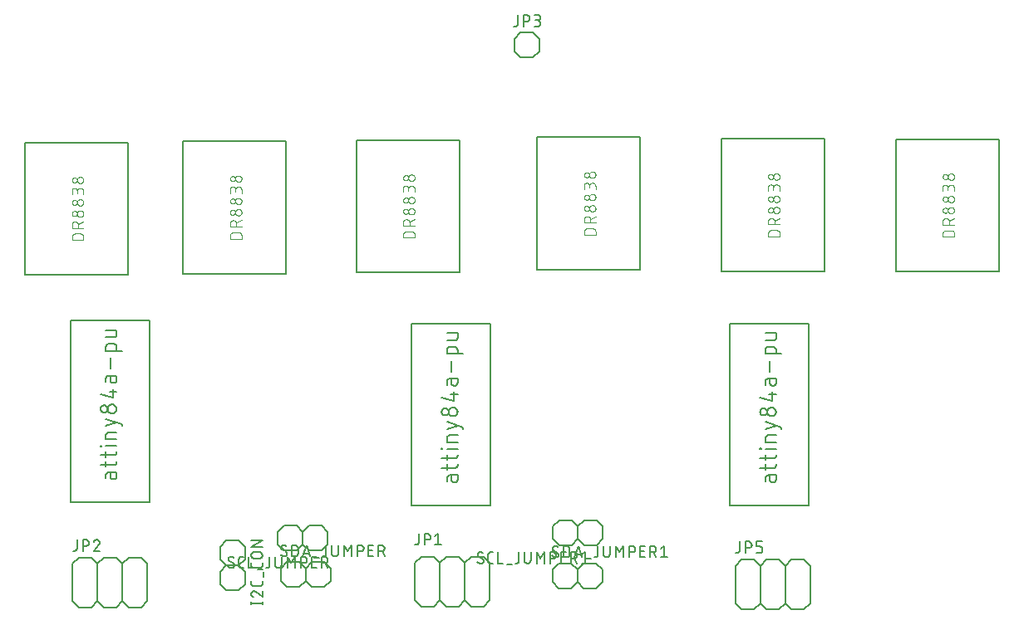
<source format=gbr>
G04 EAGLE Gerber RS-274X export*
G75*
%MOMM*%
%FSLAX34Y34*%
%LPD*%
%INSilkscreen Top*%
%IPPOS*%
%AMOC8*
5,1,8,0,0,1.08239X$1,22.5*%
G01*
%ADD10C,0.152400*%
%ADD11C,0.127000*%
%ADD12C,0.101600*%


D10*
X263200Y127950D02*
X263200Y115250D01*
X256850Y108900D01*
X244150Y108900D01*
X237800Y115250D01*
X244150Y134300D02*
X256850Y134300D01*
X263200Y127950D01*
X244150Y134300D02*
X237800Y127950D01*
X237800Y115250D01*
X256850Y108900D02*
X263200Y102550D01*
X263200Y89850D01*
X256850Y83500D01*
X244150Y83500D01*
X237800Y89850D01*
X237800Y102550D01*
X244150Y108900D01*
D11*
X269423Y70673D02*
X280853Y70673D01*
X280853Y69403D02*
X280853Y71943D01*
X269423Y71943D02*
X269423Y69403D01*
X269423Y80135D02*
X269425Y80239D01*
X269431Y80344D01*
X269440Y80448D01*
X269453Y80551D01*
X269471Y80654D01*
X269491Y80756D01*
X269516Y80858D01*
X269544Y80958D01*
X269576Y81058D01*
X269612Y81156D01*
X269651Y81253D01*
X269693Y81348D01*
X269739Y81442D01*
X269789Y81534D01*
X269841Y81624D01*
X269897Y81712D01*
X269957Y81798D01*
X270019Y81882D01*
X270084Y81963D01*
X270152Y82042D01*
X270224Y82119D01*
X270297Y82192D01*
X270374Y82264D01*
X270453Y82332D01*
X270534Y82397D01*
X270618Y82459D01*
X270704Y82519D01*
X270792Y82575D01*
X270882Y82627D01*
X270974Y82677D01*
X271068Y82723D01*
X271163Y82765D01*
X271260Y82804D01*
X271358Y82840D01*
X271458Y82872D01*
X271558Y82900D01*
X271660Y82925D01*
X271762Y82945D01*
X271865Y82963D01*
X271968Y82976D01*
X272072Y82985D01*
X272177Y82991D01*
X272281Y82993D01*
X269423Y80135D02*
X269425Y80017D01*
X269431Y79898D01*
X269440Y79780D01*
X269453Y79663D01*
X269471Y79546D01*
X269491Y79429D01*
X269516Y79313D01*
X269544Y79198D01*
X269577Y79085D01*
X269612Y78972D01*
X269652Y78860D01*
X269694Y78750D01*
X269741Y78641D01*
X269791Y78533D01*
X269844Y78428D01*
X269901Y78324D01*
X269961Y78222D01*
X270024Y78122D01*
X270091Y78024D01*
X270160Y77928D01*
X270233Y77835D01*
X270309Y77744D01*
X270387Y77655D01*
X270469Y77569D01*
X270553Y77486D01*
X270639Y77405D01*
X270729Y77328D01*
X270820Y77253D01*
X270914Y77181D01*
X271011Y77112D01*
X271109Y77047D01*
X271210Y76984D01*
X271313Y76925D01*
X271417Y76869D01*
X271523Y76817D01*
X271631Y76768D01*
X271740Y76723D01*
X271851Y76681D01*
X271963Y76643D01*
X274503Y82040D02*
X274428Y82116D01*
X274349Y82191D01*
X274268Y82262D01*
X274184Y82331D01*
X274098Y82396D01*
X274010Y82458D01*
X273920Y82518D01*
X273828Y82574D01*
X273733Y82627D01*
X273637Y82676D01*
X273539Y82722D01*
X273440Y82765D01*
X273339Y82804D01*
X273237Y82839D01*
X273134Y82871D01*
X273030Y82899D01*
X272925Y82924D01*
X272818Y82945D01*
X272712Y82962D01*
X272605Y82975D01*
X272497Y82984D01*
X272389Y82990D01*
X272281Y82992D01*
X274503Y82040D02*
X280853Y76642D01*
X280853Y82992D01*
X280853Y90575D02*
X280853Y93115D01*
X280853Y90575D02*
X280851Y90475D01*
X280845Y90376D01*
X280835Y90276D01*
X280822Y90178D01*
X280804Y90079D01*
X280783Y89982D01*
X280758Y89886D01*
X280729Y89790D01*
X280696Y89696D01*
X280660Y89603D01*
X280620Y89512D01*
X280576Y89422D01*
X280529Y89334D01*
X280479Y89248D01*
X280425Y89164D01*
X280368Y89082D01*
X280308Y89003D01*
X280244Y88925D01*
X280178Y88851D01*
X280109Y88779D01*
X280037Y88710D01*
X279963Y88644D01*
X279885Y88580D01*
X279806Y88520D01*
X279724Y88463D01*
X279640Y88409D01*
X279554Y88359D01*
X279466Y88312D01*
X279376Y88268D01*
X279285Y88228D01*
X279192Y88192D01*
X279098Y88159D01*
X279002Y88130D01*
X278906Y88105D01*
X278809Y88084D01*
X278710Y88066D01*
X278612Y88053D01*
X278512Y88043D01*
X278413Y88037D01*
X278313Y88035D01*
X271963Y88035D01*
X271863Y88037D01*
X271764Y88043D01*
X271664Y88053D01*
X271566Y88066D01*
X271467Y88084D01*
X271370Y88105D01*
X271274Y88130D01*
X271178Y88159D01*
X271084Y88192D01*
X270991Y88228D01*
X270900Y88268D01*
X270810Y88312D01*
X270722Y88359D01*
X270636Y88409D01*
X270552Y88463D01*
X270470Y88520D01*
X270391Y88580D01*
X270313Y88644D01*
X270239Y88710D01*
X270167Y88779D01*
X270098Y88851D01*
X270032Y88925D01*
X269968Y89003D01*
X269908Y89082D01*
X269851Y89164D01*
X269797Y89248D01*
X269747Y89334D01*
X269700Y89422D01*
X269656Y89512D01*
X269616Y89603D01*
X269580Y89696D01*
X269547Y89790D01*
X269518Y89886D01*
X269493Y89982D01*
X269472Y90079D01*
X269454Y90178D01*
X269441Y90276D01*
X269431Y90376D01*
X269425Y90475D01*
X269423Y90575D01*
X269423Y93115D01*
X282123Y97089D02*
X282123Y102169D01*
X280853Y109244D02*
X280853Y111784D01*
X280853Y109244D02*
X280851Y109144D01*
X280845Y109045D01*
X280835Y108945D01*
X280822Y108847D01*
X280804Y108748D01*
X280783Y108651D01*
X280758Y108555D01*
X280729Y108459D01*
X280696Y108365D01*
X280660Y108272D01*
X280620Y108181D01*
X280576Y108091D01*
X280529Y108003D01*
X280479Y107917D01*
X280425Y107833D01*
X280368Y107751D01*
X280308Y107672D01*
X280244Y107594D01*
X280178Y107520D01*
X280109Y107448D01*
X280037Y107379D01*
X279963Y107313D01*
X279885Y107249D01*
X279806Y107189D01*
X279724Y107132D01*
X279640Y107078D01*
X279554Y107028D01*
X279466Y106981D01*
X279376Y106937D01*
X279285Y106897D01*
X279192Y106861D01*
X279098Y106828D01*
X279002Y106799D01*
X278906Y106774D01*
X278809Y106753D01*
X278710Y106735D01*
X278612Y106722D01*
X278512Y106712D01*
X278413Y106706D01*
X278313Y106704D01*
X271963Y106704D01*
X271863Y106706D01*
X271764Y106712D01*
X271664Y106722D01*
X271566Y106735D01*
X271467Y106753D01*
X271370Y106774D01*
X271274Y106799D01*
X271178Y106828D01*
X271084Y106861D01*
X270991Y106897D01*
X270900Y106937D01*
X270810Y106981D01*
X270722Y107028D01*
X270636Y107078D01*
X270552Y107132D01*
X270470Y107189D01*
X270391Y107249D01*
X270313Y107313D01*
X270239Y107379D01*
X270167Y107448D01*
X270098Y107520D01*
X270032Y107594D01*
X269968Y107672D01*
X269908Y107751D01*
X269851Y107833D01*
X269797Y107917D01*
X269747Y108003D01*
X269700Y108091D01*
X269656Y108181D01*
X269616Y108272D01*
X269580Y108365D01*
X269547Y108459D01*
X269518Y108555D01*
X269493Y108651D01*
X269472Y108748D01*
X269454Y108847D01*
X269441Y108945D01*
X269431Y109045D01*
X269425Y109144D01*
X269423Y109244D01*
X269423Y111784D01*
X272598Y116266D02*
X277678Y116266D01*
X272598Y116266D02*
X272487Y116268D01*
X272377Y116274D01*
X272266Y116283D01*
X272156Y116297D01*
X272047Y116314D01*
X271938Y116335D01*
X271830Y116360D01*
X271723Y116389D01*
X271617Y116421D01*
X271512Y116457D01*
X271409Y116497D01*
X271307Y116540D01*
X271206Y116587D01*
X271107Y116638D01*
X271011Y116691D01*
X270916Y116748D01*
X270823Y116809D01*
X270732Y116872D01*
X270643Y116939D01*
X270557Y117009D01*
X270474Y117082D01*
X270392Y117157D01*
X270314Y117235D01*
X270239Y117317D01*
X270166Y117400D01*
X270096Y117486D01*
X270029Y117575D01*
X269966Y117666D01*
X269905Y117759D01*
X269848Y117853D01*
X269795Y117950D01*
X269744Y118049D01*
X269697Y118150D01*
X269654Y118252D01*
X269614Y118355D01*
X269578Y118460D01*
X269546Y118566D01*
X269517Y118673D01*
X269492Y118781D01*
X269471Y118890D01*
X269454Y118999D01*
X269440Y119109D01*
X269431Y119220D01*
X269425Y119330D01*
X269423Y119441D01*
X269425Y119552D01*
X269431Y119662D01*
X269440Y119773D01*
X269454Y119883D01*
X269471Y119992D01*
X269492Y120101D01*
X269517Y120209D01*
X269546Y120316D01*
X269578Y120422D01*
X269614Y120527D01*
X269654Y120630D01*
X269697Y120732D01*
X269744Y120833D01*
X269795Y120932D01*
X269848Y121029D01*
X269905Y121123D01*
X269966Y121216D01*
X270029Y121307D01*
X270096Y121396D01*
X270166Y121482D01*
X270239Y121565D01*
X270314Y121647D01*
X270392Y121725D01*
X270474Y121800D01*
X270557Y121873D01*
X270643Y121943D01*
X270732Y122010D01*
X270823Y122073D01*
X270916Y122134D01*
X271011Y122191D01*
X271107Y122244D01*
X271206Y122295D01*
X271307Y122342D01*
X271409Y122385D01*
X271512Y122425D01*
X271617Y122461D01*
X271723Y122493D01*
X271830Y122522D01*
X271938Y122547D01*
X272047Y122568D01*
X272156Y122585D01*
X272266Y122599D01*
X272377Y122608D01*
X272487Y122614D01*
X272598Y122616D01*
X277678Y122616D01*
X277789Y122614D01*
X277899Y122608D01*
X278010Y122599D01*
X278120Y122585D01*
X278229Y122568D01*
X278338Y122547D01*
X278446Y122522D01*
X278553Y122493D01*
X278659Y122461D01*
X278764Y122425D01*
X278867Y122385D01*
X278969Y122342D01*
X279070Y122295D01*
X279169Y122244D01*
X279266Y122191D01*
X279360Y122134D01*
X279453Y122073D01*
X279544Y122010D01*
X279633Y121943D01*
X279719Y121873D01*
X279802Y121800D01*
X279884Y121725D01*
X279962Y121647D01*
X280037Y121565D01*
X280110Y121482D01*
X280180Y121396D01*
X280247Y121307D01*
X280310Y121216D01*
X280371Y121123D01*
X280428Y121028D01*
X280481Y120932D01*
X280532Y120833D01*
X280579Y120732D01*
X280622Y120630D01*
X280662Y120527D01*
X280698Y120422D01*
X280730Y120316D01*
X280759Y120209D01*
X280784Y120101D01*
X280805Y119992D01*
X280822Y119883D01*
X280836Y119773D01*
X280845Y119662D01*
X280851Y119552D01*
X280853Y119441D01*
X280851Y119330D01*
X280845Y119220D01*
X280836Y119109D01*
X280822Y118999D01*
X280805Y118890D01*
X280784Y118781D01*
X280759Y118673D01*
X280730Y118566D01*
X280698Y118460D01*
X280662Y118355D01*
X280622Y118252D01*
X280579Y118150D01*
X280532Y118049D01*
X280481Y117950D01*
X280428Y117853D01*
X280371Y117759D01*
X280310Y117666D01*
X280247Y117575D01*
X280180Y117486D01*
X280110Y117400D01*
X280037Y117317D01*
X279962Y117235D01*
X279884Y117157D01*
X279802Y117082D01*
X279719Y117009D01*
X279633Y116939D01*
X279544Y116872D01*
X279453Y116809D01*
X279360Y116748D01*
X279266Y116691D01*
X279169Y116638D01*
X279070Y116587D01*
X278969Y116540D01*
X278867Y116497D01*
X278764Y116457D01*
X278659Y116421D01*
X278553Y116389D01*
X278446Y116360D01*
X278338Y116335D01*
X278229Y116314D01*
X278120Y116297D01*
X278010Y116283D01*
X277899Y116274D01*
X277789Y116268D01*
X277678Y116266D01*
X280853Y128077D02*
X269423Y128077D01*
X280853Y134427D01*
X269423Y134427D01*
D10*
X436500Y73550D02*
X442850Y67200D01*
X455550Y67200D02*
X461900Y73550D01*
X468250Y67200D01*
X480950Y67200D02*
X487300Y73550D01*
X436500Y73550D02*
X436500Y111650D01*
X442850Y118000D01*
X455550Y118000D01*
X461900Y111650D01*
X468250Y118000D01*
X480950Y118000D01*
X487300Y111650D01*
X461900Y111650D02*
X461900Y73550D01*
X487300Y73550D02*
X487300Y111650D01*
X480950Y67200D02*
X468250Y67200D01*
X455550Y67200D02*
X442850Y67200D01*
X487300Y73550D02*
X493650Y67200D01*
X506350Y67200D02*
X512700Y73550D01*
X487300Y111650D02*
X493650Y118000D01*
X506350Y118000D01*
X512700Y111650D01*
X512700Y73550D01*
X506350Y67200D02*
X493650Y67200D01*
D11*
X439945Y132525D02*
X439945Y141415D01*
X439945Y132525D02*
X439943Y132425D01*
X439937Y132326D01*
X439927Y132226D01*
X439914Y132128D01*
X439896Y132029D01*
X439875Y131932D01*
X439850Y131836D01*
X439821Y131740D01*
X439788Y131646D01*
X439752Y131553D01*
X439712Y131462D01*
X439668Y131372D01*
X439621Y131284D01*
X439571Y131198D01*
X439517Y131114D01*
X439460Y131032D01*
X439400Y130953D01*
X439336Y130875D01*
X439270Y130801D01*
X439201Y130729D01*
X439129Y130660D01*
X439055Y130594D01*
X438977Y130530D01*
X438898Y130470D01*
X438816Y130413D01*
X438732Y130359D01*
X438646Y130309D01*
X438558Y130262D01*
X438468Y130218D01*
X438377Y130178D01*
X438284Y130142D01*
X438190Y130109D01*
X438094Y130080D01*
X437998Y130055D01*
X437901Y130034D01*
X437802Y130016D01*
X437704Y130003D01*
X437604Y129993D01*
X437505Y129987D01*
X437405Y129985D01*
X436135Y129985D01*
X445925Y129985D02*
X445925Y141415D01*
X449100Y141415D01*
X449211Y141413D01*
X449321Y141407D01*
X449432Y141398D01*
X449542Y141384D01*
X449651Y141367D01*
X449760Y141346D01*
X449868Y141321D01*
X449975Y141292D01*
X450081Y141260D01*
X450186Y141224D01*
X450289Y141184D01*
X450391Y141141D01*
X450492Y141094D01*
X450591Y141043D01*
X450688Y140990D01*
X450782Y140933D01*
X450875Y140872D01*
X450966Y140809D01*
X451055Y140742D01*
X451141Y140672D01*
X451224Y140599D01*
X451306Y140524D01*
X451384Y140446D01*
X451459Y140364D01*
X451532Y140281D01*
X451602Y140195D01*
X451669Y140106D01*
X451732Y140015D01*
X451793Y139922D01*
X451850Y139827D01*
X451903Y139731D01*
X451954Y139632D01*
X452001Y139531D01*
X452044Y139429D01*
X452084Y139326D01*
X452120Y139221D01*
X452152Y139115D01*
X452181Y139008D01*
X452206Y138900D01*
X452227Y138791D01*
X452244Y138682D01*
X452258Y138572D01*
X452267Y138461D01*
X452273Y138351D01*
X452275Y138240D01*
X452273Y138129D01*
X452267Y138019D01*
X452258Y137908D01*
X452244Y137798D01*
X452227Y137689D01*
X452206Y137580D01*
X452181Y137472D01*
X452152Y137365D01*
X452120Y137259D01*
X452084Y137154D01*
X452044Y137051D01*
X452001Y136949D01*
X451954Y136848D01*
X451903Y136749D01*
X451850Y136652D01*
X451793Y136558D01*
X451732Y136465D01*
X451669Y136374D01*
X451602Y136285D01*
X451532Y136199D01*
X451459Y136116D01*
X451384Y136034D01*
X451306Y135956D01*
X451224Y135881D01*
X451141Y135808D01*
X451055Y135738D01*
X450966Y135671D01*
X450875Y135608D01*
X450782Y135547D01*
X450688Y135490D01*
X450591Y135437D01*
X450492Y135386D01*
X450391Y135339D01*
X450289Y135296D01*
X450186Y135256D01*
X450081Y135220D01*
X449975Y135188D01*
X449868Y135159D01*
X449760Y135134D01*
X449651Y135113D01*
X449542Y135096D01*
X449432Y135082D01*
X449321Y135073D01*
X449211Y135067D01*
X449100Y135065D01*
X445925Y135065D01*
X456784Y138875D02*
X459959Y141415D01*
X459959Y129985D01*
X456784Y129985D02*
X463134Y129985D01*
D10*
X93950Y66200D02*
X87600Y72550D01*
X106650Y66200D02*
X113000Y72550D01*
X119350Y66200D01*
X132050Y66200D02*
X138400Y72550D01*
X87600Y72550D02*
X87600Y110650D01*
X93950Y117000D01*
X106650Y117000D01*
X113000Y110650D01*
X119350Y117000D01*
X132050Y117000D01*
X138400Y110650D01*
X113000Y110650D02*
X113000Y72550D01*
X138400Y72550D02*
X138400Y110650D01*
X132050Y66200D02*
X119350Y66200D01*
X106650Y66200D02*
X93950Y66200D01*
X138400Y72550D02*
X144750Y66200D01*
X157450Y66200D02*
X163800Y72550D01*
X138400Y110650D02*
X144750Y117000D01*
X157450Y117000D01*
X163800Y110650D01*
X163800Y72550D01*
X157450Y66200D02*
X144750Y66200D01*
D11*
X92045Y126525D02*
X92045Y135415D01*
X92045Y126525D02*
X92043Y126425D01*
X92037Y126326D01*
X92027Y126226D01*
X92014Y126128D01*
X91996Y126029D01*
X91975Y125932D01*
X91950Y125836D01*
X91921Y125740D01*
X91888Y125646D01*
X91852Y125553D01*
X91812Y125462D01*
X91768Y125372D01*
X91721Y125284D01*
X91671Y125198D01*
X91617Y125114D01*
X91560Y125032D01*
X91500Y124953D01*
X91436Y124875D01*
X91370Y124801D01*
X91301Y124729D01*
X91229Y124660D01*
X91155Y124594D01*
X91077Y124530D01*
X90998Y124470D01*
X90916Y124413D01*
X90832Y124359D01*
X90746Y124309D01*
X90658Y124262D01*
X90568Y124218D01*
X90477Y124178D01*
X90384Y124142D01*
X90290Y124109D01*
X90194Y124080D01*
X90098Y124055D01*
X90001Y124034D01*
X89902Y124016D01*
X89804Y124003D01*
X89704Y123993D01*
X89605Y123987D01*
X89505Y123985D01*
X88235Y123985D01*
X98025Y123985D02*
X98025Y135415D01*
X101200Y135415D01*
X101311Y135413D01*
X101421Y135407D01*
X101532Y135398D01*
X101642Y135384D01*
X101751Y135367D01*
X101860Y135346D01*
X101968Y135321D01*
X102075Y135292D01*
X102181Y135260D01*
X102286Y135224D01*
X102389Y135184D01*
X102491Y135141D01*
X102592Y135094D01*
X102691Y135043D01*
X102788Y134990D01*
X102882Y134933D01*
X102975Y134872D01*
X103066Y134809D01*
X103155Y134742D01*
X103241Y134672D01*
X103324Y134599D01*
X103406Y134524D01*
X103484Y134446D01*
X103559Y134364D01*
X103632Y134281D01*
X103702Y134195D01*
X103769Y134106D01*
X103832Y134015D01*
X103893Y133922D01*
X103950Y133827D01*
X104003Y133731D01*
X104054Y133632D01*
X104101Y133531D01*
X104144Y133429D01*
X104184Y133326D01*
X104220Y133221D01*
X104252Y133115D01*
X104281Y133008D01*
X104306Y132900D01*
X104327Y132791D01*
X104344Y132682D01*
X104358Y132572D01*
X104367Y132461D01*
X104373Y132351D01*
X104375Y132240D01*
X104373Y132129D01*
X104367Y132019D01*
X104358Y131908D01*
X104344Y131798D01*
X104327Y131689D01*
X104306Y131580D01*
X104281Y131472D01*
X104252Y131365D01*
X104220Y131259D01*
X104184Y131154D01*
X104144Y131051D01*
X104101Y130949D01*
X104054Y130848D01*
X104003Y130749D01*
X103950Y130652D01*
X103893Y130558D01*
X103832Y130465D01*
X103769Y130374D01*
X103702Y130285D01*
X103632Y130199D01*
X103559Y130116D01*
X103484Y130034D01*
X103406Y129956D01*
X103324Y129881D01*
X103241Y129808D01*
X103155Y129738D01*
X103066Y129671D01*
X102975Y129608D01*
X102882Y129547D01*
X102787Y129490D01*
X102691Y129437D01*
X102592Y129386D01*
X102491Y129339D01*
X102389Y129296D01*
X102286Y129256D01*
X102181Y129220D01*
X102075Y129188D01*
X101968Y129159D01*
X101860Y129134D01*
X101751Y129113D01*
X101642Y129096D01*
X101532Y129082D01*
X101421Y129073D01*
X101311Y129067D01*
X101200Y129065D01*
X98025Y129065D01*
X112376Y135416D02*
X112480Y135414D01*
X112585Y135408D01*
X112689Y135399D01*
X112792Y135386D01*
X112895Y135368D01*
X112997Y135348D01*
X113099Y135323D01*
X113199Y135295D01*
X113299Y135263D01*
X113397Y135227D01*
X113494Y135188D01*
X113589Y135146D01*
X113683Y135100D01*
X113775Y135050D01*
X113865Y134998D01*
X113953Y134942D01*
X114039Y134882D01*
X114123Y134820D01*
X114204Y134755D01*
X114283Y134687D01*
X114360Y134615D01*
X114433Y134542D01*
X114505Y134465D01*
X114573Y134386D01*
X114638Y134305D01*
X114700Y134221D01*
X114760Y134135D01*
X114816Y134047D01*
X114868Y133957D01*
X114918Y133865D01*
X114964Y133771D01*
X115006Y133676D01*
X115045Y133579D01*
X115081Y133481D01*
X115113Y133381D01*
X115141Y133281D01*
X115166Y133179D01*
X115186Y133077D01*
X115204Y132974D01*
X115217Y132871D01*
X115226Y132767D01*
X115232Y132662D01*
X115234Y132558D01*
X112376Y135415D02*
X112258Y135413D01*
X112139Y135407D01*
X112021Y135398D01*
X111904Y135385D01*
X111787Y135367D01*
X111670Y135347D01*
X111554Y135322D01*
X111439Y135294D01*
X111326Y135261D01*
X111213Y135226D01*
X111101Y135186D01*
X110991Y135144D01*
X110882Y135097D01*
X110774Y135047D01*
X110669Y134994D01*
X110565Y134937D01*
X110463Y134877D01*
X110363Y134814D01*
X110265Y134747D01*
X110169Y134678D01*
X110076Y134605D01*
X109985Y134529D01*
X109896Y134451D01*
X109810Y134369D01*
X109727Y134285D01*
X109646Y134199D01*
X109569Y134109D01*
X109494Y134018D01*
X109422Y133924D01*
X109353Y133827D01*
X109288Y133729D01*
X109225Y133628D01*
X109166Y133525D01*
X109110Y133421D01*
X109058Y133315D01*
X109009Y133207D01*
X108964Y133098D01*
X108922Y132987D01*
X108884Y132875D01*
X114282Y130336D02*
X114358Y130411D01*
X114433Y130490D01*
X114504Y130571D01*
X114573Y130655D01*
X114638Y130741D01*
X114700Y130829D01*
X114760Y130919D01*
X114816Y131011D01*
X114869Y131106D01*
X114918Y131202D01*
X114964Y131300D01*
X115007Y131399D01*
X115046Y131500D01*
X115081Y131602D01*
X115113Y131705D01*
X115141Y131809D01*
X115166Y131914D01*
X115187Y132021D01*
X115204Y132127D01*
X115217Y132234D01*
X115226Y132342D01*
X115232Y132450D01*
X115234Y132558D01*
X114281Y130335D02*
X108884Y123985D01*
X115234Y123985D01*
D10*
X608750Y129800D02*
X621450Y129800D01*
X608750Y129800D02*
X602400Y136150D01*
X602400Y148850D01*
X608750Y155200D01*
X627800Y148850D02*
X627800Y136150D01*
X621450Y129800D01*
X627800Y148850D02*
X621450Y155200D01*
X608750Y155200D01*
X602400Y136150D02*
X596050Y129800D01*
X583350Y129800D01*
X577000Y136150D01*
X577000Y148850D01*
X583350Y155200D01*
X596050Y155200D01*
X602400Y148850D01*
D11*
X506247Y113687D02*
X506245Y113587D01*
X506239Y113488D01*
X506229Y113388D01*
X506216Y113290D01*
X506198Y113191D01*
X506177Y113094D01*
X506152Y112998D01*
X506123Y112902D01*
X506090Y112808D01*
X506054Y112715D01*
X506014Y112624D01*
X505970Y112534D01*
X505923Y112446D01*
X505873Y112360D01*
X505819Y112276D01*
X505762Y112194D01*
X505702Y112115D01*
X505638Y112037D01*
X505572Y111963D01*
X505503Y111891D01*
X505431Y111822D01*
X505357Y111756D01*
X505279Y111692D01*
X505200Y111632D01*
X505118Y111575D01*
X505034Y111521D01*
X504948Y111471D01*
X504860Y111424D01*
X504770Y111380D01*
X504679Y111340D01*
X504586Y111304D01*
X504492Y111271D01*
X504396Y111242D01*
X504300Y111217D01*
X504203Y111196D01*
X504104Y111178D01*
X504006Y111165D01*
X503906Y111155D01*
X503807Y111149D01*
X503707Y111147D01*
X503566Y111149D01*
X503425Y111154D01*
X503284Y111164D01*
X503143Y111177D01*
X503003Y111193D01*
X502863Y111214D01*
X502724Y111238D01*
X502585Y111266D01*
X502448Y111297D01*
X502311Y111332D01*
X502175Y111370D01*
X502040Y111412D01*
X501907Y111458D01*
X501774Y111507D01*
X501643Y111560D01*
X501514Y111616D01*
X501385Y111675D01*
X501259Y111738D01*
X501134Y111804D01*
X501011Y111873D01*
X500890Y111946D01*
X500771Y112022D01*
X500653Y112101D01*
X500538Y112182D01*
X500426Y112267D01*
X500315Y112355D01*
X500207Y112446D01*
X500101Y112539D01*
X499998Y112636D01*
X499897Y112735D01*
X500215Y120037D02*
X500217Y120137D01*
X500223Y120236D01*
X500233Y120336D01*
X500246Y120434D01*
X500264Y120533D01*
X500285Y120630D01*
X500310Y120726D01*
X500339Y120822D01*
X500372Y120916D01*
X500408Y121009D01*
X500448Y121100D01*
X500492Y121190D01*
X500539Y121278D01*
X500589Y121364D01*
X500643Y121448D01*
X500700Y121530D01*
X500760Y121609D01*
X500824Y121687D01*
X500890Y121761D01*
X500959Y121833D01*
X501031Y121902D01*
X501105Y121968D01*
X501183Y122032D01*
X501262Y122092D01*
X501344Y122149D01*
X501428Y122203D01*
X501514Y122253D01*
X501602Y122300D01*
X501692Y122344D01*
X501783Y122384D01*
X501876Y122420D01*
X501970Y122453D01*
X502066Y122482D01*
X502162Y122507D01*
X502259Y122528D01*
X502358Y122546D01*
X502456Y122559D01*
X502556Y122569D01*
X502655Y122575D01*
X502755Y122577D01*
X502755Y122578D02*
X502888Y122576D01*
X503021Y122571D01*
X503154Y122561D01*
X503287Y122548D01*
X503419Y122531D01*
X503551Y122511D01*
X503682Y122487D01*
X503812Y122459D01*
X503942Y122428D01*
X504070Y122393D01*
X504198Y122354D01*
X504324Y122312D01*
X504449Y122266D01*
X504573Y122217D01*
X504696Y122165D01*
X504817Y122109D01*
X504936Y122049D01*
X505054Y121987D01*
X505169Y121921D01*
X505283Y121852D01*
X505395Y121779D01*
X505505Y121704D01*
X505613Y121625D01*
X501484Y117814D02*
X501400Y117866D01*
X501317Y117921D01*
X501237Y117980D01*
X501159Y118041D01*
X501084Y118105D01*
X501011Y118173D01*
X500940Y118243D01*
X500873Y118315D01*
X500808Y118390D01*
X500746Y118468D01*
X500687Y118548D01*
X500631Y118630D01*
X500579Y118714D01*
X500530Y118800D01*
X500484Y118888D01*
X500441Y118978D01*
X500402Y119069D01*
X500367Y119162D01*
X500335Y119256D01*
X500307Y119351D01*
X500282Y119447D01*
X500262Y119544D01*
X500244Y119642D01*
X500231Y119740D01*
X500222Y119839D01*
X500216Y119938D01*
X500214Y120037D01*
X504977Y115910D02*
X505061Y115858D01*
X505144Y115803D01*
X505224Y115744D01*
X505302Y115683D01*
X505377Y115619D01*
X505450Y115551D01*
X505521Y115481D01*
X505588Y115409D01*
X505653Y115334D01*
X505715Y115256D01*
X505774Y115176D01*
X505830Y115094D01*
X505882Y115010D01*
X505931Y114924D01*
X505977Y114836D01*
X506020Y114746D01*
X506059Y114655D01*
X506094Y114562D01*
X506126Y114468D01*
X506154Y114373D01*
X506179Y114277D01*
X506199Y114180D01*
X506217Y114082D01*
X506230Y113984D01*
X506239Y113885D01*
X506245Y113786D01*
X506247Y113687D01*
X504977Y115910D02*
X501485Y117815D01*
X513449Y111147D02*
X515989Y111147D01*
X513449Y111147D02*
X513349Y111149D01*
X513250Y111155D01*
X513150Y111165D01*
X513052Y111178D01*
X512953Y111196D01*
X512856Y111217D01*
X512760Y111242D01*
X512664Y111271D01*
X512570Y111304D01*
X512477Y111340D01*
X512386Y111380D01*
X512296Y111424D01*
X512208Y111471D01*
X512122Y111521D01*
X512038Y111575D01*
X511956Y111632D01*
X511877Y111692D01*
X511799Y111756D01*
X511725Y111822D01*
X511653Y111891D01*
X511584Y111963D01*
X511518Y112037D01*
X511454Y112115D01*
X511394Y112194D01*
X511337Y112276D01*
X511283Y112360D01*
X511233Y112446D01*
X511186Y112534D01*
X511142Y112624D01*
X511102Y112715D01*
X511066Y112808D01*
X511033Y112902D01*
X511004Y112998D01*
X510979Y113094D01*
X510958Y113191D01*
X510940Y113290D01*
X510927Y113388D01*
X510917Y113488D01*
X510911Y113587D01*
X510909Y113687D01*
X510909Y120037D01*
X510911Y120137D01*
X510917Y120236D01*
X510927Y120336D01*
X510940Y120434D01*
X510958Y120533D01*
X510979Y120630D01*
X511004Y120726D01*
X511033Y120822D01*
X511066Y120916D01*
X511102Y121009D01*
X511142Y121100D01*
X511186Y121190D01*
X511233Y121278D01*
X511283Y121364D01*
X511337Y121448D01*
X511394Y121530D01*
X511454Y121609D01*
X511518Y121687D01*
X511584Y121761D01*
X511653Y121833D01*
X511725Y121902D01*
X511799Y121968D01*
X511877Y122032D01*
X511956Y122092D01*
X512038Y122149D01*
X512122Y122203D01*
X512208Y122253D01*
X512296Y122300D01*
X512386Y122344D01*
X512477Y122384D01*
X512570Y122420D01*
X512664Y122453D01*
X512760Y122482D01*
X512856Y122507D01*
X512953Y122528D01*
X513052Y122546D01*
X513150Y122559D01*
X513250Y122569D01*
X513349Y122575D01*
X513449Y122577D01*
X515989Y122577D01*
X520878Y122577D02*
X520878Y111147D01*
X525958Y111147D01*
X529869Y109877D02*
X534949Y109877D01*
X542113Y113687D02*
X542113Y122577D01*
X542113Y113687D02*
X542111Y113587D01*
X542105Y113488D01*
X542095Y113388D01*
X542082Y113290D01*
X542064Y113191D01*
X542043Y113094D01*
X542018Y112998D01*
X541989Y112902D01*
X541956Y112808D01*
X541920Y112715D01*
X541880Y112624D01*
X541836Y112534D01*
X541789Y112446D01*
X541739Y112360D01*
X541685Y112276D01*
X541628Y112194D01*
X541568Y112115D01*
X541504Y112037D01*
X541438Y111963D01*
X541369Y111891D01*
X541297Y111822D01*
X541223Y111756D01*
X541145Y111692D01*
X541066Y111632D01*
X540984Y111575D01*
X540900Y111521D01*
X540814Y111471D01*
X540726Y111424D01*
X540636Y111380D01*
X540545Y111340D01*
X540452Y111304D01*
X540358Y111271D01*
X540262Y111242D01*
X540166Y111217D01*
X540069Y111196D01*
X539970Y111178D01*
X539872Y111165D01*
X539772Y111155D01*
X539673Y111149D01*
X539573Y111147D01*
X538303Y111147D01*
X547903Y114322D02*
X547903Y122577D01*
X547903Y114322D02*
X547905Y114211D01*
X547911Y114101D01*
X547920Y113990D01*
X547934Y113880D01*
X547951Y113771D01*
X547972Y113662D01*
X547997Y113554D01*
X548026Y113447D01*
X548058Y113341D01*
X548094Y113236D01*
X548134Y113133D01*
X548177Y113031D01*
X548224Y112930D01*
X548275Y112831D01*
X548328Y112735D01*
X548385Y112640D01*
X548446Y112547D01*
X548509Y112456D01*
X548576Y112367D01*
X548646Y112281D01*
X548719Y112198D01*
X548794Y112116D01*
X548872Y112038D01*
X548954Y111963D01*
X549037Y111890D01*
X549123Y111820D01*
X549212Y111753D01*
X549303Y111690D01*
X549396Y111629D01*
X549491Y111572D01*
X549587Y111519D01*
X549686Y111468D01*
X549787Y111421D01*
X549889Y111378D01*
X549992Y111338D01*
X550097Y111302D01*
X550203Y111270D01*
X550310Y111241D01*
X550418Y111216D01*
X550527Y111195D01*
X550636Y111178D01*
X550746Y111164D01*
X550857Y111155D01*
X550967Y111149D01*
X551078Y111147D01*
X551189Y111149D01*
X551299Y111155D01*
X551410Y111164D01*
X551520Y111178D01*
X551629Y111195D01*
X551738Y111216D01*
X551846Y111241D01*
X551953Y111270D01*
X552059Y111302D01*
X552164Y111338D01*
X552267Y111378D01*
X552369Y111421D01*
X552470Y111468D01*
X552569Y111519D01*
X552666Y111572D01*
X552760Y111629D01*
X552853Y111690D01*
X552944Y111753D01*
X553033Y111820D01*
X553119Y111890D01*
X553202Y111963D01*
X553284Y112038D01*
X553362Y112116D01*
X553437Y112198D01*
X553510Y112281D01*
X553580Y112367D01*
X553647Y112456D01*
X553710Y112547D01*
X553771Y112640D01*
X553828Y112734D01*
X553881Y112831D01*
X553932Y112930D01*
X553979Y113031D01*
X554022Y113133D01*
X554062Y113236D01*
X554098Y113341D01*
X554130Y113447D01*
X554159Y113554D01*
X554184Y113662D01*
X554205Y113771D01*
X554222Y113880D01*
X554236Y113990D01*
X554245Y114101D01*
X554251Y114211D01*
X554253Y114322D01*
X554253Y122577D01*
X560222Y122577D02*
X560222Y111147D01*
X564032Y116227D02*
X560222Y122577D01*
X564032Y116227D02*
X567842Y122577D01*
X567842Y111147D01*
X574002Y111147D02*
X574002Y122577D01*
X577177Y122577D01*
X577288Y122575D01*
X577398Y122569D01*
X577509Y122560D01*
X577619Y122546D01*
X577728Y122529D01*
X577837Y122508D01*
X577945Y122483D01*
X578052Y122454D01*
X578158Y122422D01*
X578263Y122386D01*
X578366Y122346D01*
X578468Y122303D01*
X578569Y122256D01*
X578668Y122205D01*
X578765Y122152D01*
X578859Y122095D01*
X578952Y122034D01*
X579043Y121971D01*
X579132Y121904D01*
X579218Y121834D01*
X579301Y121761D01*
X579383Y121686D01*
X579461Y121608D01*
X579536Y121526D01*
X579609Y121443D01*
X579679Y121357D01*
X579746Y121268D01*
X579809Y121177D01*
X579870Y121084D01*
X579927Y120989D01*
X579980Y120893D01*
X580031Y120794D01*
X580078Y120693D01*
X580121Y120591D01*
X580161Y120488D01*
X580197Y120383D01*
X580229Y120277D01*
X580258Y120170D01*
X580283Y120062D01*
X580304Y119953D01*
X580321Y119844D01*
X580335Y119734D01*
X580344Y119623D01*
X580350Y119513D01*
X580352Y119402D01*
X580350Y119291D01*
X580344Y119181D01*
X580335Y119070D01*
X580321Y118960D01*
X580304Y118851D01*
X580283Y118742D01*
X580258Y118634D01*
X580229Y118527D01*
X580197Y118421D01*
X580161Y118316D01*
X580121Y118213D01*
X580078Y118111D01*
X580031Y118010D01*
X579980Y117911D01*
X579927Y117814D01*
X579870Y117720D01*
X579809Y117627D01*
X579746Y117536D01*
X579679Y117447D01*
X579609Y117361D01*
X579536Y117278D01*
X579461Y117196D01*
X579383Y117118D01*
X579301Y117043D01*
X579218Y116970D01*
X579132Y116900D01*
X579043Y116833D01*
X578952Y116770D01*
X578859Y116709D01*
X578765Y116652D01*
X578668Y116599D01*
X578569Y116548D01*
X578468Y116501D01*
X578366Y116458D01*
X578263Y116418D01*
X578158Y116382D01*
X578052Y116350D01*
X577945Y116321D01*
X577837Y116296D01*
X577728Y116275D01*
X577619Y116258D01*
X577509Y116244D01*
X577398Y116235D01*
X577288Y116229D01*
X577177Y116227D01*
X574002Y116227D01*
X585266Y111147D02*
X590346Y111147D01*
X585266Y111147D02*
X585266Y122577D01*
X590346Y122577D01*
X589076Y117497D02*
X585266Y117497D01*
X595230Y122577D02*
X595230Y111147D01*
X595230Y122577D02*
X598405Y122577D01*
X598516Y122575D01*
X598626Y122569D01*
X598737Y122560D01*
X598847Y122546D01*
X598956Y122529D01*
X599065Y122508D01*
X599173Y122483D01*
X599280Y122454D01*
X599386Y122422D01*
X599491Y122386D01*
X599594Y122346D01*
X599696Y122303D01*
X599797Y122256D01*
X599896Y122205D01*
X599993Y122152D01*
X600087Y122095D01*
X600180Y122034D01*
X600271Y121971D01*
X600360Y121904D01*
X600446Y121834D01*
X600529Y121761D01*
X600611Y121686D01*
X600689Y121608D01*
X600764Y121526D01*
X600837Y121443D01*
X600907Y121357D01*
X600974Y121268D01*
X601037Y121177D01*
X601098Y121084D01*
X601155Y120989D01*
X601208Y120893D01*
X601259Y120794D01*
X601306Y120693D01*
X601349Y120591D01*
X601389Y120488D01*
X601425Y120383D01*
X601457Y120277D01*
X601486Y120170D01*
X601511Y120062D01*
X601532Y119953D01*
X601549Y119844D01*
X601563Y119734D01*
X601572Y119623D01*
X601578Y119513D01*
X601580Y119402D01*
X601578Y119291D01*
X601572Y119181D01*
X601563Y119070D01*
X601549Y118960D01*
X601532Y118851D01*
X601511Y118742D01*
X601486Y118634D01*
X601457Y118527D01*
X601425Y118421D01*
X601389Y118316D01*
X601349Y118213D01*
X601306Y118111D01*
X601259Y118010D01*
X601208Y117911D01*
X601155Y117814D01*
X601098Y117720D01*
X601037Y117627D01*
X600974Y117536D01*
X600907Y117447D01*
X600837Y117361D01*
X600764Y117278D01*
X600689Y117196D01*
X600611Y117118D01*
X600529Y117043D01*
X600446Y116970D01*
X600360Y116900D01*
X600271Y116833D01*
X600180Y116770D01*
X600087Y116709D01*
X599993Y116652D01*
X599896Y116599D01*
X599797Y116548D01*
X599696Y116501D01*
X599594Y116458D01*
X599491Y116418D01*
X599386Y116382D01*
X599280Y116350D01*
X599173Y116321D01*
X599065Y116296D01*
X598956Y116275D01*
X598847Y116258D01*
X598737Y116244D01*
X598626Y116235D01*
X598516Y116229D01*
X598405Y116227D01*
X595230Y116227D01*
X599040Y116227D02*
X601580Y111147D01*
X606577Y120037D02*
X609752Y122577D01*
X609752Y111147D01*
X606577Y111147D02*
X612927Y111147D01*
D10*
X341150Y124300D02*
X328450Y124300D01*
X322100Y130650D01*
X322100Y143350D01*
X328450Y149700D01*
X347500Y143350D02*
X347500Y130650D01*
X341150Y124300D01*
X347500Y143350D02*
X341150Y149700D01*
X328450Y149700D01*
X322100Y130650D02*
X315750Y124300D01*
X303050Y124300D01*
X296700Y130650D01*
X296700Y143350D01*
X303050Y149700D01*
X315750Y149700D01*
X322100Y143350D01*
D11*
X252294Y109187D02*
X252292Y109087D01*
X252286Y108988D01*
X252276Y108888D01*
X252263Y108790D01*
X252245Y108691D01*
X252224Y108594D01*
X252199Y108498D01*
X252170Y108402D01*
X252137Y108308D01*
X252101Y108215D01*
X252061Y108124D01*
X252017Y108034D01*
X251970Y107946D01*
X251920Y107860D01*
X251866Y107776D01*
X251809Y107694D01*
X251749Y107615D01*
X251685Y107537D01*
X251619Y107463D01*
X251550Y107391D01*
X251478Y107322D01*
X251404Y107256D01*
X251326Y107192D01*
X251247Y107132D01*
X251165Y107075D01*
X251081Y107021D01*
X250995Y106971D01*
X250907Y106924D01*
X250817Y106880D01*
X250726Y106840D01*
X250633Y106804D01*
X250539Y106771D01*
X250443Y106742D01*
X250347Y106717D01*
X250250Y106696D01*
X250151Y106678D01*
X250053Y106665D01*
X249953Y106655D01*
X249854Y106649D01*
X249754Y106647D01*
X249613Y106649D01*
X249472Y106654D01*
X249331Y106664D01*
X249190Y106677D01*
X249050Y106693D01*
X248910Y106714D01*
X248771Y106738D01*
X248632Y106766D01*
X248495Y106797D01*
X248358Y106832D01*
X248222Y106870D01*
X248087Y106912D01*
X247954Y106958D01*
X247821Y107007D01*
X247690Y107060D01*
X247561Y107116D01*
X247432Y107175D01*
X247306Y107238D01*
X247181Y107304D01*
X247058Y107373D01*
X246937Y107446D01*
X246818Y107522D01*
X246700Y107601D01*
X246585Y107682D01*
X246473Y107767D01*
X246362Y107855D01*
X246254Y107946D01*
X246148Y108039D01*
X246045Y108136D01*
X245944Y108235D01*
X246262Y115537D02*
X246264Y115637D01*
X246270Y115736D01*
X246280Y115836D01*
X246293Y115934D01*
X246311Y116033D01*
X246332Y116130D01*
X246357Y116226D01*
X246386Y116322D01*
X246419Y116416D01*
X246455Y116509D01*
X246495Y116600D01*
X246539Y116690D01*
X246586Y116778D01*
X246636Y116864D01*
X246690Y116948D01*
X246747Y117030D01*
X246807Y117109D01*
X246871Y117187D01*
X246937Y117261D01*
X247006Y117333D01*
X247078Y117402D01*
X247152Y117468D01*
X247230Y117532D01*
X247309Y117592D01*
X247391Y117649D01*
X247475Y117703D01*
X247561Y117753D01*
X247649Y117800D01*
X247739Y117844D01*
X247830Y117884D01*
X247923Y117920D01*
X248017Y117953D01*
X248113Y117982D01*
X248209Y118007D01*
X248306Y118028D01*
X248405Y118046D01*
X248503Y118059D01*
X248603Y118069D01*
X248702Y118075D01*
X248802Y118077D01*
X248802Y118078D02*
X248935Y118076D01*
X249068Y118071D01*
X249201Y118061D01*
X249334Y118048D01*
X249466Y118031D01*
X249598Y118011D01*
X249729Y117987D01*
X249859Y117959D01*
X249989Y117928D01*
X250117Y117893D01*
X250245Y117854D01*
X250371Y117812D01*
X250496Y117766D01*
X250620Y117717D01*
X250743Y117665D01*
X250864Y117609D01*
X250983Y117549D01*
X251101Y117487D01*
X251216Y117421D01*
X251330Y117352D01*
X251442Y117279D01*
X251552Y117204D01*
X251660Y117125D01*
X247532Y113314D02*
X247448Y113366D01*
X247365Y113421D01*
X247285Y113480D01*
X247207Y113541D01*
X247132Y113605D01*
X247059Y113673D01*
X246988Y113743D01*
X246921Y113815D01*
X246856Y113890D01*
X246794Y113968D01*
X246735Y114048D01*
X246679Y114130D01*
X246627Y114214D01*
X246578Y114300D01*
X246532Y114388D01*
X246489Y114478D01*
X246450Y114569D01*
X246415Y114662D01*
X246383Y114756D01*
X246355Y114851D01*
X246330Y114947D01*
X246310Y115044D01*
X246292Y115142D01*
X246279Y115240D01*
X246270Y115339D01*
X246264Y115438D01*
X246262Y115537D01*
X251025Y111410D02*
X251109Y111358D01*
X251192Y111303D01*
X251272Y111244D01*
X251350Y111183D01*
X251425Y111119D01*
X251498Y111051D01*
X251569Y110981D01*
X251636Y110909D01*
X251701Y110834D01*
X251763Y110756D01*
X251822Y110676D01*
X251878Y110594D01*
X251930Y110510D01*
X251979Y110424D01*
X252025Y110336D01*
X252068Y110246D01*
X252107Y110155D01*
X252142Y110062D01*
X252174Y109968D01*
X252202Y109873D01*
X252227Y109777D01*
X252247Y109680D01*
X252265Y109582D01*
X252278Y109484D01*
X252287Y109385D01*
X252293Y109286D01*
X252295Y109187D01*
X251024Y111410D02*
X247532Y113315D01*
X259496Y106647D02*
X262036Y106647D01*
X259496Y106647D02*
X259396Y106649D01*
X259297Y106655D01*
X259197Y106665D01*
X259099Y106678D01*
X259000Y106696D01*
X258903Y106717D01*
X258807Y106742D01*
X258711Y106771D01*
X258617Y106804D01*
X258524Y106840D01*
X258433Y106880D01*
X258343Y106924D01*
X258255Y106971D01*
X258169Y107021D01*
X258085Y107075D01*
X258003Y107132D01*
X257924Y107192D01*
X257846Y107256D01*
X257772Y107322D01*
X257700Y107391D01*
X257631Y107463D01*
X257565Y107537D01*
X257501Y107615D01*
X257441Y107694D01*
X257384Y107776D01*
X257330Y107860D01*
X257280Y107946D01*
X257233Y108034D01*
X257189Y108124D01*
X257149Y108215D01*
X257113Y108308D01*
X257080Y108402D01*
X257051Y108498D01*
X257026Y108594D01*
X257005Y108691D01*
X256987Y108790D01*
X256974Y108888D01*
X256964Y108988D01*
X256958Y109087D01*
X256956Y109187D01*
X256956Y115537D01*
X256958Y115637D01*
X256964Y115736D01*
X256974Y115836D01*
X256987Y115934D01*
X257005Y116033D01*
X257026Y116130D01*
X257051Y116226D01*
X257080Y116322D01*
X257113Y116416D01*
X257149Y116509D01*
X257189Y116600D01*
X257233Y116690D01*
X257280Y116778D01*
X257330Y116864D01*
X257384Y116948D01*
X257441Y117030D01*
X257501Y117109D01*
X257565Y117187D01*
X257631Y117261D01*
X257700Y117333D01*
X257772Y117402D01*
X257846Y117468D01*
X257924Y117532D01*
X258003Y117592D01*
X258085Y117649D01*
X258169Y117703D01*
X258255Y117753D01*
X258343Y117800D01*
X258433Y117844D01*
X258524Y117884D01*
X258617Y117920D01*
X258711Y117953D01*
X258807Y117982D01*
X258903Y118007D01*
X259000Y118028D01*
X259099Y118046D01*
X259197Y118059D01*
X259297Y118069D01*
X259396Y118075D01*
X259496Y118077D01*
X262036Y118077D01*
X266925Y118077D02*
X266925Y106647D01*
X272005Y106647D01*
X275916Y105377D02*
X280996Y105377D01*
X288161Y109187D02*
X288161Y118077D01*
X288161Y109187D02*
X288159Y109087D01*
X288153Y108988D01*
X288143Y108888D01*
X288130Y108790D01*
X288112Y108691D01*
X288091Y108594D01*
X288066Y108498D01*
X288037Y108402D01*
X288004Y108308D01*
X287968Y108215D01*
X287928Y108124D01*
X287884Y108034D01*
X287837Y107946D01*
X287787Y107860D01*
X287733Y107776D01*
X287676Y107694D01*
X287616Y107615D01*
X287552Y107537D01*
X287486Y107463D01*
X287417Y107391D01*
X287345Y107322D01*
X287271Y107256D01*
X287193Y107192D01*
X287114Y107132D01*
X287032Y107075D01*
X286948Y107021D01*
X286862Y106971D01*
X286774Y106924D01*
X286684Y106880D01*
X286593Y106840D01*
X286500Y106804D01*
X286406Y106771D01*
X286310Y106742D01*
X286214Y106717D01*
X286117Y106696D01*
X286018Y106678D01*
X285920Y106665D01*
X285820Y106655D01*
X285721Y106649D01*
X285621Y106647D01*
X284351Y106647D01*
X293950Y109822D02*
X293950Y118077D01*
X293950Y109822D02*
X293952Y109711D01*
X293958Y109601D01*
X293967Y109490D01*
X293981Y109380D01*
X293998Y109271D01*
X294019Y109162D01*
X294044Y109054D01*
X294073Y108947D01*
X294105Y108841D01*
X294141Y108736D01*
X294181Y108633D01*
X294224Y108531D01*
X294271Y108430D01*
X294322Y108331D01*
X294375Y108235D01*
X294432Y108140D01*
X294493Y108047D01*
X294556Y107956D01*
X294623Y107867D01*
X294693Y107781D01*
X294766Y107698D01*
X294841Y107616D01*
X294919Y107538D01*
X295001Y107463D01*
X295084Y107390D01*
X295170Y107320D01*
X295259Y107253D01*
X295350Y107190D01*
X295443Y107129D01*
X295538Y107072D01*
X295634Y107019D01*
X295733Y106968D01*
X295834Y106921D01*
X295936Y106878D01*
X296039Y106838D01*
X296144Y106802D01*
X296250Y106770D01*
X296357Y106741D01*
X296465Y106716D01*
X296574Y106695D01*
X296683Y106678D01*
X296793Y106664D01*
X296904Y106655D01*
X297014Y106649D01*
X297125Y106647D01*
X297236Y106649D01*
X297346Y106655D01*
X297457Y106664D01*
X297567Y106678D01*
X297676Y106695D01*
X297785Y106716D01*
X297893Y106741D01*
X298000Y106770D01*
X298106Y106802D01*
X298211Y106838D01*
X298314Y106878D01*
X298416Y106921D01*
X298517Y106968D01*
X298616Y107019D01*
X298712Y107072D01*
X298807Y107129D01*
X298900Y107190D01*
X298991Y107253D01*
X299080Y107320D01*
X299166Y107390D01*
X299249Y107463D01*
X299331Y107538D01*
X299409Y107616D01*
X299484Y107698D01*
X299557Y107781D01*
X299627Y107867D01*
X299694Y107956D01*
X299757Y108047D01*
X299818Y108140D01*
X299875Y108234D01*
X299928Y108331D01*
X299979Y108430D01*
X300026Y108531D01*
X300069Y108633D01*
X300109Y108736D01*
X300145Y108841D01*
X300177Y108947D01*
X300206Y109054D01*
X300231Y109162D01*
X300252Y109271D01*
X300269Y109380D01*
X300283Y109490D01*
X300292Y109601D01*
X300298Y109711D01*
X300300Y109822D01*
X300300Y118077D01*
X306269Y118077D02*
X306269Y106647D01*
X310079Y111727D02*
X306269Y118077D01*
X310079Y111727D02*
X313889Y118077D01*
X313889Y106647D01*
X320049Y106647D02*
X320049Y118077D01*
X323224Y118077D01*
X323335Y118075D01*
X323445Y118069D01*
X323556Y118060D01*
X323666Y118046D01*
X323775Y118029D01*
X323884Y118008D01*
X323992Y117983D01*
X324099Y117954D01*
X324205Y117922D01*
X324310Y117886D01*
X324413Y117846D01*
X324515Y117803D01*
X324616Y117756D01*
X324715Y117705D01*
X324812Y117652D01*
X324906Y117595D01*
X324999Y117534D01*
X325090Y117471D01*
X325179Y117404D01*
X325265Y117334D01*
X325348Y117261D01*
X325430Y117186D01*
X325508Y117108D01*
X325583Y117026D01*
X325656Y116943D01*
X325726Y116857D01*
X325793Y116768D01*
X325856Y116677D01*
X325917Y116584D01*
X325974Y116489D01*
X326027Y116393D01*
X326078Y116294D01*
X326125Y116193D01*
X326168Y116091D01*
X326208Y115988D01*
X326244Y115883D01*
X326276Y115777D01*
X326305Y115670D01*
X326330Y115562D01*
X326351Y115453D01*
X326368Y115344D01*
X326382Y115234D01*
X326391Y115123D01*
X326397Y115013D01*
X326399Y114902D01*
X326397Y114791D01*
X326391Y114681D01*
X326382Y114570D01*
X326368Y114460D01*
X326351Y114351D01*
X326330Y114242D01*
X326305Y114134D01*
X326276Y114027D01*
X326244Y113921D01*
X326208Y113816D01*
X326168Y113713D01*
X326125Y113611D01*
X326078Y113510D01*
X326027Y113411D01*
X325974Y113314D01*
X325917Y113220D01*
X325856Y113127D01*
X325793Y113036D01*
X325726Y112947D01*
X325656Y112861D01*
X325583Y112778D01*
X325508Y112696D01*
X325430Y112618D01*
X325348Y112543D01*
X325265Y112470D01*
X325179Y112400D01*
X325090Y112333D01*
X324999Y112270D01*
X324906Y112209D01*
X324812Y112152D01*
X324715Y112099D01*
X324616Y112048D01*
X324515Y112001D01*
X324413Y111958D01*
X324310Y111918D01*
X324205Y111882D01*
X324099Y111850D01*
X323992Y111821D01*
X323884Y111796D01*
X323775Y111775D01*
X323666Y111758D01*
X323556Y111744D01*
X323445Y111735D01*
X323335Y111729D01*
X323224Y111727D01*
X320049Y111727D01*
X331314Y106647D02*
X336394Y106647D01*
X331314Y106647D02*
X331314Y118077D01*
X336394Y118077D01*
X335124Y112997D02*
X331314Y112997D01*
X341277Y118077D02*
X341277Y106647D01*
X341277Y118077D02*
X344452Y118077D01*
X344563Y118075D01*
X344673Y118069D01*
X344784Y118060D01*
X344894Y118046D01*
X345003Y118029D01*
X345112Y118008D01*
X345220Y117983D01*
X345327Y117954D01*
X345433Y117922D01*
X345538Y117886D01*
X345641Y117846D01*
X345743Y117803D01*
X345844Y117756D01*
X345943Y117705D01*
X346040Y117652D01*
X346134Y117595D01*
X346227Y117534D01*
X346318Y117471D01*
X346407Y117404D01*
X346493Y117334D01*
X346576Y117261D01*
X346658Y117186D01*
X346736Y117108D01*
X346811Y117026D01*
X346884Y116943D01*
X346954Y116857D01*
X347021Y116768D01*
X347084Y116677D01*
X347145Y116584D01*
X347202Y116489D01*
X347255Y116393D01*
X347306Y116294D01*
X347353Y116193D01*
X347396Y116091D01*
X347436Y115988D01*
X347472Y115883D01*
X347504Y115777D01*
X347533Y115670D01*
X347558Y115562D01*
X347579Y115453D01*
X347596Y115344D01*
X347610Y115234D01*
X347619Y115123D01*
X347625Y115013D01*
X347627Y114902D01*
X347625Y114791D01*
X347619Y114681D01*
X347610Y114570D01*
X347596Y114460D01*
X347579Y114351D01*
X347558Y114242D01*
X347533Y114134D01*
X347504Y114027D01*
X347472Y113921D01*
X347436Y113816D01*
X347396Y113713D01*
X347353Y113611D01*
X347306Y113510D01*
X347255Y113411D01*
X347202Y113314D01*
X347145Y113220D01*
X347084Y113127D01*
X347021Y113036D01*
X346954Y112947D01*
X346884Y112861D01*
X346811Y112778D01*
X346736Y112696D01*
X346658Y112618D01*
X346576Y112543D01*
X346493Y112470D01*
X346407Y112400D01*
X346318Y112333D01*
X346227Y112270D01*
X346134Y112209D01*
X346040Y112152D01*
X345943Y112099D01*
X345844Y112048D01*
X345743Y112001D01*
X345641Y111958D01*
X345538Y111918D01*
X345433Y111882D01*
X345327Y111850D01*
X345220Y111821D01*
X345112Y111796D01*
X345003Y111775D01*
X344894Y111758D01*
X344784Y111744D01*
X344673Y111735D01*
X344563Y111729D01*
X344452Y111727D01*
X341277Y111727D01*
X345087Y111727D02*
X347627Y106647D01*
D10*
X762700Y70550D02*
X769050Y64200D01*
X781750Y64200D02*
X788100Y70550D01*
X794450Y64200D01*
X807150Y64200D02*
X813500Y70550D01*
X762700Y70550D02*
X762700Y108650D01*
X769050Y115000D01*
X781750Y115000D01*
X788100Y108650D01*
X794450Y115000D01*
X807150Y115000D01*
X813500Y108650D01*
X788100Y108650D02*
X788100Y70550D01*
X813500Y70550D02*
X813500Y108650D01*
X807150Y64200D02*
X794450Y64200D01*
X781750Y64200D02*
X769050Y64200D01*
X813500Y70550D02*
X819850Y64200D01*
X832550Y64200D02*
X838900Y70550D01*
X813500Y108650D02*
X819850Y115000D01*
X832550Y115000D01*
X838900Y108650D01*
X838900Y70550D01*
X832550Y64200D02*
X819850Y64200D01*
D11*
X767145Y124525D02*
X767145Y133415D01*
X767145Y124525D02*
X767143Y124425D01*
X767137Y124326D01*
X767127Y124226D01*
X767114Y124128D01*
X767096Y124029D01*
X767075Y123932D01*
X767050Y123836D01*
X767021Y123740D01*
X766988Y123646D01*
X766952Y123553D01*
X766912Y123462D01*
X766868Y123372D01*
X766821Y123284D01*
X766771Y123198D01*
X766717Y123114D01*
X766660Y123032D01*
X766600Y122953D01*
X766536Y122875D01*
X766470Y122801D01*
X766401Y122729D01*
X766329Y122660D01*
X766255Y122594D01*
X766177Y122530D01*
X766098Y122470D01*
X766016Y122413D01*
X765932Y122359D01*
X765846Y122309D01*
X765758Y122262D01*
X765668Y122218D01*
X765577Y122178D01*
X765484Y122142D01*
X765390Y122109D01*
X765294Y122080D01*
X765198Y122055D01*
X765101Y122034D01*
X765002Y122016D01*
X764904Y122003D01*
X764804Y121993D01*
X764705Y121987D01*
X764605Y121985D01*
X763335Y121985D01*
X773125Y121985D02*
X773125Y133415D01*
X776300Y133415D01*
X776411Y133413D01*
X776521Y133407D01*
X776632Y133398D01*
X776742Y133384D01*
X776851Y133367D01*
X776960Y133346D01*
X777068Y133321D01*
X777175Y133292D01*
X777281Y133260D01*
X777386Y133224D01*
X777489Y133184D01*
X777591Y133141D01*
X777692Y133094D01*
X777791Y133043D01*
X777888Y132990D01*
X777982Y132933D01*
X778075Y132872D01*
X778166Y132809D01*
X778255Y132742D01*
X778341Y132672D01*
X778424Y132599D01*
X778506Y132524D01*
X778584Y132446D01*
X778659Y132364D01*
X778732Y132281D01*
X778802Y132195D01*
X778869Y132106D01*
X778932Y132015D01*
X778993Y131922D01*
X779050Y131827D01*
X779103Y131731D01*
X779154Y131632D01*
X779201Y131531D01*
X779244Y131429D01*
X779284Y131326D01*
X779320Y131221D01*
X779352Y131115D01*
X779381Y131008D01*
X779406Y130900D01*
X779427Y130791D01*
X779444Y130682D01*
X779458Y130572D01*
X779467Y130461D01*
X779473Y130351D01*
X779475Y130240D01*
X779473Y130129D01*
X779467Y130019D01*
X779458Y129908D01*
X779444Y129798D01*
X779427Y129689D01*
X779406Y129580D01*
X779381Y129472D01*
X779352Y129365D01*
X779320Y129259D01*
X779284Y129154D01*
X779244Y129051D01*
X779201Y128949D01*
X779154Y128848D01*
X779103Y128749D01*
X779050Y128652D01*
X778993Y128558D01*
X778932Y128465D01*
X778869Y128374D01*
X778802Y128285D01*
X778732Y128199D01*
X778659Y128116D01*
X778584Y128034D01*
X778506Y127956D01*
X778424Y127881D01*
X778341Y127808D01*
X778255Y127738D01*
X778166Y127671D01*
X778075Y127608D01*
X777982Y127547D01*
X777888Y127490D01*
X777791Y127437D01*
X777692Y127386D01*
X777591Y127339D01*
X777489Y127296D01*
X777386Y127256D01*
X777281Y127220D01*
X777175Y127188D01*
X777068Y127159D01*
X776960Y127134D01*
X776851Y127113D01*
X776742Y127096D01*
X776632Y127082D01*
X776521Y127073D01*
X776411Y127067D01*
X776300Y127065D01*
X773125Y127065D01*
X783984Y121985D02*
X787794Y121985D01*
X787894Y121987D01*
X787993Y121993D01*
X788093Y122003D01*
X788191Y122016D01*
X788290Y122034D01*
X788387Y122055D01*
X788483Y122080D01*
X788579Y122109D01*
X788673Y122142D01*
X788766Y122178D01*
X788857Y122218D01*
X788947Y122262D01*
X789035Y122309D01*
X789121Y122359D01*
X789205Y122413D01*
X789287Y122470D01*
X789366Y122530D01*
X789444Y122594D01*
X789518Y122660D01*
X789590Y122729D01*
X789659Y122801D01*
X789725Y122875D01*
X789789Y122953D01*
X789849Y123032D01*
X789906Y123114D01*
X789960Y123198D01*
X790010Y123284D01*
X790057Y123372D01*
X790101Y123462D01*
X790141Y123553D01*
X790177Y123646D01*
X790210Y123740D01*
X790239Y123836D01*
X790264Y123932D01*
X790285Y124029D01*
X790303Y124128D01*
X790316Y124226D01*
X790326Y124326D01*
X790332Y124425D01*
X790334Y124525D01*
X790334Y125795D01*
X790332Y125895D01*
X790326Y125994D01*
X790316Y126094D01*
X790303Y126192D01*
X790285Y126291D01*
X790264Y126388D01*
X790239Y126484D01*
X790210Y126580D01*
X790177Y126674D01*
X790141Y126767D01*
X790101Y126858D01*
X790057Y126948D01*
X790010Y127036D01*
X789960Y127122D01*
X789906Y127206D01*
X789849Y127288D01*
X789789Y127367D01*
X789725Y127445D01*
X789659Y127519D01*
X789590Y127591D01*
X789518Y127660D01*
X789444Y127726D01*
X789366Y127790D01*
X789287Y127850D01*
X789205Y127907D01*
X789121Y127961D01*
X789035Y128011D01*
X788947Y128058D01*
X788857Y128102D01*
X788766Y128142D01*
X788673Y128178D01*
X788579Y128211D01*
X788483Y128240D01*
X788387Y128265D01*
X788290Y128286D01*
X788191Y128304D01*
X788093Y128317D01*
X787993Y128327D01*
X787894Y128333D01*
X787794Y128335D01*
X783984Y128335D01*
X783984Y133415D01*
X790334Y133415D01*
D10*
X318650Y112200D02*
X305950Y112200D01*
X318650Y112200D02*
X325000Y105850D01*
X325000Y93150D01*
X318650Y86800D01*
X299600Y93150D02*
X299600Y105850D01*
X305950Y112200D01*
X299600Y93150D02*
X305950Y86800D01*
X318650Y86800D01*
X325000Y105850D02*
X331350Y112200D01*
X344050Y112200D01*
X350400Y105850D01*
X350400Y93150D01*
X344050Y86800D01*
X331350Y86800D01*
X325000Y93150D01*
D11*
X303283Y118423D02*
X303383Y118425D01*
X303482Y118431D01*
X303582Y118441D01*
X303680Y118454D01*
X303779Y118472D01*
X303876Y118493D01*
X303972Y118518D01*
X304068Y118547D01*
X304162Y118580D01*
X304255Y118616D01*
X304346Y118656D01*
X304436Y118700D01*
X304524Y118747D01*
X304610Y118797D01*
X304694Y118851D01*
X304776Y118908D01*
X304855Y118968D01*
X304933Y119032D01*
X305007Y119098D01*
X305079Y119167D01*
X305148Y119239D01*
X305214Y119313D01*
X305278Y119391D01*
X305338Y119470D01*
X305395Y119552D01*
X305449Y119636D01*
X305499Y119722D01*
X305546Y119810D01*
X305590Y119900D01*
X305630Y119991D01*
X305666Y120084D01*
X305699Y120178D01*
X305728Y120274D01*
X305753Y120370D01*
X305774Y120467D01*
X305792Y120566D01*
X305805Y120664D01*
X305815Y120764D01*
X305821Y120863D01*
X305823Y120963D01*
X303283Y118423D02*
X303142Y118425D01*
X303001Y118430D01*
X302860Y118440D01*
X302719Y118453D01*
X302579Y118469D01*
X302439Y118490D01*
X302300Y118514D01*
X302161Y118542D01*
X302024Y118573D01*
X301887Y118608D01*
X301751Y118646D01*
X301616Y118688D01*
X301483Y118734D01*
X301350Y118783D01*
X301219Y118836D01*
X301090Y118892D01*
X300961Y118951D01*
X300835Y119014D01*
X300710Y119080D01*
X300587Y119149D01*
X300466Y119222D01*
X300347Y119298D01*
X300229Y119377D01*
X300114Y119458D01*
X300002Y119543D01*
X299891Y119631D01*
X299783Y119722D01*
X299677Y119815D01*
X299574Y119912D01*
X299473Y120011D01*
X299791Y127313D02*
X299793Y127413D01*
X299799Y127512D01*
X299809Y127612D01*
X299822Y127710D01*
X299840Y127809D01*
X299861Y127906D01*
X299886Y128002D01*
X299915Y128098D01*
X299948Y128192D01*
X299984Y128285D01*
X300024Y128376D01*
X300068Y128466D01*
X300115Y128554D01*
X300165Y128640D01*
X300219Y128724D01*
X300276Y128806D01*
X300336Y128885D01*
X300400Y128963D01*
X300466Y129037D01*
X300535Y129109D01*
X300607Y129178D01*
X300681Y129244D01*
X300759Y129308D01*
X300838Y129368D01*
X300920Y129425D01*
X301004Y129479D01*
X301090Y129529D01*
X301178Y129576D01*
X301268Y129620D01*
X301359Y129660D01*
X301452Y129696D01*
X301546Y129729D01*
X301642Y129758D01*
X301738Y129783D01*
X301835Y129804D01*
X301934Y129822D01*
X302032Y129835D01*
X302132Y129845D01*
X302231Y129851D01*
X302331Y129853D01*
X302331Y129854D02*
X302464Y129852D01*
X302597Y129847D01*
X302730Y129837D01*
X302863Y129824D01*
X302995Y129807D01*
X303127Y129787D01*
X303258Y129763D01*
X303388Y129735D01*
X303518Y129704D01*
X303646Y129669D01*
X303774Y129630D01*
X303900Y129588D01*
X304025Y129542D01*
X304149Y129493D01*
X304272Y129441D01*
X304393Y129385D01*
X304512Y129325D01*
X304630Y129263D01*
X304745Y129197D01*
X304859Y129128D01*
X304971Y129055D01*
X305081Y128980D01*
X305189Y128901D01*
X301060Y125090D02*
X300976Y125142D01*
X300893Y125197D01*
X300813Y125256D01*
X300735Y125317D01*
X300660Y125381D01*
X300587Y125449D01*
X300516Y125519D01*
X300449Y125591D01*
X300384Y125666D01*
X300322Y125744D01*
X300263Y125824D01*
X300207Y125906D01*
X300155Y125990D01*
X300106Y126076D01*
X300060Y126164D01*
X300017Y126254D01*
X299978Y126345D01*
X299943Y126438D01*
X299911Y126532D01*
X299883Y126627D01*
X299858Y126723D01*
X299838Y126820D01*
X299820Y126918D01*
X299807Y127016D01*
X299798Y127115D01*
X299792Y127214D01*
X299790Y127313D01*
X304553Y123186D02*
X304637Y123134D01*
X304720Y123079D01*
X304800Y123020D01*
X304878Y122959D01*
X304953Y122895D01*
X305026Y122827D01*
X305097Y122757D01*
X305164Y122685D01*
X305229Y122610D01*
X305291Y122532D01*
X305350Y122452D01*
X305406Y122370D01*
X305458Y122286D01*
X305507Y122200D01*
X305553Y122112D01*
X305596Y122022D01*
X305635Y121931D01*
X305670Y121838D01*
X305702Y121744D01*
X305730Y121649D01*
X305755Y121553D01*
X305775Y121456D01*
X305793Y121358D01*
X305806Y121260D01*
X305815Y121161D01*
X305821Y121062D01*
X305823Y120963D01*
X304553Y123186D02*
X301061Y125091D01*
X310903Y129853D02*
X310903Y118423D01*
X310903Y129853D02*
X314078Y129853D01*
X314189Y129851D01*
X314299Y129845D01*
X314410Y129836D01*
X314520Y129822D01*
X314629Y129805D01*
X314738Y129784D01*
X314846Y129759D01*
X314953Y129730D01*
X315059Y129698D01*
X315164Y129662D01*
X315267Y129622D01*
X315369Y129579D01*
X315470Y129532D01*
X315569Y129481D01*
X315666Y129428D01*
X315760Y129371D01*
X315853Y129310D01*
X315944Y129247D01*
X316033Y129180D01*
X316119Y129110D01*
X316202Y129037D01*
X316284Y128962D01*
X316362Y128884D01*
X316437Y128802D01*
X316510Y128719D01*
X316580Y128633D01*
X316647Y128544D01*
X316710Y128453D01*
X316771Y128360D01*
X316828Y128266D01*
X316881Y128169D01*
X316932Y128070D01*
X316979Y127969D01*
X317022Y127867D01*
X317062Y127764D01*
X317098Y127659D01*
X317130Y127553D01*
X317159Y127446D01*
X317184Y127338D01*
X317205Y127229D01*
X317222Y127120D01*
X317236Y127010D01*
X317245Y126899D01*
X317251Y126789D01*
X317253Y126678D01*
X317253Y121598D01*
X317251Y121487D01*
X317245Y121377D01*
X317236Y121266D01*
X317222Y121156D01*
X317205Y121047D01*
X317184Y120938D01*
X317159Y120830D01*
X317130Y120723D01*
X317098Y120617D01*
X317062Y120512D01*
X317022Y120409D01*
X316979Y120307D01*
X316932Y120206D01*
X316881Y120107D01*
X316828Y120010D01*
X316771Y119916D01*
X316710Y119823D01*
X316647Y119732D01*
X316580Y119643D01*
X316510Y119557D01*
X316437Y119474D01*
X316362Y119392D01*
X316284Y119314D01*
X316202Y119239D01*
X316119Y119166D01*
X316033Y119096D01*
X315944Y119029D01*
X315853Y118966D01*
X315760Y118905D01*
X315666Y118848D01*
X315569Y118795D01*
X315470Y118744D01*
X315369Y118697D01*
X315267Y118654D01*
X315164Y118614D01*
X315059Y118578D01*
X314953Y118546D01*
X314846Y118517D01*
X314738Y118492D01*
X314629Y118471D01*
X314520Y118454D01*
X314410Y118440D01*
X314299Y118431D01*
X314189Y118425D01*
X314078Y118423D01*
X310903Y118423D01*
X322079Y118423D02*
X325889Y129853D01*
X329699Y118423D01*
X328747Y121281D02*
X323032Y121281D01*
X333636Y117153D02*
X338716Y117153D01*
X345880Y120963D02*
X345880Y129853D01*
X345880Y120963D02*
X345878Y120863D01*
X345872Y120764D01*
X345862Y120664D01*
X345849Y120566D01*
X345831Y120467D01*
X345810Y120370D01*
X345785Y120274D01*
X345756Y120178D01*
X345723Y120084D01*
X345687Y119991D01*
X345647Y119900D01*
X345603Y119810D01*
X345556Y119722D01*
X345506Y119636D01*
X345452Y119552D01*
X345395Y119470D01*
X345335Y119391D01*
X345271Y119313D01*
X345205Y119239D01*
X345136Y119167D01*
X345064Y119098D01*
X344990Y119032D01*
X344912Y118968D01*
X344833Y118908D01*
X344751Y118851D01*
X344667Y118797D01*
X344581Y118747D01*
X344493Y118700D01*
X344403Y118656D01*
X344312Y118616D01*
X344219Y118580D01*
X344125Y118547D01*
X344029Y118518D01*
X343933Y118493D01*
X343836Y118472D01*
X343737Y118454D01*
X343639Y118441D01*
X343539Y118431D01*
X343440Y118425D01*
X343340Y118423D01*
X342070Y118423D01*
X351670Y121598D02*
X351670Y129853D01*
X351670Y121598D02*
X351672Y121487D01*
X351678Y121377D01*
X351687Y121266D01*
X351701Y121156D01*
X351718Y121047D01*
X351739Y120938D01*
X351764Y120830D01*
X351793Y120723D01*
X351825Y120617D01*
X351861Y120512D01*
X351901Y120409D01*
X351944Y120307D01*
X351991Y120206D01*
X352042Y120107D01*
X352095Y120011D01*
X352152Y119916D01*
X352213Y119823D01*
X352276Y119732D01*
X352343Y119643D01*
X352413Y119557D01*
X352486Y119474D01*
X352561Y119392D01*
X352639Y119314D01*
X352721Y119239D01*
X352804Y119166D01*
X352890Y119096D01*
X352979Y119029D01*
X353070Y118966D01*
X353163Y118905D01*
X353258Y118848D01*
X353354Y118795D01*
X353453Y118744D01*
X353554Y118697D01*
X353656Y118654D01*
X353759Y118614D01*
X353864Y118578D01*
X353970Y118546D01*
X354077Y118517D01*
X354185Y118492D01*
X354294Y118471D01*
X354403Y118454D01*
X354513Y118440D01*
X354624Y118431D01*
X354734Y118425D01*
X354845Y118423D01*
X354956Y118425D01*
X355066Y118431D01*
X355177Y118440D01*
X355287Y118454D01*
X355396Y118471D01*
X355505Y118492D01*
X355613Y118517D01*
X355720Y118546D01*
X355826Y118578D01*
X355931Y118614D01*
X356034Y118654D01*
X356136Y118697D01*
X356237Y118744D01*
X356336Y118795D01*
X356432Y118848D01*
X356527Y118905D01*
X356620Y118966D01*
X356711Y119029D01*
X356800Y119096D01*
X356886Y119166D01*
X356969Y119239D01*
X357051Y119314D01*
X357129Y119392D01*
X357204Y119474D01*
X357277Y119557D01*
X357347Y119643D01*
X357414Y119732D01*
X357477Y119823D01*
X357538Y119916D01*
X357595Y120010D01*
X357648Y120107D01*
X357699Y120206D01*
X357746Y120307D01*
X357789Y120409D01*
X357829Y120512D01*
X357865Y120617D01*
X357897Y120723D01*
X357926Y120830D01*
X357951Y120938D01*
X357972Y121047D01*
X357989Y121156D01*
X358003Y121266D01*
X358012Y121377D01*
X358018Y121487D01*
X358020Y121598D01*
X358020Y129853D01*
X363989Y129853D02*
X363989Y118423D01*
X367799Y123503D02*
X363989Y129853D01*
X367799Y123503D02*
X371609Y129853D01*
X371609Y118423D01*
X377768Y118423D02*
X377768Y129853D01*
X380943Y129853D01*
X381054Y129851D01*
X381164Y129845D01*
X381275Y129836D01*
X381385Y129822D01*
X381494Y129805D01*
X381603Y129784D01*
X381711Y129759D01*
X381818Y129730D01*
X381924Y129698D01*
X382029Y129662D01*
X382132Y129622D01*
X382234Y129579D01*
X382335Y129532D01*
X382434Y129481D01*
X382531Y129428D01*
X382625Y129371D01*
X382718Y129310D01*
X382809Y129247D01*
X382898Y129180D01*
X382984Y129110D01*
X383067Y129037D01*
X383149Y128962D01*
X383227Y128884D01*
X383302Y128802D01*
X383375Y128719D01*
X383445Y128633D01*
X383512Y128544D01*
X383575Y128453D01*
X383636Y128360D01*
X383693Y128265D01*
X383746Y128169D01*
X383797Y128070D01*
X383844Y127969D01*
X383887Y127867D01*
X383927Y127764D01*
X383963Y127659D01*
X383995Y127553D01*
X384024Y127446D01*
X384049Y127338D01*
X384070Y127229D01*
X384087Y127120D01*
X384101Y127010D01*
X384110Y126899D01*
X384116Y126789D01*
X384118Y126678D01*
X384116Y126567D01*
X384110Y126457D01*
X384101Y126346D01*
X384087Y126236D01*
X384070Y126127D01*
X384049Y126018D01*
X384024Y125910D01*
X383995Y125803D01*
X383963Y125697D01*
X383927Y125592D01*
X383887Y125489D01*
X383844Y125387D01*
X383797Y125286D01*
X383746Y125187D01*
X383693Y125090D01*
X383636Y124996D01*
X383575Y124903D01*
X383512Y124812D01*
X383445Y124723D01*
X383375Y124637D01*
X383302Y124554D01*
X383227Y124472D01*
X383149Y124394D01*
X383067Y124319D01*
X382984Y124246D01*
X382898Y124176D01*
X382809Y124109D01*
X382718Y124046D01*
X382625Y123985D01*
X382531Y123928D01*
X382434Y123875D01*
X382335Y123824D01*
X382234Y123777D01*
X382132Y123734D01*
X382029Y123694D01*
X381924Y123658D01*
X381818Y123626D01*
X381711Y123597D01*
X381603Y123572D01*
X381494Y123551D01*
X381385Y123534D01*
X381275Y123520D01*
X381164Y123511D01*
X381054Y123505D01*
X380943Y123503D01*
X377768Y123503D01*
X389033Y118423D02*
X394113Y118423D01*
X389033Y118423D02*
X389033Y129853D01*
X394113Y129853D01*
X392843Y124773D02*
X389033Y124773D01*
X398997Y129853D02*
X398997Y118423D01*
X398997Y129853D02*
X402172Y129853D01*
X402283Y129851D01*
X402393Y129845D01*
X402504Y129836D01*
X402614Y129822D01*
X402723Y129805D01*
X402832Y129784D01*
X402940Y129759D01*
X403047Y129730D01*
X403153Y129698D01*
X403258Y129662D01*
X403361Y129622D01*
X403463Y129579D01*
X403564Y129532D01*
X403663Y129481D01*
X403760Y129428D01*
X403854Y129371D01*
X403947Y129310D01*
X404038Y129247D01*
X404127Y129180D01*
X404213Y129110D01*
X404296Y129037D01*
X404378Y128962D01*
X404456Y128884D01*
X404531Y128802D01*
X404604Y128719D01*
X404674Y128633D01*
X404741Y128544D01*
X404804Y128453D01*
X404865Y128360D01*
X404922Y128265D01*
X404975Y128169D01*
X405026Y128070D01*
X405073Y127969D01*
X405116Y127867D01*
X405156Y127764D01*
X405192Y127659D01*
X405224Y127553D01*
X405253Y127446D01*
X405278Y127338D01*
X405299Y127229D01*
X405316Y127120D01*
X405330Y127010D01*
X405339Y126899D01*
X405345Y126789D01*
X405347Y126678D01*
X405345Y126567D01*
X405339Y126457D01*
X405330Y126346D01*
X405316Y126236D01*
X405299Y126127D01*
X405278Y126018D01*
X405253Y125910D01*
X405224Y125803D01*
X405192Y125697D01*
X405156Y125592D01*
X405116Y125489D01*
X405073Y125387D01*
X405026Y125286D01*
X404975Y125187D01*
X404922Y125090D01*
X404865Y124996D01*
X404804Y124903D01*
X404741Y124812D01*
X404674Y124723D01*
X404604Y124637D01*
X404531Y124554D01*
X404456Y124472D01*
X404378Y124394D01*
X404296Y124319D01*
X404213Y124246D01*
X404127Y124176D01*
X404038Y124109D01*
X403947Y124046D01*
X403854Y123985D01*
X403760Y123928D01*
X403663Y123875D01*
X403564Y123824D01*
X403463Y123777D01*
X403361Y123734D01*
X403258Y123694D01*
X403153Y123658D01*
X403047Y123626D01*
X402940Y123597D01*
X402832Y123572D01*
X402723Y123551D01*
X402614Y123534D01*
X402504Y123520D01*
X402393Y123511D01*
X402283Y123505D01*
X402172Y123503D01*
X398997Y123503D01*
X402807Y123503D02*
X405347Y118423D01*
D10*
X582650Y111200D02*
X595350Y111200D01*
X601700Y104850D01*
X601700Y92150D01*
X595350Y85800D01*
X576300Y92150D02*
X576300Y104850D01*
X582650Y111200D01*
X576300Y92150D02*
X582650Y85800D01*
X595350Y85800D01*
X601700Y104850D02*
X608050Y111200D01*
X620750Y111200D01*
X627100Y104850D01*
X627100Y92150D01*
X620750Y85800D01*
X608050Y85800D01*
X601700Y92150D01*
D11*
X579983Y117423D02*
X580083Y117425D01*
X580182Y117431D01*
X580282Y117441D01*
X580380Y117454D01*
X580479Y117472D01*
X580576Y117493D01*
X580672Y117518D01*
X580768Y117547D01*
X580862Y117580D01*
X580955Y117616D01*
X581046Y117656D01*
X581136Y117700D01*
X581224Y117747D01*
X581310Y117797D01*
X581394Y117851D01*
X581476Y117908D01*
X581555Y117968D01*
X581633Y118032D01*
X581707Y118098D01*
X581779Y118167D01*
X581848Y118239D01*
X581914Y118313D01*
X581978Y118391D01*
X582038Y118470D01*
X582095Y118552D01*
X582149Y118636D01*
X582199Y118722D01*
X582246Y118810D01*
X582290Y118900D01*
X582330Y118991D01*
X582366Y119084D01*
X582399Y119178D01*
X582428Y119274D01*
X582453Y119370D01*
X582474Y119467D01*
X582492Y119566D01*
X582505Y119664D01*
X582515Y119764D01*
X582521Y119863D01*
X582523Y119963D01*
X579983Y117423D02*
X579842Y117425D01*
X579701Y117430D01*
X579560Y117440D01*
X579419Y117453D01*
X579279Y117469D01*
X579139Y117490D01*
X579000Y117514D01*
X578861Y117542D01*
X578724Y117573D01*
X578587Y117608D01*
X578451Y117646D01*
X578316Y117688D01*
X578183Y117734D01*
X578050Y117783D01*
X577919Y117836D01*
X577790Y117892D01*
X577661Y117951D01*
X577535Y118014D01*
X577410Y118080D01*
X577287Y118149D01*
X577166Y118222D01*
X577047Y118298D01*
X576929Y118377D01*
X576814Y118458D01*
X576702Y118543D01*
X576591Y118631D01*
X576483Y118722D01*
X576377Y118815D01*
X576274Y118912D01*
X576173Y119011D01*
X576491Y126313D02*
X576493Y126413D01*
X576499Y126512D01*
X576509Y126612D01*
X576522Y126710D01*
X576540Y126809D01*
X576561Y126906D01*
X576586Y127002D01*
X576615Y127098D01*
X576648Y127192D01*
X576684Y127285D01*
X576724Y127376D01*
X576768Y127466D01*
X576815Y127554D01*
X576865Y127640D01*
X576919Y127724D01*
X576976Y127806D01*
X577036Y127885D01*
X577100Y127963D01*
X577166Y128037D01*
X577235Y128109D01*
X577307Y128178D01*
X577381Y128244D01*
X577459Y128308D01*
X577538Y128368D01*
X577620Y128425D01*
X577704Y128479D01*
X577790Y128529D01*
X577878Y128576D01*
X577968Y128620D01*
X578059Y128660D01*
X578152Y128696D01*
X578246Y128729D01*
X578342Y128758D01*
X578438Y128783D01*
X578535Y128804D01*
X578634Y128822D01*
X578732Y128835D01*
X578832Y128845D01*
X578931Y128851D01*
X579031Y128853D01*
X579031Y128854D02*
X579164Y128852D01*
X579297Y128847D01*
X579430Y128837D01*
X579563Y128824D01*
X579695Y128807D01*
X579827Y128787D01*
X579958Y128763D01*
X580088Y128735D01*
X580218Y128704D01*
X580346Y128669D01*
X580474Y128630D01*
X580600Y128588D01*
X580725Y128542D01*
X580849Y128493D01*
X580972Y128441D01*
X581093Y128385D01*
X581212Y128325D01*
X581330Y128263D01*
X581445Y128197D01*
X581559Y128128D01*
X581671Y128055D01*
X581781Y127980D01*
X581889Y127901D01*
X577760Y124090D02*
X577676Y124142D01*
X577593Y124197D01*
X577513Y124256D01*
X577435Y124317D01*
X577360Y124381D01*
X577287Y124449D01*
X577216Y124519D01*
X577149Y124591D01*
X577084Y124666D01*
X577022Y124744D01*
X576963Y124824D01*
X576907Y124906D01*
X576855Y124990D01*
X576806Y125076D01*
X576760Y125164D01*
X576717Y125254D01*
X576678Y125345D01*
X576643Y125438D01*
X576611Y125532D01*
X576583Y125627D01*
X576558Y125723D01*
X576538Y125820D01*
X576520Y125918D01*
X576507Y126016D01*
X576498Y126115D01*
X576492Y126214D01*
X576490Y126313D01*
X581253Y122186D02*
X581337Y122134D01*
X581420Y122079D01*
X581500Y122020D01*
X581578Y121959D01*
X581653Y121895D01*
X581726Y121827D01*
X581797Y121757D01*
X581864Y121685D01*
X581929Y121610D01*
X581991Y121532D01*
X582050Y121452D01*
X582106Y121370D01*
X582158Y121286D01*
X582207Y121200D01*
X582253Y121112D01*
X582296Y121022D01*
X582335Y120931D01*
X582370Y120838D01*
X582402Y120744D01*
X582430Y120649D01*
X582455Y120553D01*
X582475Y120456D01*
X582493Y120358D01*
X582506Y120260D01*
X582515Y120161D01*
X582521Y120062D01*
X582523Y119963D01*
X581253Y122186D02*
X577761Y124091D01*
X587603Y128853D02*
X587603Y117423D01*
X587603Y128853D02*
X590778Y128853D01*
X590889Y128851D01*
X590999Y128845D01*
X591110Y128836D01*
X591220Y128822D01*
X591329Y128805D01*
X591438Y128784D01*
X591546Y128759D01*
X591653Y128730D01*
X591759Y128698D01*
X591864Y128662D01*
X591967Y128622D01*
X592069Y128579D01*
X592170Y128532D01*
X592269Y128481D01*
X592366Y128428D01*
X592460Y128371D01*
X592553Y128310D01*
X592644Y128247D01*
X592733Y128180D01*
X592819Y128110D01*
X592902Y128037D01*
X592984Y127962D01*
X593062Y127884D01*
X593137Y127802D01*
X593210Y127719D01*
X593280Y127633D01*
X593347Y127544D01*
X593410Y127453D01*
X593471Y127360D01*
X593528Y127266D01*
X593581Y127169D01*
X593632Y127070D01*
X593679Y126969D01*
X593722Y126867D01*
X593762Y126764D01*
X593798Y126659D01*
X593830Y126553D01*
X593859Y126446D01*
X593884Y126338D01*
X593905Y126229D01*
X593922Y126120D01*
X593936Y126010D01*
X593945Y125899D01*
X593951Y125789D01*
X593953Y125678D01*
X593953Y120598D01*
X593951Y120487D01*
X593945Y120377D01*
X593936Y120266D01*
X593922Y120156D01*
X593905Y120047D01*
X593884Y119938D01*
X593859Y119830D01*
X593830Y119723D01*
X593798Y119617D01*
X593762Y119512D01*
X593722Y119409D01*
X593679Y119307D01*
X593632Y119206D01*
X593581Y119107D01*
X593528Y119010D01*
X593471Y118916D01*
X593410Y118823D01*
X593347Y118732D01*
X593280Y118643D01*
X593210Y118557D01*
X593137Y118474D01*
X593062Y118392D01*
X592984Y118314D01*
X592902Y118239D01*
X592819Y118166D01*
X592733Y118096D01*
X592644Y118029D01*
X592553Y117966D01*
X592460Y117905D01*
X592366Y117848D01*
X592269Y117795D01*
X592170Y117744D01*
X592069Y117697D01*
X591967Y117654D01*
X591864Y117614D01*
X591759Y117578D01*
X591653Y117546D01*
X591546Y117517D01*
X591438Y117492D01*
X591329Y117471D01*
X591220Y117454D01*
X591110Y117440D01*
X590999Y117431D01*
X590889Y117425D01*
X590778Y117423D01*
X587603Y117423D01*
X598779Y117423D02*
X602589Y128853D01*
X606399Y117423D01*
X605447Y120281D02*
X599732Y120281D01*
X610336Y116153D02*
X615416Y116153D01*
X622580Y119963D02*
X622580Y128853D01*
X622580Y119963D02*
X622578Y119863D01*
X622572Y119764D01*
X622562Y119664D01*
X622549Y119566D01*
X622531Y119467D01*
X622510Y119370D01*
X622485Y119274D01*
X622456Y119178D01*
X622423Y119084D01*
X622387Y118991D01*
X622347Y118900D01*
X622303Y118810D01*
X622256Y118722D01*
X622206Y118636D01*
X622152Y118552D01*
X622095Y118470D01*
X622035Y118391D01*
X621971Y118313D01*
X621905Y118239D01*
X621836Y118167D01*
X621764Y118098D01*
X621690Y118032D01*
X621612Y117968D01*
X621533Y117908D01*
X621451Y117851D01*
X621367Y117797D01*
X621281Y117747D01*
X621193Y117700D01*
X621103Y117656D01*
X621012Y117616D01*
X620919Y117580D01*
X620825Y117547D01*
X620729Y117518D01*
X620633Y117493D01*
X620536Y117472D01*
X620437Y117454D01*
X620339Y117441D01*
X620239Y117431D01*
X620140Y117425D01*
X620040Y117423D01*
X618770Y117423D01*
X628370Y120598D02*
X628370Y128853D01*
X628370Y120598D02*
X628372Y120487D01*
X628378Y120377D01*
X628387Y120266D01*
X628401Y120156D01*
X628418Y120047D01*
X628439Y119938D01*
X628464Y119830D01*
X628493Y119723D01*
X628525Y119617D01*
X628561Y119512D01*
X628601Y119409D01*
X628644Y119307D01*
X628691Y119206D01*
X628742Y119107D01*
X628795Y119011D01*
X628852Y118916D01*
X628913Y118823D01*
X628976Y118732D01*
X629043Y118643D01*
X629113Y118557D01*
X629186Y118474D01*
X629261Y118392D01*
X629339Y118314D01*
X629421Y118239D01*
X629504Y118166D01*
X629590Y118096D01*
X629679Y118029D01*
X629770Y117966D01*
X629863Y117905D01*
X629958Y117848D01*
X630054Y117795D01*
X630153Y117744D01*
X630254Y117697D01*
X630356Y117654D01*
X630459Y117614D01*
X630564Y117578D01*
X630670Y117546D01*
X630777Y117517D01*
X630885Y117492D01*
X630994Y117471D01*
X631103Y117454D01*
X631213Y117440D01*
X631324Y117431D01*
X631434Y117425D01*
X631545Y117423D01*
X631656Y117425D01*
X631766Y117431D01*
X631877Y117440D01*
X631987Y117454D01*
X632096Y117471D01*
X632205Y117492D01*
X632313Y117517D01*
X632420Y117546D01*
X632526Y117578D01*
X632631Y117614D01*
X632734Y117654D01*
X632836Y117697D01*
X632937Y117744D01*
X633036Y117795D01*
X633133Y117848D01*
X633227Y117905D01*
X633320Y117966D01*
X633411Y118029D01*
X633500Y118096D01*
X633586Y118166D01*
X633669Y118239D01*
X633751Y118314D01*
X633829Y118392D01*
X633904Y118474D01*
X633977Y118557D01*
X634047Y118643D01*
X634114Y118732D01*
X634177Y118823D01*
X634238Y118916D01*
X634295Y119010D01*
X634348Y119107D01*
X634399Y119206D01*
X634446Y119307D01*
X634489Y119409D01*
X634529Y119512D01*
X634565Y119617D01*
X634597Y119723D01*
X634626Y119830D01*
X634651Y119938D01*
X634672Y120047D01*
X634689Y120156D01*
X634703Y120266D01*
X634712Y120377D01*
X634718Y120487D01*
X634720Y120598D01*
X634720Y128853D01*
X640689Y128853D02*
X640689Y117423D01*
X644499Y122503D02*
X640689Y128853D01*
X644499Y122503D02*
X648309Y128853D01*
X648309Y117423D01*
X654468Y117423D02*
X654468Y128853D01*
X657643Y128853D01*
X657754Y128851D01*
X657864Y128845D01*
X657975Y128836D01*
X658085Y128822D01*
X658194Y128805D01*
X658303Y128784D01*
X658411Y128759D01*
X658518Y128730D01*
X658624Y128698D01*
X658729Y128662D01*
X658832Y128622D01*
X658934Y128579D01*
X659035Y128532D01*
X659134Y128481D01*
X659231Y128428D01*
X659325Y128371D01*
X659418Y128310D01*
X659509Y128247D01*
X659598Y128180D01*
X659684Y128110D01*
X659767Y128037D01*
X659849Y127962D01*
X659927Y127884D01*
X660002Y127802D01*
X660075Y127719D01*
X660145Y127633D01*
X660212Y127544D01*
X660275Y127453D01*
X660336Y127360D01*
X660393Y127265D01*
X660446Y127169D01*
X660497Y127070D01*
X660544Y126969D01*
X660587Y126867D01*
X660627Y126764D01*
X660663Y126659D01*
X660695Y126553D01*
X660724Y126446D01*
X660749Y126338D01*
X660770Y126229D01*
X660787Y126120D01*
X660801Y126010D01*
X660810Y125899D01*
X660816Y125789D01*
X660818Y125678D01*
X660816Y125567D01*
X660810Y125457D01*
X660801Y125346D01*
X660787Y125236D01*
X660770Y125127D01*
X660749Y125018D01*
X660724Y124910D01*
X660695Y124803D01*
X660663Y124697D01*
X660627Y124592D01*
X660587Y124489D01*
X660544Y124387D01*
X660497Y124286D01*
X660446Y124187D01*
X660393Y124090D01*
X660336Y123996D01*
X660275Y123903D01*
X660212Y123812D01*
X660145Y123723D01*
X660075Y123637D01*
X660002Y123554D01*
X659927Y123472D01*
X659849Y123394D01*
X659767Y123319D01*
X659684Y123246D01*
X659598Y123176D01*
X659509Y123109D01*
X659418Y123046D01*
X659325Y122985D01*
X659231Y122928D01*
X659134Y122875D01*
X659035Y122824D01*
X658934Y122777D01*
X658832Y122734D01*
X658729Y122694D01*
X658624Y122658D01*
X658518Y122626D01*
X658411Y122597D01*
X658303Y122572D01*
X658194Y122551D01*
X658085Y122534D01*
X657975Y122520D01*
X657864Y122511D01*
X657754Y122505D01*
X657643Y122503D01*
X654468Y122503D01*
X665733Y117423D02*
X670813Y117423D01*
X665733Y117423D02*
X665733Y128853D01*
X670813Y128853D01*
X669543Y123773D02*
X665733Y123773D01*
X675697Y128853D02*
X675697Y117423D01*
X675697Y128853D02*
X678872Y128853D01*
X678983Y128851D01*
X679093Y128845D01*
X679204Y128836D01*
X679314Y128822D01*
X679423Y128805D01*
X679532Y128784D01*
X679640Y128759D01*
X679747Y128730D01*
X679853Y128698D01*
X679958Y128662D01*
X680061Y128622D01*
X680163Y128579D01*
X680264Y128532D01*
X680363Y128481D01*
X680460Y128428D01*
X680554Y128371D01*
X680647Y128310D01*
X680738Y128247D01*
X680827Y128180D01*
X680913Y128110D01*
X680996Y128037D01*
X681078Y127962D01*
X681156Y127884D01*
X681231Y127802D01*
X681304Y127719D01*
X681374Y127633D01*
X681441Y127544D01*
X681504Y127453D01*
X681565Y127360D01*
X681622Y127265D01*
X681675Y127169D01*
X681726Y127070D01*
X681773Y126969D01*
X681816Y126867D01*
X681856Y126764D01*
X681892Y126659D01*
X681924Y126553D01*
X681953Y126446D01*
X681978Y126338D01*
X681999Y126229D01*
X682016Y126120D01*
X682030Y126010D01*
X682039Y125899D01*
X682045Y125789D01*
X682047Y125678D01*
X682045Y125567D01*
X682039Y125457D01*
X682030Y125346D01*
X682016Y125236D01*
X681999Y125127D01*
X681978Y125018D01*
X681953Y124910D01*
X681924Y124803D01*
X681892Y124697D01*
X681856Y124592D01*
X681816Y124489D01*
X681773Y124387D01*
X681726Y124286D01*
X681675Y124187D01*
X681622Y124090D01*
X681565Y123996D01*
X681504Y123903D01*
X681441Y123812D01*
X681374Y123723D01*
X681304Y123637D01*
X681231Y123554D01*
X681156Y123472D01*
X681078Y123394D01*
X680996Y123319D01*
X680913Y123246D01*
X680827Y123176D01*
X680738Y123109D01*
X680647Y123046D01*
X680554Y122985D01*
X680460Y122928D01*
X680363Y122875D01*
X680264Y122824D01*
X680163Y122777D01*
X680061Y122734D01*
X679958Y122694D01*
X679853Y122658D01*
X679747Y122626D01*
X679640Y122597D01*
X679532Y122572D01*
X679423Y122551D01*
X679314Y122534D01*
X679204Y122520D01*
X679093Y122511D01*
X678983Y122505D01*
X678872Y122503D01*
X675697Y122503D01*
X679507Y122503D02*
X682047Y117423D01*
X687044Y126313D02*
X690219Y128853D01*
X690219Y117423D01*
X687044Y117423D02*
X693394Y117423D01*
D10*
X165800Y358800D02*
X85400Y358800D01*
X165800Y358800D02*
X165800Y173400D01*
X85400Y173400D01*
X85400Y358800D01*
X126016Y204087D02*
X126016Y200023D01*
X126018Y199911D01*
X126024Y199800D01*
X126034Y199689D01*
X126047Y199578D01*
X126065Y199468D01*
X126087Y199359D01*
X126112Y199250D01*
X126141Y199142D01*
X126174Y199036D01*
X126211Y198930D01*
X126251Y198826D01*
X126295Y198724D01*
X126343Y198623D01*
X126394Y198524D01*
X126449Y198426D01*
X126507Y198331D01*
X126568Y198238D01*
X126633Y198147D01*
X126701Y198058D01*
X126772Y197972D01*
X126845Y197889D01*
X126922Y197808D01*
X127002Y197729D01*
X127084Y197654D01*
X127169Y197582D01*
X127256Y197512D01*
X127346Y197446D01*
X127438Y197383D01*
X127533Y197323D01*
X127629Y197267D01*
X127727Y197214D01*
X127827Y197165D01*
X127929Y197119D01*
X128032Y197077D01*
X128137Y197038D01*
X128243Y197003D01*
X128350Y196972D01*
X128458Y196945D01*
X128567Y196921D01*
X128677Y196902D01*
X128787Y196886D01*
X128898Y196874D01*
X129010Y196866D01*
X129121Y196862D01*
X129233Y196862D01*
X129344Y196866D01*
X129456Y196874D01*
X129567Y196886D01*
X129677Y196902D01*
X129787Y196921D01*
X129896Y196945D01*
X130004Y196972D01*
X130111Y197003D01*
X130217Y197038D01*
X130322Y197077D01*
X130425Y197119D01*
X130527Y197165D01*
X130627Y197214D01*
X130725Y197267D01*
X130821Y197323D01*
X130916Y197383D01*
X131008Y197446D01*
X131098Y197512D01*
X131185Y197582D01*
X131270Y197654D01*
X131352Y197729D01*
X131432Y197808D01*
X131509Y197889D01*
X131582Y197972D01*
X131653Y198058D01*
X131721Y198147D01*
X131786Y198238D01*
X131847Y198331D01*
X131905Y198426D01*
X131960Y198524D01*
X132011Y198623D01*
X132059Y198724D01*
X132103Y198826D01*
X132143Y198930D01*
X132180Y199036D01*
X132213Y199142D01*
X132242Y199250D01*
X132267Y199359D01*
X132289Y199468D01*
X132307Y199578D01*
X132320Y199689D01*
X132330Y199800D01*
X132336Y199911D01*
X132338Y200023D01*
X132338Y204087D01*
X124210Y204087D01*
X124109Y204085D01*
X124008Y204079D01*
X123907Y204070D01*
X123806Y204057D01*
X123706Y204040D01*
X123607Y204019D01*
X123509Y203995D01*
X123412Y203967D01*
X123315Y203935D01*
X123220Y203900D01*
X123127Y203861D01*
X123035Y203819D01*
X122944Y203773D01*
X122856Y203724D01*
X122769Y203672D01*
X122684Y203616D01*
X122601Y203558D01*
X122521Y203496D01*
X122443Y203431D01*
X122367Y203364D01*
X122294Y203294D01*
X122224Y203221D01*
X122157Y203145D01*
X122092Y203067D01*
X122030Y202987D01*
X121972Y202904D01*
X121916Y202819D01*
X121864Y202733D01*
X121815Y202644D01*
X121769Y202553D01*
X121727Y202461D01*
X121688Y202368D01*
X121653Y202273D01*
X121621Y202176D01*
X121593Y202079D01*
X121569Y201981D01*
X121548Y201882D01*
X121531Y201782D01*
X121518Y201681D01*
X121509Y201580D01*
X121503Y201479D01*
X121501Y201378D01*
X121501Y197765D01*
X121501Y209706D02*
X121501Y215125D01*
X116082Y211512D02*
X129629Y211512D01*
X129629Y211513D02*
X129730Y211515D01*
X129831Y211521D01*
X129932Y211530D01*
X130033Y211543D01*
X130133Y211560D01*
X130232Y211581D01*
X130330Y211605D01*
X130427Y211633D01*
X130524Y211665D01*
X130619Y211700D01*
X130712Y211739D01*
X130804Y211781D01*
X130895Y211827D01*
X130983Y211876D01*
X131070Y211928D01*
X131155Y211984D01*
X131238Y212042D01*
X131318Y212104D01*
X131396Y212169D01*
X131472Y212236D01*
X131545Y212306D01*
X131615Y212379D01*
X131682Y212455D01*
X131747Y212533D01*
X131809Y212613D01*
X131867Y212696D01*
X131923Y212781D01*
X131975Y212867D01*
X132024Y212956D01*
X132070Y213047D01*
X132112Y213139D01*
X132151Y213232D01*
X132186Y213327D01*
X132218Y213424D01*
X132246Y213521D01*
X132270Y213619D01*
X132291Y213718D01*
X132308Y213818D01*
X132321Y213919D01*
X132330Y214020D01*
X132336Y214121D01*
X132338Y214222D01*
X132338Y215125D01*
X121501Y219606D02*
X121501Y225025D01*
X116082Y221412D02*
X129629Y221412D01*
X129730Y221414D01*
X129831Y221420D01*
X129932Y221429D01*
X130033Y221442D01*
X130133Y221459D01*
X130232Y221480D01*
X130330Y221504D01*
X130427Y221532D01*
X130524Y221564D01*
X130619Y221599D01*
X130712Y221638D01*
X130804Y221680D01*
X130895Y221726D01*
X130983Y221775D01*
X131070Y221827D01*
X131155Y221883D01*
X131238Y221941D01*
X131318Y222003D01*
X131396Y222068D01*
X131472Y222135D01*
X131545Y222205D01*
X131615Y222278D01*
X131682Y222354D01*
X131747Y222432D01*
X131809Y222512D01*
X131867Y222595D01*
X131923Y222680D01*
X131975Y222766D01*
X132024Y222855D01*
X132070Y222946D01*
X132112Y223038D01*
X132151Y223131D01*
X132186Y223226D01*
X132218Y223323D01*
X132246Y223420D01*
X132270Y223518D01*
X132291Y223617D01*
X132308Y223717D01*
X132321Y223818D01*
X132330Y223919D01*
X132336Y224020D01*
X132338Y224121D01*
X132338Y225025D01*
X132338Y230768D02*
X121501Y230768D01*
X116985Y230316D02*
X116082Y230316D01*
X116082Y231220D01*
X116985Y231220D01*
X116985Y230316D01*
X121501Y237576D02*
X132338Y237576D01*
X121501Y237576D02*
X121501Y242092D01*
X121503Y242196D01*
X121509Y242299D01*
X121519Y242403D01*
X121533Y242506D01*
X121551Y242608D01*
X121572Y242709D01*
X121598Y242810D01*
X121627Y242909D01*
X121660Y243008D01*
X121697Y243105D01*
X121738Y243200D01*
X121782Y243294D01*
X121830Y243386D01*
X121881Y243476D01*
X121936Y243565D01*
X121994Y243651D01*
X122056Y243734D01*
X122120Y243816D01*
X122188Y243894D01*
X122258Y243970D01*
X122331Y244044D01*
X122408Y244114D01*
X122486Y244182D01*
X122568Y244246D01*
X122651Y244308D01*
X122737Y244366D01*
X122826Y244421D01*
X122916Y244472D01*
X123008Y244520D01*
X123102Y244564D01*
X123197Y244605D01*
X123294Y244642D01*
X123393Y244675D01*
X123492Y244704D01*
X123593Y244730D01*
X123694Y244751D01*
X123796Y244769D01*
X123899Y244783D01*
X124003Y244793D01*
X124106Y244799D01*
X124210Y244801D01*
X132338Y244801D01*
X137757Y251123D02*
X137757Y252930D01*
X121501Y258348D01*
X121501Y251123D02*
X132338Y254736D01*
X127822Y264288D02*
X127689Y264290D01*
X127557Y264296D01*
X127425Y264306D01*
X127293Y264319D01*
X127161Y264337D01*
X127031Y264358D01*
X126900Y264383D01*
X126771Y264412D01*
X126643Y264445D01*
X126515Y264481D01*
X126389Y264521D01*
X126264Y264565D01*
X126140Y264613D01*
X126018Y264664D01*
X125897Y264719D01*
X125778Y264777D01*
X125660Y264839D01*
X125545Y264904D01*
X125431Y264973D01*
X125320Y265044D01*
X125211Y265120D01*
X125104Y265198D01*
X124999Y265279D01*
X124897Y265364D01*
X124797Y265451D01*
X124700Y265541D01*
X124605Y265634D01*
X124514Y265730D01*
X124425Y265828D01*
X124339Y265929D01*
X124256Y266033D01*
X124176Y266139D01*
X124100Y266247D01*
X124026Y266357D01*
X123956Y266470D01*
X123889Y266584D01*
X123826Y266701D01*
X123766Y266819D01*
X123709Y266939D01*
X123656Y267061D01*
X123607Y267184D01*
X123561Y267308D01*
X123519Y267434D01*
X123481Y267561D01*
X123446Y267689D01*
X123415Y267818D01*
X123388Y267947D01*
X123365Y268078D01*
X123345Y268209D01*
X123330Y268341D01*
X123318Y268473D01*
X123310Y268605D01*
X123306Y268738D01*
X123306Y268870D01*
X123310Y269003D01*
X123318Y269135D01*
X123330Y269267D01*
X123345Y269399D01*
X123365Y269530D01*
X123388Y269661D01*
X123415Y269790D01*
X123446Y269919D01*
X123481Y270047D01*
X123519Y270174D01*
X123561Y270300D01*
X123607Y270424D01*
X123656Y270547D01*
X123709Y270669D01*
X123766Y270789D01*
X123826Y270907D01*
X123889Y271024D01*
X123956Y271138D01*
X124026Y271251D01*
X124100Y271361D01*
X124176Y271469D01*
X124256Y271575D01*
X124339Y271679D01*
X124425Y271780D01*
X124514Y271878D01*
X124605Y271974D01*
X124700Y272067D01*
X124797Y272157D01*
X124897Y272244D01*
X124999Y272329D01*
X125104Y272410D01*
X125211Y272488D01*
X125320Y272564D01*
X125431Y272635D01*
X125545Y272704D01*
X125660Y272769D01*
X125778Y272831D01*
X125897Y272889D01*
X126018Y272944D01*
X126140Y272995D01*
X126264Y273043D01*
X126389Y273087D01*
X126515Y273127D01*
X126643Y273163D01*
X126771Y273196D01*
X126900Y273225D01*
X127031Y273250D01*
X127161Y273271D01*
X127293Y273289D01*
X127425Y273302D01*
X127557Y273312D01*
X127689Y273318D01*
X127822Y273320D01*
X127955Y273318D01*
X128087Y273312D01*
X128219Y273302D01*
X128351Y273289D01*
X128483Y273271D01*
X128613Y273250D01*
X128744Y273225D01*
X128873Y273196D01*
X129001Y273163D01*
X129129Y273127D01*
X129255Y273087D01*
X129380Y273043D01*
X129504Y272995D01*
X129626Y272944D01*
X129747Y272889D01*
X129866Y272831D01*
X129984Y272769D01*
X130099Y272704D01*
X130213Y272635D01*
X130324Y272564D01*
X130433Y272488D01*
X130540Y272410D01*
X130645Y272329D01*
X130747Y272244D01*
X130847Y272157D01*
X130944Y272067D01*
X131039Y271974D01*
X131130Y271878D01*
X131219Y271780D01*
X131305Y271679D01*
X131388Y271575D01*
X131468Y271469D01*
X131544Y271361D01*
X131618Y271251D01*
X131688Y271138D01*
X131755Y271024D01*
X131818Y270907D01*
X131878Y270789D01*
X131935Y270669D01*
X131988Y270547D01*
X132037Y270424D01*
X132083Y270300D01*
X132125Y270174D01*
X132163Y270047D01*
X132198Y269919D01*
X132229Y269790D01*
X132256Y269661D01*
X132279Y269530D01*
X132299Y269399D01*
X132314Y269267D01*
X132326Y269135D01*
X132334Y269003D01*
X132338Y268870D01*
X132338Y268738D01*
X132334Y268605D01*
X132326Y268473D01*
X132314Y268341D01*
X132299Y268209D01*
X132279Y268078D01*
X132256Y267947D01*
X132229Y267818D01*
X132198Y267689D01*
X132163Y267561D01*
X132125Y267434D01*
X132083Y267308D01*
X132037Y267184D01*
X131988Y267061D01*
X131935Y266939D01*
X131878Y266819D01*
X131818Y266701D01*
X131755Y266584D01*
X131688Y266470D01*
X131618Y266357D01*
X131544Y266247D01*
X131468Y266139D01*
X131388Y266033D01*
X131305Y265929D01*
X131219Y265828D01*
X131130Y265730D01*
X131039Y265634D01*
X130944Y265541D01*
X130847Y265451D01*
X130747Y265364D01*
X130645Y265279D01*
X130540Y265198D01*
X130433Y265120D01*
X130324Y265044D01*
X130213Y264973D01*
X130099Y264904D01*
X129984Y264839D01*
X129866Y264777D01*
X129747Y264719D01*
X129626Y264664D01*
X129504Y264613D01*
X129380Y264565D01*
X129255Y264521D01*
X129129Y264481D01*
X129001Y264445D01*
X128873Y264412D01*
X128744Y264383D01*
X128613Y264358D01*
X128483Y264337D01*
X128351Y264319D01*
X128219Y264306D01*
X128087Y264296D01*
X127955Y264290D01*
X127822Y264288D01*
X119694Y265192D02*
X119575Y265194D01*
X119455Y265200D01*
X119336Y265210D01*
X119218Y265224D01*
X119099Y265241D01*
X118982Y265263D01*
X118865Y265288D01*
X118750Y265318D01*
X118635Y265351D01*
X118521Y265388D01*
X118409Y265428D01*
X118298Y265473D01*
X118189Y265521D01*
X118081Y265572D01*
X117975Y265627D01*
X117871Y265686D01*
X117769Y265748D01*
X117669Y265813D01*
X117571Y265882D01*
X117475Y265954D01*
X117382Y266029D01*
X117292Y266106D01*
X117204Y266187D01*
X117119Y266271D01*
X117037Y266358D01*
X116957Y266447D01*
X116881Y266539D01*
X116807Y266633D01*
X116737Y266730D01*
X116670Y266828D01*
X116606Y266929D01*
X116546Y267033D01*
X116489Y267138D01*
X116436Y267245D01*
X116386Y267353D01*
X116340Y267463D01*
X116298Y267575D01*
X116259Y267688D01*
X116224Y267802D01*
X116193Y267917D01*
X116165Y268034D01*
X116142Y268151D01*
X116122Y268268D01*
X116106Y268387D01*
X116094Y268506D01*
X116086Y268625D01*
X116082Y268744D01*
X116082Y268864D01*
X116086Y268983D01*
X116094Y269102D01*
X116106Y269221D01*
X116122Y269340D01*
X116142Y269457D01*
X116165Y269574D01*
X116193Y269691D01*
X116224Y269806D01*
X116259Y269920D01*
X116298Y270033D01*
X116340Y270145D01*
X116386Y270255D01*
X116436Y270363D01*
X116489Y270470D01*
X116546Y270575D01*
X116606Y270679D01*
X116670Y270780D01*
X116737Y270878D01*
X116807Y270975D01*
X116881Y271069D01*
X116957Y271161D01*
X117037Y271250D01*
X117119Y271337D01*
X117204Y271421D01*
X117292Y271502D01*
X117382Y271579D01*
X117475Y271654D01*
X117571Y271726D01*
X117669Y271795D01*
X117769Y271860D01*
X117871Y271922D01*
X117975Y271981D01*
X118081Y272036D01*
X118189Y272087D01*
X118298Y272135D01*
X118409Y272180D01*
X118521Y272220D01*
X118635Y272257D01*
X118750Y272290D01*
X118865Y272320D01*
X118982Y272345D01*
X119099Y272367D01*
X119218Y272384D01*
X119336Y272398D01*
X119455Y272408D01*
X119575Y272414D01*
X119694Y272416D01*
X119813Y272414D01*
X119933Y272408D01*
X120052Y272398D01*
X120170Y272384D01*
X120289Y272367D01*
X120406Y272345D01*
X120523Y272320D01*
X120638Y272290D01*
X120753Y272257D01*
X120867Y272220D01*
X120979Y272180D01*
X121090Y272135D01*
X121199Y272087D01*
X121307Y272036D01*
X121413Y271981D01*
X121517Y271922D01*
X121619Y271860D01*
X121719Y271795D01*
X121817Y271726D01*
X121913Y271654D01*
X122006Y271579D01*
X122096Y271502D01*
X122184Y271421D01*
X122269Y271337D01*
X122351Y271250D01*
X122431Y271161D01*
X122507Y271069D01*
X122581Y270975D01*
X122651Y270878D01*
X122718Y270780D01*
X122782Y270679D01*
X122842Y270575D01*
X122899Y270470D01*
X122952Y270363D01*
X123002Y270255D01*
X123048Y270145D01*
X123090Y270033D01*
X123129Y269920D01*
X123164Y269806D01*
X123195Y269691D01*
X123223Y269574D01*
X123246Y269457D01*
X123266Y269340D01*
X123282Y269221D01*
X123294Y269102D01*
X123302Y268983D01*
X123306Y268864D01*
X123306Y268744D01*
X123302Y268625D01*
X123294Y268506D01*
X123282Y268387D01*
X123266Y268268D01*
X123246Y268151D01*
X123223Y268034D01*
X123195Y267917D01*
X123164Y267802D01*
X123129Y267688D01*
X123090Y267575D01*
X123048Y267463D01*
X123002Y267353D01*
X122952Y267245D01*
X122899Y267138D01*
X122842Y267033D01*
X122782Y266929D01*
X122718Y266828D01*
X122651Y266730D01*
X122581Y266633D01*
X122507Y266539D01*
X122431Y266447D01*
X122351Y266358D01*
X122269Y266271D01*
X122184Y266187D01*
X122096Y266106D01*
X122006Y266029D01*
X121913Y265954D01*
X121817Y265882D01*
X121719Y265813D01*
X121619Y265748D01*
X121517Y265686D01*
X121413Y265627D01*
X121307Y265572D01*
X121199Y265521D01*
X121090Y265473D01*
X120979Y265428D01*
X120867Y265388D01*
X120753Y265351D01*
X120638Y265318D01*
X120523Y265288D01*
X120406Y265263D01*
X120289Y265241D01*
X120170Y265224D01*
X120052Y265210D01*
X119933Y265200D01*
X119813Y265194D01*
X119694Y265192D01*
X128726Y279920D02*
X116082Y283532D01*
X128726Y279920D02*
X128726Y288951D01*
X132338Y286241D02*
X125113Y286241D01*
X126016Y298499D02*
X126016Y302563D01*
X126016Y298499D02*
X126018Y298387D01*
X126024Y298276D01*
X126034Y298165D01*
X126047Y298054D01*
X126065Y297944D01*
X126087Y297835D01*
X126112Y297726D01*
X126141Y297618D01*
X126174Y297512D01*
X126211Y297406D01*
X126251Y297302D01*
X126295Y297200D01*
X126343Y297099D01*
X126394Y297000D01*
X126449Y296902D01*
X126507Y296807D01*
X126568Y296714D01*
X126633Y296623D01*
X126701Y296534D01*
X126772Y296448D01*
X126845Y296365D01*
X126922Y296284D01*
X127002Y296205D01*
X127084Y296130D01*
X127169Y296058D01*
X127256Y295988D01*
X127346Y295922D01*
X127438Y295859D01*
X127533Y295799D01*
X127629Y295743D01*
X127727Y295690D01*
X127827Y295641D01*
X127929Y295595D01*
X128032Y295553D01*
X128137Y295514D01*
X128243Y295479D01*
X128350Y295448D01*
X128458Y295421D01*
X128567Y295397D01*
X128677Y295378D01*
X128787Y295362D01*
X128898Y295350D01*
X129010Y295342D01*
X129121Y295338D01*
X129233Y295338D01*
X129344Y295342D01*
X129456Y295350D01*
X129567Y295362D01*
X129677Y295378D01*
X129787Y295397D01*
X129896Y295421D01*
X130004Y295448D01*
X130111Y295479D01*
X130217Y295514D01*
X130322Y295553D01*
X130425Y295595D01*
X130527Y295641D01*
X130627Y295690D01*
X130725Y295743D01*
X130821Y295799D01*
X130916Y295859D01*
X131008Y295922D01*
X131098Y295988D01*
X131185Y296058D01*
X131270Y296130D01*
X131352Y296205D01*
X131432Y296284D01*
X131509Y296365D01*
X131582Y296448D01*
X131653Y296534D01*
X131721Y296623D01*
X131786Y296714D01*
X131847Y296807D01*
X131905Y296902D01*
X131960Y297000D01*
X132011Y297099D01*
X132059Y297200D01*
X132103Y297302D01*
X132143Y297406D01*
X132180Y297512D01*
X132213Y297618D01*
X132242Y297726D01*
X132267Y297835D01*
X132289Y297944D01*
X132307Y298054D01*
X132320Y298165D01*
X132330Y298276D01*
X132336Y298387D01*
X132338Y298499D01*
X132338Y302563D01*
X124210Y302563D01*
X124109Y302561D01*
X124008Y302555D01*
X123907Y302546D01*
X123806Y302533D01*
X123706Y302516D01*
X123607Y302495D01*
X123509Y302471D01*
X123412Y302443D01*
X123315Y302411D01*
X123220Y302376D01*
X123127Y302337D01*
X123035Y302295D01*
X122944Y302249D01*
X122856Y302200D01*
X122769Y302148D01*
X122684Y302092D01*
X122601Y302034D01*
X122521Y301972D01*
X122443Y301907D01*
X122367Y301840D01*
X122294Y301770D01*
X122224Y301697D01*
X122157Y301621D01*
X122092Y301543D01*
X122030Y301463D01*
X121972Y301380D01*
X121916Y301295D01*
X121864Y301209D01*
X121815Y301120D01*
X121769Y301029D01*
X121727Y300937D01*
X121688Y300844D01*
X121653Y300749D01*
X121621Y300652D01*
X121593Y300555D01*
X121569Y300457D01*
X121548Y300358D01*
X121531Y300258D01*
X121518Y300157D01*
X121509Y300056D01*
X121503Y299955D01*
X121501Y299854D01*
X121501Y296242D01*
X126016Y309758D02*
X126016Y320595D01*
X121501Y327790D02*
X137757Y327790D01*
X121501Y327790D02*
X121501Y332305D01*
X121503Y332409D01*
X121509Y332512D01*
X121519Y332616D01*
X121533Y332719D01*
X121551Y332821D01*
X121572Y332922D01*
X121598Y333023D01*
X121627Y333122D01*
X121660Y333221D01*
X121697Y333318D01*
X121738Y333413D01*
X121782Y333507D01*
X121830Y333599D01*
X121881Y333689D01*
X121936Y333778D01*
X121994Y333864D01*
X122056Y333947D01*
X122120Y334029D01*
X122188Y334107D01*
X122258Y334183D01*
X122331Y334257D01*
X122408Y334327D01*
X122486Y334395D01*
X122568Y334459D01*
X122651Y334521D01*
X122737Y334579D01*
X122826Y334634D01*
X122916Y334685D01*
X123008Y334733D01*
X123102Y334777D01*
X123197Y334818D01*
X123294Y334855D01*
X123393Y334888D01*
X123492Y334917D01*
X123593Y334943D01*
X123694Y334964D01*
X123796Y334982D01*
X123899Y334996D01*
X124003Y335006D01*
X124106Y335012D01*
X124210Y335014D01*
X124210Y335015D02*
X129629Y335015D01*
X129629Y335014D02*
X129730Y335012D01*
X129831Y335006D01*
X129932Y334997D01*
X130033Y334984D01*
X130133Y334967D01*
X130232Y334946D01*
X130330Y334922D01*
X130427Y334894D01*
X130524Y334862D01*
X130619Y334827D01*
X130712Y334788D01*
X130804Y334746D01*
X130895Y334700D01*
X130984Y334651D01*
X131070Y334599D01*
X131155Y334543D01*
X131238Y334485D01*
X131318Y334423D01*
X131396Y334358D01*
X131472Y334291D01*
X131545Y334221D01*
X131615Y334148D01*
X131682Y334072D01*
X131747Y333994D01*
X131809Y333914D01*
X131867Y333831D01*
X131923Y333746D01*
X131975Y333660D01*
X132024Y333571D01*
X132070Y333480D01*
X132112Y333388D01*
X132151Y333295D01*
X132186Y333200D01*
X132218Y333103D01*
X132246Y333006D01*
X132270Y332908D01*
X132291Y332809D01*
X132308Y332709D01*
X132321Y332608D01*
X132330Y332507D01*
X132336Y332406D01*
X132338Y332305D01*
X132338Y327790D01*
X129629Y341784D02*
X121501Y341784D01*
X129629Y341785D02*
X129730Y341787D01*
X129831Y341793D01*
X129932Y341802D01*
X130033Y341815D01*
X130133Y341832D01*
X130232Y341853D01*
X130330Y341877D01*
X130427Y341905D01*
X130524Y341937D01*
X130619Y341972D01*
X130712Y342011D01*
X130804Y342053D01*
X130895Y342099D01*
X130983Y342148D01*
X131070Y342200D01*
X131155Y342256D01*
X131238Y342314D01*
X131318Y342376D01*
X131396Y342441D01*
X131472Y342508D01*
X131545Y342578D01*
X131615Y342651D01*
X131682Y342727D01*
X131747Y342805D01*
X131809Y342885D01*
X131867Y342968D01*
X131923Y343053D01*
X131975Y343140D01*
X132024Y343228D01*
X132070Y343319D01*
X132112Y343411D01*
X132151Y343504D01*
X132186Y343599D01*
X132218Y343696D01*
X132246Y343793D01*
X132270Y343891D01*
X132291Y343990D01*
X132308Y344090D01*
X132321Y344191D01*
X132330Y344292D01*
X132336Y344393D01*
X132338Y344494D01*
X132338Y349009D01*
X121501Y349009D01*
D11*
X748300Y544000D02*
X853300Y544000D01*
X853300Y409000D01*
X748300Y409000D01*
X748300Y544000D01*
D12*
X796108Y444508D02*
X807792Y444508D01*
X796108Y444508D02*
X796108Y447754D01*
X796110Y447867D01*
X796116Y447980D01*
X796126Y448093D01*
X796140Y448206D01*
X796157Y448318D01*
X796179Y448429D01*
X796204Y448539D01*
X796234Y448649D01*
X796267Y448757D01*
X796304Y448864D01*
X796344Y448970D01*
X796389Y449074D01*
X796437Y449177D01*
X796488Y449278D01*
X796543Y449377D01*
X796601Y449474D01*
X796663Y449569D01*
X796728Y449662D01*
X796796Y449752D01*
X796867Y449840D01*
X796942Y449926D01*
X797019Y450009D01*
X797099Y450089D01*
X797182Y450166D01*
X797268Y450241D01*
X797356Y450312D01*
X797446Y450380D01*
X797539Y450445D01*
X797634Y450507D01*
X797731Y450565D01*
X797830Y450620D01*
X797931Y450671D01*
X798034Y450719D01*
X798138Y450764D01*
X798244Y450804D01*
X798351Y450841D01*
X798459Y450874D01*
X798569Y450904D01*
X798679Y450929D01*
X798790Y450951D01*
X798902Y450968D01*
X799015Y450982D01*
X799128Y450992D01*
X799241Y450998D01*
X799354Y451000D01*
X799354Y450999D02*
X804546Y450999D01*
X804546Y451000D02*
X804659Y450998D01*
X804772Y450992D01*
X804885Y450982D01*
X804998Y450968D01*
X805110Y450951D01*
X805221Y450929D01*
X805331Y450904D01*
X805441Y450874D01*
X805549Y450841D01*
X805656Y450804D01*
X805762Y450764D01*
X805866Y450719D01*
X805969Y450671D01*
X806070Y450620D01*
X806169Y450565D01*
X806266Y450507D01*
X806361Y450445D01*
X806454Y450380D01*
X806544Y450312D01*
X806632Y450241D01*
X806718Y450166D01*
X806801Y450089D01*
X806881Y450009D01*
X806958Y449926D01*
X807033Y449840D01*
X807104Y449752D01*
X807172Y449662D01*
X807237Y449569D01*
X807299Y449474D01*
X807357Y449377D01*
X807412Y449278D01*
X807463Y449177D01*
X807511Y449074D01*
X807556Y448970D01*
X807596Y448864D01*
X807633Y448757D01*
X807666Y448649D01*
X807696Y448539D01*
X807721Y448429D01*
X807743Y448318D01*
X807760Y448206D01*
X807774Y448093D01*
X807784Y447980D01*
X807790Y447867D01*
X807792Y447754D01*
X807792Y444508D01*
X807792Y456774D02*
X796108Y456774D01*
X796108Y460019D01*
X796110Y460132D01*
X796116Y460245D01*
X796126Y460358D01*
X796140Y460471D01*
X796157Y460583D01*
X796179Y460694D01*
X796204Y460804D01*
X796234Y460914D01*
X796267Y461022D01*
X796304Y461129D01*
X796344Y461235D01*
X796389Y461339D01*
X796437Y461442D01*
X796488Y461543D01*
X796543Y461642D01*
X796601Y461739D01*
X796663Y461834D01*
X796728Y461927D01*
X796796Y462017D01*
X796867Y462105D01*
X796942Y462191D01*
X797019Y462274D01*
X797099Y462354D01*
X797182Y462431D01*
X797268Y462506D01*
X797356Y462577D01*
X797446Y462645D01*
X797539Y462710D01*
X797634Y462772D01*
X797731Y462830D01*
X797830Y462885D01*
X797931Y462936D01*
X798034Y462984D01*
X798138Y463029D01*
X798244Y463069D01*
X798351Y463106D01*
X798459Y463139D01*
X798569Y463169D01*
X798679Y463194D01*
X798790Y463216D01*
X798902Y463233D01*
X799015Y463247D01*
X799128Y463257D01*
X799241Y463263D01*
X799354Y463265D01*
X799467Y463263D01*
X799580Y463257D01*
X799693Y463247D01*
X799806Y463233D01*
X799918Y463216D01*
X800029Y463194D01*
X800139Y463169D01*
X800249Y463139D01*
X800357Y463106D01*
X800464Y463069D01*
X800570Y463029D01*
X800674Y462984D01*
X800777Y462936D01*
X800878Y462885D01*
X800977Y462830D01*
X801074Y462772D01*
X801169Y462710D01*
X801262Y462645D01*
X801352Y462577D01*
X801440Y462506D01*
X801526Y462431D01*
X801609Y462354D01*
X801689Y462274D01*
X801766Y462191D01*
X801841Y462105D01*
X801912Y462017D01*
X801980Y461927D01*
X802045Y461834D01*
X802107Y461739D01*
X802165Y461642D01*
X802220Y461543D01*
X802271Y461442D01*
X802319Y461339D01*
X802364Y461235D01*
X802404Y461129D01*
X802441Y461022D01*
X802474Y460914D01*
X802504Y460804D01*
X802529Y460694D01*
X802551Y460583D01*
X802568Y460471D01*
X802582Y460358D01*
X802592Y460245D01*
X802598Y460132D01*
X802600Y460019D01*
X802599Y460019D02*
X802599Y456774D01*
X802599Y460668D02*
X807792Y463265D01*
X804546Y468129D02*
X804433Y468131D01*
X804320Y468137D01*
X804207Y468147D01*
X804094Y468161D01*
X803982Y468178D01*
X803871Y468200D01*
X803761Y468225D01*
X803651Y468255D01*
X803543Y468288D01*
X803436Y468325D01*
X803330Y468365D01*
X803226Y468410D01*
X803123Y468458D01*
X803022Y468509D01*
X802923Y468564D01*
X802826Y468622D01*
X802731Y468684D01*
X802638Y468749D01*
X802548Y468817D01*
X802460Y468888D01*
X802374Y468963D01*
X802291Y469040D01*
X802211Y469120D01*
X802134Y469203D01*
X802059Y469289D01*
X801988Y469377D01*
X801920Y469467D01*
X801855Y469560D01*
X801793Y469655D01*
X801735Y469752D01*
X801680Y469851D01*
X801629Y469952D01*
X801581Y470055D01*
X801536Y470159D01*
X801496Y470265D01*
X801459Y470372D01*
X801426Y470480D01*
X801396Y470590D01*
X801371Y470700D01*
X801349Y470811D01*
X801332Y470923D01*
X801318Y471036D01*
X801308Y471149D01*
X801302Y471262D01*
X801300Y471375D01*
X801302Y471488D01*
X801308Y471601D01*
X801318Y471714D01*
X801332Y471827D01*
X801349Y471939D01*
X801371Y472050D01*
X801396Y472160D01*
X801426Y472270D01*
X801459Y472378D01*
X801496Y472485D01*
X801536Y472591D01*
X801581Y472695D01*
X801629Y472798D01*
X801680Y472899D01*
X801735Y472998D01*
X801793Y473095D01*
X801855Y473190D01*
X801920Y473283D01*
X801988Y473373D01*
X802059Y473461D01*
X802134Y473547D01*
X802211Y473630D01*
X802291Y473710D01*
X802374Y473787D01*
X802460Y473862D01*
X802548Y473933D01*
X802638Y474001D01*
X802731Y474066D01*
X802826Y474128D01*
X802923Y474186D01*
X803022Y474241D01*
X803123Y474292D01*
X803226Y474340D01*
X803330Y474385D01*
X803436Y474425D01*
X803543Y474462D01*
X803651Y474495D01*
X803761Y474525D01*
X803871Y474550D01*
X803982Y474572D01*
X804094Y474589D01*
X804207Y474603D01*
X804320Y474613D01*
X804433Y474619D01*
X804546Y474621D01*
X804659Y474619D01*
X804772Y474613D01*
X804885Y474603D01*
X804998Y474589D01*
X805110Y474572D01*
X805221Y474550D01*
X805331Y474525D01*
X805441Y474495D01*
X805549Y474462D01*
X805656Y474425D01*
X805762Y474385D01*
X805866Y474340D01*
X805969Y474292D01*
X806070Y474241D01*
X806169Y474186D01*
X806266Y474128D01*
X806361Y474066D01*
X806454Y474001D01*
X806544Y473933D01*
X806632Y473862D01*
X806718Y473787D01*
X806801Y473710D01*
X806881Y473630D01*
X806958Y473547D01*
X807033Y473461D01*
X807104Y473373D01*
X807172Y473283D01*
X807237Y473190D01*
X807299Y473095D01*
X807357Y472998D01*
X807412Y472899D01*
X807463Y472798D01*
X807511Y472695D01*
X807556Y472591D01*
X807596Y472485D01*
X807633Y472378D01*
X807666Y472270D01*
X807696Y472160D01*
X807721Y472050D01*
X807743Y471939D01*
X807760Y471827D01*
X807774Y471714D01*
X807784Y471601D01*
X807790Y471488D01*
X807792Y471375D01*
X807790Y471262D01*
X807784Y471149D01*
X807774Y471036D01*
X807760Y470923D01*
X807743Y470811D01*
X807721Y470700D01*
X807696Y470590D01*
X807666Y470480D01*
X807633Y470372D01*
X807596Y470265D01*
X807556Y470159D01*
X807511Y470055D01*
X807463Y469952D01*
X807412Y469851D01*
X807357Y469752D01*
X807299Y469655D01*
X807237Y469560D01*
X807172Y469467D01*
X807104Y469377D01*
X807033Y469289D01*
X806958Y469203D01*
X806881Y469120D01*
X806801Y469040D01*
X806718Y468963D01*
X806632Y468888D01*
X806544Y468817D01*
X806454Y468749D01*
X806361Y468684D01*
X806266Y468622D01*
X806169Y468564D01*
X806070Y468509D01*
X805969Y468458D01*
X805866Y468410D01*
X805762Y468365D01*
X805656Y468325D01*
X805549Y468288D01*
X805441Y468255D01*
X805331Y468225D01*
X805221Y468200D01*
X805110Y468178D01*
X804998Y468161D01*
X804885Y468147D01*
X804772Y468137D01*
X804659Y468131D01*
X804546Y468129D01*
X798704Y468779D02*
X798603Y468781D01*
X798503Y468787D01*
X798403Y468797D01*
X798303Y468810D01*
X798204Y468828D01*
X798105Y468849D01*
X798008Y468874D01*
X797911Y468903D01*
X797816Y468936D01*
X797722Y468972D01*
X797630Y469012D01*
X797539Y469055D01*
X797450Y469102D01*
X797363Y469152D01*
X797277Y469206D01*
X797194Y469263D01*
X797114Y469323D01*
X797035Y469386D01*
X796959Y469453D01*
X796886Y469522D01*
X796816Y469594D01*
X796748Y469668D01*
X796683Y469745D01*
X796622Y469825D01*
X796563Y469907D01*
X796508Y469991D01*
X796456Y470077D01*
X796407Y470165D01*
X796362Y470255D01*
X796320Y470347D01*
X796282Y470440D01*
X796248Y470535D01*
X796217Y470630D01*
X796190Y470727D01*
X796167Y470825D01*
X796147Y470924D01*
X796132Y471024D01*
X796120Y471124D01*
X796112Y471224D01*
X796108Y471325D01*
X796108Y471425D01*
X796112Y471526D01*
X796120Y471626D01*
X796132Y471726D01*
X796147Y471826D01*
X796167Y471925D01*
X796190Y472023D01*
X796217Y472120D01*
X796248Y472215D01*
X796282Y472310D01*
X796320Y472403D01*
X796362Y472495D01*
X796407Y472585D01*
X796456Y472673D01*
X796508Y472759D01*
X796563Y472843D01*
X796622Y472925D01*
X796683Y473005D01*
X796748Y473082D01*
X796816Y473156D01*
X796886Y473228D01*
X796959Y473297D01*
X797035Y473364D01*
X797114Y473427D01*
X797194Y473487D01*
X797277Y473544D01*
X797363Y473598D01*
X797450Y473648D01*
X797539Y473695D01*
X797630Y473738D01*
X797722Y473778D01*
X797816Y473814D01*
X797911Y473847D01*
X798008Y473876D01*
X798105Y473901D01*
X798204Y473922D01*
X798303Y473940D01*
X798403Y473953D01*
X798503Y473963D01*
X798603Y473969D01*
X798704Y473971D01*
X798805Y473969D01*
X798905Y473963D01*
X799005Y473953D01*
X799105Y473940D01*
X799204Y473922D01*
X799303Y473901D01*
X799400Y473876D01*
X799497Y473847D01*
X799592Y473814D01*
X799686Y473778D01*
X799778Y473738D01*
X799869Y473695D01*
X799958Y473648D01*
X800045Y473598D01*
X800131Y473544D01*
X800214Y473487D01*
X800294Y473427D01*
X800373Y473364D01*
X800449Y473297D01*
X800522Y473228D01*
X800592Y473156D01*
X800660Y473082D01*
X800725Y473005D01*
X800786Y472925D01*
X800845Y472843D01*
X800900Y472759D01*
X800952Y472673D01*
X801001Y472585D01*
X801046Y472495D01*
X801088Y472403D01*
X801126Y472310D01*
X801160Y472215D01*
X801191Y472120D01*
X801218Y472023D01*
X801241Y471925D01*
X801261Y471826D01*
X801276Y471726D01*
X801288Y471626D01*
X801296Y471526D01*
X801300Y471425D01*
X801300Y471325D01*
X801296Y471224D01*
X801288Y471124D01*
X801276Y471024D01*
X801261Y470924D01*
X801241Y470825D01*
X801218Y470727D01*
X801191Y470630D01*
X801160Y470535D01*
X801126Y470440D01*
X801088Y470347D01*
X801046Y470255D01*
X801001Y470165D01*
X800952Y470077D01*
X800900Y469991D01*
X800845Y469907D01*
X800786Y469825D01*
X800725Y469745D01*
X800660Y469668D01*
X800592Y469594D01*
X800522Y469522D01*
X800449Y469453D01*
X800373Y469386D01*
X800294Y469323D01*
X800214Y469263D01*
X800131Y469206D01*
X800045Y469152D01*
X799958Y469102D01*
X799869Y469055D01*
X799778Y469012D01*
X799686Y468972D01*
X799592Y468936D01*
X799497Y468903D01*
X799400Y468874D01*
X799303Y468849D01*
X799204Y468828D01*
X799105Y468810D01*
X799005Y468797D01*
X798905Y468787D01*
X798805Y468781D01*
X798704Y468779D01*
X804546Y479559D02*
X804433Y479561D01*
X804320Y479567D01*
X804207Y479577D01*
X804094Y479591D01*
X803982Y479608D01*
X803871Y479630D01*
X803761Y479655D01*
X803651Y479685D01*
X803543Y479718D01*
X803436Y479755D01*
X803330Y479795D01*
X803226Y479840D01*
X803123Y479888D01*
X803022Y479939D01*
X802923Y479994D01*
X802826Y480052D01*
X802731Y480114D01*
X802638Y480179D01*
X802548Y480247D01*
X802460Y480318D01*
X802374Y480393D01*
X802291Y480470D01*
X802211Y480550D01*
X802134Y480633D01*
X802059Y480719D01*
X801988Y480807D01*
X801920Y480897D01*
X801855Y480990D01*
X801793Y481085D01*
X801735Y481182D01*
X801680Y481281D01*
X801629Y481382D01*
X801581Y481485D01*
X801536Y481589D01*
X801496Y481695D01*
X801459Y481802D01*
X801426Y481910D01*
X801396Y482020D01*
X801371Y482130D01*
X801349Y482241D01*
X801332Y482353D01*
X801318Y482466D01*
X801308Y482579D01*
X801302Y482692D01*
X801300Y482805D01*
X801302Y482918D01*
X801308Y483031D01*
X801318Y483144D01*
X801332Y483257D01*
X801349Y483369D01*
X801371Y483480D01*
X801396Y483590D01*
X801426Y483700D01*
X801459Y483808D01*
X801496Y483915D01*
X801536Y484021D01*
X801581Y484125D01*
X801629Y484228D01*
X801680Y484329D01*
X801735Y484428D01*
X801793Y484525D01*
X801855Y484620D01*
X801920Y484713D01*
X801988Y484803D01*
X802059Y484891D01*
X802134Y484977D01*
X802211Y485060D01*
X802291Y485140D01*
X802374Y485217D01*
X802460Y485292D01*
X802548Y485363D01*
X802638Y485431D01*
X802731Y485496D01*
X802826Y485558D01*
X802923Y485616D01*
X803022Y485671D01*
X803123Y485722D01*
X803226Y485770D01*
X803330Y485815D01*
X803436Y485855D01*
X803543Y485892D01*
X803651Y485925D01*
X803761Y485955D01*
X803871Y485980D01*
X803982Y486002D01*
X804094Y486019D01*
X804207Y486033D01*
X804320Y486043D01*
X804433Y486049D01*
X804546Y486051D01*
X804659Y486049D01*
X804772Y486043D01*
X804885Y486033D01*
X804998Y486019D01*
X805110Y486002D01*
X805221Y485980D01*
X805331Y485955D01*
X805441Y485925D01*
X805549Y485892D01*
X805656Y485855D01*
X805762Y485815D01*
X805866Y485770D01*
X805969Y485722D01*
X806070Y485671D01*
X806169Y485616D01*
X806266Y485558D01*
X806361Y485496D01*
X806454Y485431D01*
X806544Y485363D01*
X806632Y485292D01*
X806718Y485217D01*
X806801Y485140D01*
X806881Y485060D01*
X806958Y484977D01*
X807033Y484891D01*
X807104Y484803D01*
X807172Y484713D01*
X807237Y484620D01*
X807299Y484525D01*
X807357Y484428D01*
X807412Y484329D01*
X807463Y484228D01*
X807511Y484125D01*
X807556Y484021D01*
X807596Y483915D01*
X807633Y483808D01*
X807666Y483700D01*
X807696Y483590D01*
X807721Y483480D01*
X807743Y483369D01*
X807760Y483257D01*
X807774Y483144D01*
X807784Y483031D01*
X807790Y482918D01*
X807792Y482805D01*
X807790Y482692D01*
X807784Y482579D01*
X807774Y482466D01*
X807760Y482353D01*
X807743Y482241D01*
X807721Y482130D01*
X807696Y482020D01*
X807666Y481910D01*
X807633Y481802D01*
X807596Y481695D01*
X807556Y481589D01*
X807511Y481485D01*
X807463Y481382D01*
X807412Y481281D01*
X807357Y481182D01*
X807299Y481085D01*
X807237Y480990D01*
X807172Y480897D01*
X807104Y480807D01*
X807033Y480719D01*
X806958Y480633D01*
X806881Y480550D01*
X806801Y480470D01*
X806718Y480393D01*
X806632Y480318D01*
X806544Y480247D01*
X806454Y480179D01*
X806361Y480114D01*
X806266Y480052D01*
X806169Y479994D01*
X806070Y479939D01*
X805969Y479888D01*
X805866Y479840D01*
X805762Y479795D01*
X805656Y479755D01*
X805549Y479718D01*
X805441Y479685D01*
X805331Y479655D01*
X805221Y479630D01*
X805110Y479608D01*
X804998Y479591D01*
X804885Y479577D01*
X804772Y479567D01*
X804659Y479561D01*
X804546Y479559D01*
X798704Y480209D02*
X798603Y480211D01*
X798503Y480217D01*
X798403Y480227D01*
X798303Y480240D01*
X798204Y480258D01*
X798105Y480279D01*
X798008Y480304D01*
X797911Y480333D01*
X797816Y480366D01*
X797722Y480402D01*
X797630Y480442D01*
X797539Y480485D01*
X797450Y480532D01*
X797363Y480582D01*
X797277Y480636D01*
X797194Y480693D01*
X797114Y480753D01*
X797035Y480816D01*
X796959Y480883D01*
X796886Y480952D01*
X796816Y481024D01*
X796748Y481098D01*
X796683Y481175D01*
X796622Y481255D01*
X796563Y481337D01*
X796508Y481421D01*
X796456Y481507D01*
X796407Y481595D01*
X796362Y481685D01*
X796320Y481777D01*
X796282Y481870D01*
X796248Y481965D01*
X796217Y482060D01*
X796190Y482157D01*
X796167Y482255D01*
X796147Y482354D01*
X796132Y482454D01*
X796120Y482554D01*
X796112Y482654D01*
X796108Y482755D01*
X796108Y482855D01*
X796112Y482956D01*
X796120Y483056D01*
X796132Y483156D01*
X796147Y483256D01*
X796167Y483355D01*
X796190Y483453D01*
X796217Y483550D01*
X796248Y483645D01*
X796282Y483740D01*
X796320Y483833D01*
X796362Y483925D01*
X796407Y484015D01*
X796456Y484103D01*
X796508Y484189D01*
X796563Y484273D01*
X796622Y484355D01*
X796683Y484435D01*
X796748Y484512D01*
X796816Y484586D01*
X796886Y484658D01*
X796959Y484727D01*
X797035Y484794D01*
X797114Y484857D01*
X797194Y484917D01*
X797277Y484974D01*
X797363Y485028D01*
X797450Y485078D01*
X797539Y485125D01*
X797630Y485168D01*
X797722Y485208D01*
X797816Y485244D01*
X797911Y485277D01*
X798008Y485306D01*
X798105Y485331D01*
X798204Y485352D01*
X798303Y485370D01*
X798403Y485383D01*
X798503Y485393D01*
X798603Y485399D01*
X798704Y485401D01*
X798805Y485399D01*
X798905Y485393D01*
X799005Y485383D01*
X799105Y485370D01*
X799204Y485352D01*
X799303Y485331D01*
X799400Y485306D01*
X799497Y485277D01*
X799592Y485244D01*
X799686Y485208D01*
X799778Y485168D01*
X799869Y485125D01*
X799958Y485078D01*
X800045Y485028D01*
X800131Y484974D01*
X800214Y484917D01*
X800294Y484857D01*
X800373Y484794D01*
X800449Y484727D01*
X800522Y484658D01*
X800592Y484586D01*
X800660Y484512D01*
X800725Y484435D01*
X800786Y484355D01*
X800845Y484273D01*
X800900Y484189D01*
X800952Y484103D01*
X801001Y484015D01*
X801046Y483925D01*
X801088Y483833D01*
X801126Y483740D01*
X801160Y483645D01*
X801191Y483550D01*
X801218Y483453D01*
X801241Y483355D01*
X801261Y483256D01*
X801276Y483156D01*
X801288Y483056D01*
X801296Y482956D01*
X801300Y482855D01*
X801300Y482755D01*
X801296Y482654D01*
X801288Y482554D01*
X801276Y482454D01*
X801261Y482354D01*
X801241Y482255D01*
X801218Y482157D01*
X801191Y482060D01*
X801160Y481965D01*
X801126Y481870D01*
X801088Y481777D01*
X801046Y481685D01*
X801001Y481595D01*
X800952Y481507D01*
X800900Y481421D01*
X800845Y481337D01*
X800786Y481255D01*
X800725Y481175D01*
X800660Y481098D01*
X800592Y481024D01*
X800522Y480952D01*
X800449Y480883D01*
X800373Y480816D01*
X800294Y480753D01*
X800214Y480693D01*
X800131Y480636D01*
X800045Y480582D01*
X799958Y480532D01*
X799869Y480485D01*
X799778Y480442D01*
X799686Y480402D01*
X799592Y480366D01*
X799497Y480333D01*
X799400Y480304D01*
X799303Y480279D01*
X799204Y480258D01*
X799105Y480240D01*
X799005Y480227D01*
X798905Y480217D01*
X798805Y480211D01*
X798704Y480209D01*
X807792Y490990D02*
X807792Y494235D01*
X807790Y494348D01*
X807784Y494461D01*
X807774Y494574D01*
X807760Y494687D01*
X807743Y494799D01*
X807721Y494910D01*
X807696Y495020D01*
X807666Y495130D01*
X807633Y495238D01*
X807596Y495345D01*
X807556Y495451D01*
X807511Y495555D01*
X807463Y495658D01*
X807412Y495759D01*
X807357Y495858D01*
X807299Y495955D01*
X807237Y496050D01*
X807172Y496143D01*
X807104Y496233D01*
X807033Y496321D01*
X806958Y496407D01*
X806881Y496490D01*
X806801Y496570D01*
X806718Y496647D01*
X806632Y496722D01*
X806544Y496793D01*
X806454Y496861D01*
X806361Y496926D01*
X806266Y496988D01*
X806169Y497046D01*
X806070Y497101D01*
X805969Y497152D01*
X805866Y497200D01*
X805762Y497245D01*
X805656Y497285D01*
X805549Y497322D01*
X805441Y497355D01*
X805331Y497385D01*
X805221Y497410D01*
X805110Y497432D01*
X804998Y497449D01*
X804885Y497463D01*
X804772Y497473D01*
X804659Y497479D01*
X804546Y497481D01*
X804433Y497479D01*
X804320Y497473D01*
X804207Y497463D01*
X804094Y497449D01*
X803982Y497432D01*
X803871Y497410D01*
X803761Y497385D01*
X803651Y497355D01*
X803543Y497322D01*
X803436Y497285D01*
X803330Y497245D01*
X803226Y497200D01*
X803123Y497152D01*
X803022Y497101D01*
X802923Y497046D01*
X802826Y496988D01*
X802731Y496926D01*
X802638Y496861D01*
X802548Y496793D01*
X802460Y496722D01*
X802374Y496647D01*
X802291Y496570D01*
X802211Y496490D01*
X802134Y496407D01*
X802059Y496321D01*
X801988Y496233D01*
X801920Y496143D01*
X801855Y496050D01*
X801793Y495955D01*
X801735Y495858D01*
X801680Y495759D01*
X801629Y495658D01*
X801581Y495555D01*
X801536Y495451D01*
X801496Y495345D01*
X801459Y495238D01*
X801426Y495130D01*
X801396Y495020D01*
X801371Y494910D01*
X801349Y494799D01*
X801332Y494687D01*
X801318Y494574D01*
X801308Y494461D01*
X801302Y494348D01*
X801300Y494235D01*
X796108Y494885D02*
X796108Y490990D01*
X796108Y494885D02*
X796110Y494986D01*
X796116Y495086D01*
X796126Y495186D01*
X796139Y495286D01*
X796157Y495385D01*
X796178Y495484D01*
X796203Y495581D01*
X796232Y495678D01*
X796265Y495773D01*
X796301Y495867D01*
X796341Y495959D01*
X796384Y496050D01*
X796431Y496139D01*
X796481Y496226D01*
X796535Y496312D01*
X796592Y496395D01*
X796652Y496475D01*
X796715Y496554D01*
X796782Y496630D01*
X796851Y496703D01*
X796923Y496773D01*
X796997Y496841D01*
X797074Y496906D01*
X797154Y496967D01*
X797236Y497026D01*
X797320Y497081D01*
X797406Y497133D01*
X797494Y497182D01*
X797584Y497227D01*
X797676Y497269D01*
X797769Y497307D01*
X797864Y497341D01*
X797959Y497372D01*
X798056Y497399D01*
X798154Y497422D01*
X798253Y497442D01*
X798353Y497457D01*
X798453Y497469D01*
X798553Y497477D01*
X798654Y497481D01*
X798754Y497481D01*
X798855Y497477D01*
X798955Y497469D01*
X799055Y497457D01*
X799155Y497442D01*
X799254Y497422D01*
X799352Y497399D01*
X799449Y497372D01*
X799544Y497341D01*
X799639Y497307D01*
X799732Y497269D01*
X799824Y497227D01*
X799914Y497182D01*
X800002Y497133D01*
X800088Y497081D01*
X800172Y497026D01*
X800254Y496967D01*
X800334Y496906D01*
X800411Y496841D01*
X800485Y496773D01*
X800557Y496703D01*
X800626Y496630D01*
X800693Y496554D01*
X800756Y496475D01*
X800816Y496395D01*
X800873Y496312D01*
X800927Y496226D01*
X800977Y496139D01*
X801024Y496050D01*
X801067Y495959D01*
X801107Y495867D01*
X801143Y495773D01*
X801176Y495678D01*
X801205Y495581D01*
X801230Y495484D01*
X801251Y495385D01*
X801269Y495286D01*
X801282Y495186D01*
X801292Y495086D01*
X801298Y494986D01*
X801300Y494885D01*
X801301Y494885D02*
X801301Y492288D01*
X804546Y502419D02*
X804433Y502421D01*
X804320Y502427D01*
X804207Y502437D01*
X804094Y502451D01*
X803982Y502468D01*
X803871Y502490D01*
X803761Y502515D01*
X803651Y502545D01*
X803543Y502578D01*
X803436Y502615D01*
X803330Y502655D01*
X803226Y502700D01*
X803123Y502748D01*
X803022Y502799D01*
X802923Y502854D01*
X802826Y502912D01*
X802731Y502974D01*
X802638Y503039D01*
X802548Y503107D01*
X802460Y503178D01*
X802374Y503253D01*
X802291Y503330D01*
X802211Y503410D01*
X802134Y503493D01*
X802059Y503579D01*
X801988Y503667D01*
X801920Y503757D01*
X801855Y503850D01*
X801793Y503945D01*
X801735Y504042D01*
X801680Y504141D01*
X801629Y504242D01*
X801581Y504345D01*
X801536Y504449D01*
X801496Y504555D01*
X801459Y504662D01*
X801426Y504770D01*
X801396Y504880D01*
X801371Y504990D01*
X801349Y505101D01*
X801332Y505213D01*
X801318Y505326D01*
X801308Y505439D01*
X801302Y505552D01*
X801300Y505665D01*
X801302Y505778D01*
X801308Y505891D01*
X801318Y506004D01*
X801332Y506117D01*
X801349Y506229D01*
X801371Y506340D01*
X801396Y506450D01*
X801426Y506560D01*
X801459Y506668D01*
X801496Y506775D01*
X801536Y506881D01*
X801581Y506985D01*
X801629Y507088D01*
X801680Y507189D01*
X801735Y507288D01*
X801793Y507385D01*
X801855Y507480D01*
X801920Y507573D01*
X801988Y507663D01*
X802059Y507751D01*
X802134Y507837D01*
X802211Y507920D01*
X802291Y508000D01*
X802374Y508077D01*
X802460Y508152D01*
X802548Y508223D01*
X802638Y508291D01*
X802731Y508356D01*
X802826Y508418D01*
X802923Y508476D01*
X803022Y508531D01*
X803123Y508582D01*
X803226Y508630D01*
X803330Y508675D01*
X803436Y508715D01*
X803543Y508752D01*
X803651Y508785D01*
X803761Y508815D01*
X803871Y508840D01*
X803982Y508862D01*
X804094Y508879D01*
X804207Y508893D01*
X804320Y508903D01*
X804433Y508909D01*
X804546Y508911D01*
X804659Y508909D01*
X804772Y508903D01*
X804885Y508893D01*
X804998Y508879D01*
X805110Y508862D01*
X805221Y508840D01*
X805331Y508815D01*
X805441Y508785D01*
X805549Y508752D01*
X805656Y508715D01*
X805762Y508675D01*
X805866Y508630D01*
X805969Y508582D01*
X806070Y508531D01*
X806169Y508476D01*
X806266Y508418D01*
X806361Y508356D01*
X806454Y508291D01*
X806544Y508223D01*
X806632Y508152D01*
X806718Y508077D01*
X806801Y508000D01*
X806881Y507920D01*
X806958Y507837D01*
X807033Y507751D01*
X807104Y507663D01*
X807172Y507573D01*
X807237Y507480D01*
X807299Y507385D01*
X807357Y507288D01*
X807412Y507189D01*
X807463Y507088D01*
X807511Y506985D01*
X807556Y506881D01*
X807596Y506775D01*
X807633Y506668D01*
X807666Y506560D01*
X807696Y506450D01*
X807721Y506340D01*
X807743Y506229D01*
X807760Y506117D01*
X807774Y506004D01*
X807784Y505891D01*
X807790Y505778D01*
X807792Y505665D01*
X807790Y505552D01*
X807784Y505439D01*
X807774Y505326D01*
X807760Y505213D01*
X807743Y505101D01*
X807721Y504990D01*
X807696Y504880D01*
X807666Y504770D01*
X807633Y504662D01*
X807596Y504555D01*
X807556Y504449D01*
X807511Y504345D01*
X807463Y504242D01*
X807412Y504141D01*
X807357Y504042D01*
X807299Y503945D01*
X807237Y503850D01*
X807172Y503757D01*
X807104Y503667D01*
X807033Y503579D01*
X806958Y503493D01*
X806881Y503410D01*
X806801Y503330D01*
X806718Y503253D01*
X806632Y503178D01*
X806544Y503107D01*
X806454Y503039D01*
X806361Y502974D01*
X806266Y502912D01*
X806169Y502854D01*
X806070Y502799D01*
X805969Y502748D01*
X805866Y502700D01*
X805762Y502655D01*
X805656Y502615D01*
X805549Y502578D01*
X805441Y502545D01*
X805331Y502515D01*
X805221Y502490D01*
X805110Y502468D01*
X804998Y502451D01*
X804885Y502437D01*
X804772Y502427D01*
X804659Y502421D01*
X804546Y502419D01*
X798704Y503069D02*
X798603Y503071D01*
X798503Y503077D01*
X798403Y503087D01*
X798303Y503100D01*
X798204Y503118D01*
X798105Y503139D01*
X798008Y503164D01*
X797911Y503193D01*
X797816Y503226D01*
X797722Y503262D01*
X797630Y503302D01*
X797539Y503345D01*
X797450Y503392D01*
X797363Y503442D01*
X797277Y503496D01*
X797194Y503553D01*
X797114Y503613D01*
X797035Y503676D01*
X796959Y503743D01*
X796886Y503812D01*
X796816Y503884D01*
X796748Y503958D01*
X796683Y504035D01*
X796622Y504115D01*
X796563Y504197D01*
X796508Y504281D01*
X796456Y504367D01*
X796407Y504455D01*
X796362Y504545D01*
X796320Y504637D01*
X796282Y504730D01*
X796248Y504825D01*
X796217Y504920D01*
X796190Y505017D01*
X796167Y505115D01*
X796147Y505214D01*
X796132Y505314D01*
X796120Y505414D01*
X796112Y505514D01*
X796108Y505615D01*
X796108Y505715D01*
X796112Y505816D01*
X796120Y505916D01*
X796132Y506016D01*
X796147Y506116D01*
X796167Y506215D01*
X796190Y506313D01*
X796217Y506410D01*
X796248Y506505D01*
X796282Y506600D01*
X796320Y506693D01*
X796362Y506785D01*
X796407Y506875D01*
X796456Y506963D01*
X796508Y507049D01*
X796563Y507133D01*
X796622Y507215D01*
X796683Y507295D01*
X796748Y507372D01*
X796816Y507446D01*
X796886Y507518D01*
X796959Y507587D01*
X797035Y507654D01*
X797114Y507717D01*
X797194Y507777D01*
X797277Y507834D01*
X797363Y507888D01*
X797450Y507938D01*
X797539Y507985D01*
X797630Y508028D01*
X797722Y508068D01*
X797816Y508104D01*
X797911Y508137D01*
X798008Y508166D01*
X798105Y508191D01*
X798204Y508212D01*
X798303Y508230D01*
X798403Y508243D01*
X798503Y508253D01*
X798603Y508259D01*
X798704Y508261D01*
X798805Y508259D01*
X798905Y508253D01*
X799005Y508243D01*
X799105Y508230D01*
X799204Y508212D01*
X799303Y508191D01*
X799400Y508166D01*
X799497Y508137D01*
X799592Y508104D01*
X799686Y508068D01*
X799778Y508028D01*
X799869Y507985D01*
X799958Y507938D01*
X800045Y507888D01*
X800131Y507834D01*
X800214Y507777D01*
X800294Y507717D01*
X800373Y507654D01*
X800449Y507587D01*
X800522Y507518D01*
X800592Y507446D01*
X800660Y507372D01*
X800725Y507295D01*
X800786Y507215D01*
X800845Y507133D01*
X800900Y507049D01*
X800952Y506963D01*
X801001Y506875D01*
X801046Y506785D01*
X801088Y506693D01*
X801126Y506600D01*
X801160Y506505D01*
X801191Y506410D01*
X801218Y506313D01*
X801241Y506215D01*
X801261Y506116D01*
X801276Y506016D01*
X801288Y505916D01*
X801296Y505816D01*
X801300Y505715D01*
X801300Y505615D01*
X801296Y505514D01*
X801288Y505414D01*
X801276Y505314D01*
X801261Y505214D01*
X801241Y505115D01*
X801218Y505017D01*
X801191Y504920D01*
X801160Y504825D01*
X801126Y504730D01*
X801088Y504637D01*
X801046Y504545D01*
X801001Y504455D01*
X800952Y504367D01*
X800900Y504281D01*
X800845Y504197D01*
X800786Y504115D01*
X800725Y504035D01*
X800660Y503958D01*
X800592Y503884D01*
X800522Y503812D01*
X800449Y503743D01*
X800373Y503676D01*
X800294Y503613D01*
X800214Y503553D01*
X800131Y503496D01*
X800045Y503442D01*
X799958Y503392D01*
X799869Y503345D01*
X799778Y503302D01*
X799686Y503262D01*
X799592Y503226D01*
X799497Y503193D01*
X799400Y503164D01*
X799303Y503139D01*
X799204Y503118D01*
X799105Y503100D01*
X799005Y503087D01*
X798905Y503077D01*
X798805Y503071D01*
X798704Y503069D01*
D10*
X837600Y355800D02*
X757200Y355800D01*
X837600Y355800D02*
X837600Y170400D01*
X757200Y170400D01*
X757200Y355800D01*
X797816Y201087D02*
X797816Y197023D01*
X797818Y196911D01*
X797824Y196800D01*
X797834Y196689D01*
X797847Y196578D01*
X797865Y196468D01*
X797887Y196359D01*
X797912Y196250D01*
X797941Y196142D01*
X797974Y196036D01*
X798011Y195930D01*
X798051Y195826D01*
X798095Y195724D01*
X798143Y195623D01*
X798194Y195524D01*
X798249Y195426D01*
X798307Y195331D01*
X798368Y195238D01*
X798433Y195147D01*
X798501Y195058D01*
X798572Y194972D01*
X798645Y194889D01*
X798722Y194808D01*
X798802Y194729D01*
X798884Y194654D01*
X798969Y194582D01*
X799056Y194512D01*
X799146Y194446D01*
X799238Y194383D01*
X799333Y194323D01*
X799429Y194267D01*
X799527Y194214D01*
X799627Y194165D01*
X799729Y194119D01*
X799832Y194077D01*
X799937Y194038D01*
X800043Y194003D01*
X800150Y193972D01*
X800258Y193945D01*
X800367Y193921D01*
X800477Y193902D01*
X800587Y193886D01*
X800698Y193874D01*
X800810Y193866D01*
X800921Y193862D01*
X801033Y193862D01*
X801144Y193866D01*
X801256Y193874D01*
X801367Y193886D01*
X801477Y193902D01*
X801587Y193921D01*
X801696Y193945D01*
X801804Y193972D01*
X801911Y194003D01*
X802017Y194038D01*
X802122Y194077D01*
X802225Y194119D01*
X802327Y194165D01*
X802427Y194214D01*
X802525Y194267D01*
X802621Y194323D01*
X802716Y194383D01*
X802808Y194446D01*
X802898Y194512D01*
X802985Y194582D01*
X803070Y194654D01*
X803152Y194729D01*
X803232Y194808D01*
X803309Y194889D01*
X803382Y194972D01*
X803453Y195058D01*
X803521Y195147D01*
X803586Y195238D01*
X803647Y195331D01*
X803705Y195426D01*
X803760Y195524D01*
X803811Y195623D01*
X803859Y195724D01*
X803903Y195826D01*
X803943Y195930D01*
X803980Y196036D01*
X804013Y196142D01*
X804042Y196250D01*
X804067Y196359D01*
X804089Y196468D01*
X804107Y196578D01*
X804120Y196689D01*
X804130Y196800D01*
X804136Y196911D01*
X804138Y197023D01*
X804138Y201087D01*
X796010Y201087D01*
X795909Y201085D01*
X795808Y201079D01*
X795707Y201070D01*
X795606Y201057D01*
X795506Y201040D01*
X795407Y201019D01*
X795309Y200995D01*
X795212Y200967D01*
X795115Y200935D01*
X795020Y200900D01*
X794927Y200861D01*
X794835Y200819D01*
X794744Y200773D01*
X794656Y200724D01*
X794569Y200672D01*
X794484Y200616D01*
X794401Y200558D01*
X794321Y200496D01*
X794243Y200431D01*
X794167Y200364D01*
X794094Y200294D01*
X794024Y200221D01*
X793957Y200145D01*
X793892Y200067D01*
X793830Y199987D01*
X793772Y199904D01*
X793716Y199819D01*
X793664Y199733D01*
X793615Y199644D01*
X793569Y199553D01*
X793527Y199461D01*
X793488Y199368D01*
X793453Y199273D01*
X793421Y199176D01*
X793393Y199079D01*
X793369Y198981D01*
X793348Y198882D01*
X793331Y198782D01*
X793318Y198681D01*
X793309Y198580D01*
X793303Y198479D01*
X793301Y198378D01*
X793301Y194765D01*
X793301Y206706D02*
X793301Y212125D01*
X787882Y208512D02*
X801429Y208512D01*
X801429Y208513D02*
X801530Y208515D01*
X801631Y208521D01*
X801732Y208530D01*
X801833Y208543D01*
X801933Y208560D01*
X802032Y208581D01*
X802130Y208605D01*
X802227Y208633D01*
X802324Y208665D01*
X802419Y208700D01*
X802512Y208739D01*
X802604Y208781D01*
X802695Y208827D01*
X802784Y208876D01*
X802870Y208928D01*
X802955Y208984D01*
X803038Y209042D01*
X803118Y209104D01*
X803196Y209169D01*
X803272Y209236D01*
X803345Y209306D01*
X803415Y209379D01*
X803482Y209455D01*
X803547Y209533D01*
X803609Y209613D01*
X803667Y209696D01*
X803723Y209781D01*
X803775Y209867D01*
X803824Y209956D01*
X803870Y210047D01*
X803912Y210139D01*
X803951Y210232D01*
X803986Y210327D01*
X804018Y210424D01*
X804046Y210521D01*
X804070Y210619D01*
X804091Y210718D01*
X804108Y210818D01*
X804121Y210919D01*
X804130Y211020D01*
X804136Y211121D01*
X804138Y211222D01*
X804138Y212125D01*
X793301Y216606D02*
X793301Y222025D01*
X787882Y218412D02*
X801429Y218412D01*
X801530Y218414D01*
X801631Y218420D01*
X801732Y218429D01*
X801833Y218442D01*
X801933Y218459D01*
X802032Y218480D01*
X802130Y218504D01*
X802227Y218532D01*
X802324Y218564D01*
X802419Y218599D01*
X802512Y218638D01*
X802604Y218680D01*
X802695Y218726D01*
X802784Y218775D01*
X802870Y218827D01*
X802955Y218883D01*
X803038Y218941D01*
X803118Y219003D01*
X803196Y219068D01*
X803272Y219135D01*
X803345Y219205D01*
X803415Y219278D01*
X803482Y219354D01*
X803547Y219432D01*
X803609Y219512D01*
X803667Y219595D01*
X803723Y219680D01*
X803775Y219766D01*
X803824Y219855D01*
X803870Y219946D01*
X803912Y220038D01*
X803951Y220131D01*
X803986Y220226D01*
X804018Y220323D01*
X804046Y220420D01*
X804070Y220518D01*
X804091Y220617D01*
X804108Y220717D01*
X804121Y220818D01*
X804130Y220919D01*
X804136Y221020D01*
X804138Y221121D01*
X804138Y222025D01*
X804138Y227768D02*
X793301Y227768D01*
X788785Y227316D02*
X787882Y227316D01*
X787882Y228220D01*
X788785Y228220D01*
X788785Y227316D01*
X793301Y234576D02*
X804138Y234576D01*
X793301Y234576D02*
X793301Y239092D01*
X793303Y239196D01*
X793309Y239299D01*
X793319Y239403D01*
X793333Y239506D01*
X793351Y239608D01*
X793372Y239709D01*
X793398Y239810D01*
X793427Y239909D01*
X793460Y240008D01*
X793497Y240105D01*
X793538Y240200D01*
X793582Y240294D01*
X793630Y240386D01*
X793681Y240476D01*
X793736Y240565D01*
X793794Y240651D01*
X793856Y240734D01*
X793920Y240816D01*
X793988Y240894D01*
X794058Y240970D01*
X794131Y241044D01*
X794208Y241114D01*
X794286Y241182D01*
X794368Y241246D01*
X794451Y241308D01*
X794537Y241366D01*
X794626Y241421D01*
X794716Y241472D01*
X794808Y241520D01*
X794902Y241564D01*
X794997Y241605D01*
X795094Y241642D01*
X795193Y241675D01*
X795292Y241704D01*
X795393Y241730D01*
X795494Y241751D01*
X795596Y241769D01*
X795699Y241783D01*
X795803Y241793D01*
X795906Y241799D01*
X796010Y241801D01*
X804138Y241801D01*
X809557Y248123D02*
X809557Y249930D01*
X793301Y255348D01*
X793301Y248123D02*
X804138Y251736D01*
X799622Y261288D02*
X799489Y261290D01*
X799357Y261296D01*
X799225Y261306D01*
X799093Y261319D01*
X798961Y261337D01*
X798831Y261358D01*
X798700Y261383D01*
X798571Y261412D01*
X798443Y261445D01*
X798315Y261481D01*
X798189Y261521D01*
X798064Y261565D01*
X797940Y261613D01*
X797818Y261664D01*
X797697Y261719D01*
X797578Y261777D01*
X797460Y261839D01*
X797345Y261904D01*
X797231Y261973D01*
X797120Y262044D01*
X797011Y262120D01*
X796904Y262198D01*
X796799Y262279D01*
X796697Y262364D01*
X796597Y262451D01*
X796500Y262541D01*
X796405Y262634D01*
X796314Y262730D01*
X796225Y262828D01*
X796139Y262929D01*
X796056Y263033D01*
X795976Y263139D01*
X795900Y263247D01*
X795826Y263357D01*
X795756Y263470D01*
X795689Y263584D01*
X795626Y263701D01*
X795566Y263819D01*
X795509Y263939D01*
X795456Y264061D01*
X795407Y264184D01*
X795361Y264308D01*
X795319Y264434D01*
X795281Y264561D01*
X795246Y264689D01*
X795215Y264818D01*
X795188Y264947D01*
X795165Y265078D01*
X795145Y265209D01*
X795130Y265341D01*
X795118Y265473D01*
X795110Y265605D01*
X795106Y265738D01*
X795106Y265870D01*
X795110Y266003D01*
X795118Y266135D01*
X795130Y266267D01*
X795145Y266399D01*
X795165Y266530D01*
X795188Y266661D01*
X795215Y266790D01*
X795246Y266919D01*
X795281Y267047D01*
X795319Y267174D01*
X795361Y267300D01*
X795407Y267424D01*
X795456Y267547D01*
X795509Y267669D01*
X795566Y267789D01*
X795626Y267907D01*
X795689Y268024D01*
X795756Y268138D01*
X795826Y268251D01*
X795900Y268361D01*
X795976Y268469D01*
X796056Y268575D01*
X796139Y268679D01*
X796225Y268780D01*
X796314Y268878D01*
X796405Y268974D01*
X796500Y269067D01*
X796597Y269157D01*
X796697Y269244D01*
X796799Y269329D01*
X796904Y269410D01*
X797011Y269488D01*
X797120Y269564D01*
X797231Y269635D01*
X797345Y269704D01*
X797460Y269769D01*
X797578Y269831D01*
X797697Y269889D01*
X797818Y269944D01*
X797940Y269995D01*
X798064Y270043D01*
X798189Y270087D01*
X798315Y270127D01*
X798443Y270163D01*
X798571Y270196D01*
X798700Y270225D01*
X798831Y270250D01*
X798961Y270271D01*
X799093Y270289D01*
X799225Y270302D01*
X799357Y270312D01*
X799489Y270318D01*
X799622Y270320D01*
X799755Y270318D01*
X799887Y270312D01*
X800019Y270302D01*
X800151Y270289D01*
X800283Y270271D01*
X800413Y270250D01*
X800544Y270225D01*
X800673Y270196D01*
X800801Y270163D01*
X800929Y270127D01*
X801055Y270087D01*
X801180Y270043D01*
X801304Y269995D01*
X801426Y269944D01*
X801547Y269889D01*
X801666Y269831D01*
X801784Y269769D01*
X801899Y269704D01*
X802013Y269635D01*
X802124Y269564D01*
X802233Y269488D01*
X802340Y269410D01*
X802445Y269329D01*
X802547Y269244D01*
X802647Y269157D01*
X802744Y269067D01*
X802839Y268974D01*
X802930Y268878D01*
X803019Y268780D01*
X803105Y268679D01*
X803188Y268575D01*
X803268Y268469D01*
X803344Y268361D01*
X803418Y268251D01*
X803488Y268138D01*
X803555Y268024D01*
X803618Y267907D01*
X803678Y267789D01*
X803735Y267669D01*
X803788Y267547D01*
X803837Y267424D01*
X803883Y267300D01*
X803925Y267174D01*
X803963Y267047D01*
X803998Y266919D01*
X804029Y266790D01*
X804056Y266661D01*
X804079Y266530D01*
X804099Y266399D01*
X804114Y266267D01*
X804126Y266135D01*
X804134Y266003D01*
X804138Y265870D01*
X804138Y265738D01*
X804134Y265605D01*
X804126Y265473D01*
X804114Y265341D01*
X804099Y265209D01*
X804079Y265078D01*
X804056Y264947D01*
X804029Y264818D01*
X803998Y264689D01*
X803963Y264561D01*
X803925Y264434D01*
X803883Y264308D01*
X803837Y264184D01*
X803788Y264061D01*
X803735Y263939D01*
X803678Y263819D01*
X803618Y263701D01*
X803555Y263584D01*
X803488Y263470D01*
X803418Y263357D01*
X803344Y263247D01*
X803268Y263139D01*
X803188Y263033D01*
X803105Y262929D01*
X803019Y262828D01*
X802930Y262730D01*
X802839Y262634D01*
X802744Y262541D01*
X802647Y262451D01*
X802547Y262364D01*
X802445Y262279D01*
X802340Y262198D01*
X802233Y262120D01*
X802124Y262044D01*
X802013Y261973D01*
X801899Y261904D01*
X801784Y261839D01*
X801666Y261777D01*
X801547Y261719D01*
X801426Y261664D01*
X801304Y261613D01*
X801180Y261565D01*
X801055Y261521D01*
X800929Y261481D01*
X800801Y261445D01*
X800673Y261412D01*
X800544Y261383D01*
X800413Y261358D01*
X800283Y261337D01*
X800151Y261319D01*
X800019Y261306D01*
X799887Y261296D01*
X799755Y261290D01*
X799622Y261288D01*
X791494Y262192D02*
X791375Y262194D01*
X791255Y262200D01*
X791136Y262210D01*
X791018Y262224D01*
X790899Y262241D01*
X790782Y262263D01*
X790665Y262288D01*
X790550Y262318D01*
X790435Y262351D01*
X790321Y262388D01*
X790209Y262428D01*
X790098Y262473D01*
X789989Y262521D01*
X789881Y262572D01*
X789775Y262627D01*
X789671Y262686D01*
X789569Y262748D01*
X789469Y262813D01*
X789371Y262882D01*
X789275Y262954D01*
X789182Y263029D01*
X789092Y263106D01*
X789004Y263187D01*
X788919Y263271D01*
X788837Y263358D01*
X788757Y263447D01*
X788681Y263539D01*
X788607Y263633D01*
X788537Y263730D01*
X788470Y263828D01*
X788406Y263929D01*
X788346Y264033D01*
X788289Y264138D01*
X788236Y264245D01*
X788186Y264353D01*
X788140Y264463D01*
X788098Y264575D01*
X788059Y264688D01*
X788024Y264802D01*
X787993Y264917D01*
X787965Y265034D01*
X787942Y265151D01*
X787922Y265268D01*
X787906Y265387D01*
X787894Y265506D01*
X787886Y265625D01*
X787882Y265744D01*
X787882Y265864D01*
X787886Y265983D01*
X787894Y266102D01*
X787906Y266221D01*
X787922Y266340D01*
X787942Y266457D01*
X787965Y266574D01*
X787993Y266691D01*
X788024Y266806D01*
X788059Y266920D01*
X788098Y267033D01*
X788140Y267145D01*
X788186Y267255D01*
X788236Y267363D01*
X788289Y267470D01*
X788346Y267575D01*
X788406Y267679D01*
X788470Y267780D01*
X788537Y267878D01*
X788607Y267975D01*
X788681Y268069D01*
X788757Y268161D01*
X788837Y268250D01*
X788919Y268337D01*
X789004Y268421D01*
X789092Y268502D01*
X789182Y268579D01*
X789275Y268654D01*
X789371Y268726D01*
X789469Y268795D01*
X789569Y268860D01*
X789671Y268922D01*
X789775Y268981D01*
X789881Y269036D01*
X789989Y269087D01*
X790098Y269135D01*
X790209Y269180D01*
X790321Y269220D01*
X790435Y269257D01*
X790550Y269290D01*
X790665Y269320D01*
X790782Y269345D01*
X790899Y269367D01*
X791018Y269384D01*
X791136Y269398D01*
X791255Y269408D01*
X791375Y269414D01*
X791494Y269416D01*
X791613Y269414D01*
X791733Y269408D01*
X791852Y269398D01*
X791970Y269384D01*
X792089Y269367D01*
X792206Y269345D01*
X792323Y269320D01*
X792438Y269290D01*
X792553Y269257D01*
X792667Y269220D01*
X792779Y269180D01*
X792890Y269135D01*
X792999Y269087D01*
X793107Y269036D01*
X793213Y268981D01*
X793317Y268922D01*
X793419Y268860D01*
X793519Y268795D01*
X793617Y268726D01*
X793713Y268654D01*
X793806Y268579D01*
X793896Y268502D01*
X793984Y268421D01*
X794069Y268337D01*
X794151Y268250D01*
X794231Y268161D01*
X794307Y268069D01*
X794381Y267975D01*
X794451Y267878D01*
X794518Y267780D01*
X794582Y267679D01*
X794642Y267575D01*
X794699Y267470D01*
X794752Y267363D01*
X794802Y267255D01*
X794848Y267145D01*
X794890Y267033D01*
X794929Y266920D01*
X794964Y266806D01*
X794995Y266691D01*
X795023Y266574D01*
X795046Y266457D01*
X795066Y266340D01*
X795082Y266221D01*
X795094Y266102D01*
X795102Y265983D01*
X795106Y265864D01*
X795106Y265744D01*
X795102Y265625D01*
X795094Y265506D01*
X795082Y265387D01*
X795066Y265268D01*
X795046Y265151D01*
X795023Y265034D01*
X794995Y264917D01*
X794964Y264802D01*
X794929Y264688D01*
X794890Y264575D01*
X794848Y264463D01*
X794802Y264353D01*
X794752Y264245D01*
X794699Y264138D01*
X794642Y264033D01*
X794582Y263929D01*
X794518Y263828D01*
X794451Y263730D01*
X794381Y263633D01*
X794307Y263539D01*
X794231Y263447D01*
X794151Y263358D01*
X794069Y263271D01*
X793984Y263187D01*
X793896Y263106D01*
X793806Y263029D01*
X793713Y262954D01*
X793617Y262882D01*
X793519Y262813D01*
X793419Y262748D01*
X793317Y262686D01*
X793213Y262627D01*
X793107Y262572D01*
X792999Y262521D01*
X792890Y262473D01*
X792779Y262428D01*
X792667Y262388D01*
X792553Y262351D01*
X792438Y262318D01*
X792323Y262288D01*
X792206Y262263D01*
X792089Y262241D01*
X791970Y262224D01*
X791852Y262210D01*
X791733Y262200D01*
X791613Y262194D01*
X791494Y262192D01*
X800526Y276920D02*
X787882Y280532D01*
X800526Y276920D02*
X800526Y285951D01*
X804138Y283241D02*
X796913Y283241D01*
X797816Y295499D02*
X797816Y299563D01*
X797816Y295499D02*
X797818Y295387D01*
X797824Y295276D01*
X797834Y295165D01*
X797847Y295054D01*
X797865Y294944D01*
X797887Y294835D01*
X797912Y294726D01*
X797941Y294618D01*
X797974Y294512D01*
X798011Y294406D01*
X798051Y294302D01*
X798095Y294200D01*
X798143Y294099D01*
X798194Y294000D01*
X798249Y293902D01*
X798307Y293807D01*
X798368Y293714D01*
X798433Y293623D01*
X798501Y293534D01*
X798572Y293448D01*
X798645Y293365D01*
X798722Y293284D01*
X798802Y293205D01*
X798884Y293130D01*
X798969Y293058D01*
X799056Y292988D01*
X799146Y292922D01*
X799238Y292859D01*
X799333Y292799D01*
X799429Y292743D01*
X799527Y292690D01*
X799627Y292641D01*
X799729Y292595D01*
X799832Y292553D01*
X799937Y292514D01*
X800043Y292479D01*
X800150Y292448D01*
X800258Y292421D01*
X800367Y292397D01*
X800477Y292378D01*
X800587Y292362D01*
X800698Y292350D01*
X800810Y292342D01*
X800921Y292338D01*
X801033Y292338D01*
X801144Y292342D01*
X801256Y292350D01*
X801367Y292362D01*
X801477Y292378D01*
X801587Y292397D01*
X801696Y292421D01*
X801804Y292448D01*
X801911Y292479D01*
X802017Y292514D01*
X802122Y292553D01*
X802225Y292595D01*
X802327Y292641D01*
X802427Y292690D01*
X802525Y292743D01*
X802621Y292799D01*
X802716Y292859D01*
X802808Y292922D01*
X802898Y292988D01*
X802985Y293058D01*
X803070Y293130D01*
X803152Y293205D01*
X803232Y293284D01*
X803309Y293365D01*
X803382Y293448D01*
X803453Y293534D01*
X803521Y293623D01*
X803586Y293714D01*
X803647Y293807D01*
X803705Y293902D01*
X803760Y294000D01*
X803811Y294099D01*
X803859Y294200D01*
X803903Y294302D01*
X803943Y294406D01*
X803980Y294512D01*
X804013Y294618D01*
X804042Y294726D01*
X804067Y294835D01*
X804089Y294944D01*
X804107Y295054D01*
X804120Y295165D01*
X804130Y295276D01*
X804136Y295387D01*
X804138Y295499D01*
X804138Y299563D01*
X796010Y299563D01*
X795909Y299561D01*
X795808Y299555D01*
X795707Y299546D01*
X795606Y299533D01*
X795506Y299516D01*
X795407Y299495D01*
X795309Y299471D01*
X795212Y299443D01*
X795115Y299411D01*
X795020Y299376D01*
X794927Y299337D01*
X794835Y299295D01*
X794744Y299249D01*
X794656Y299200D01*
X794569Y299148D01*
X794484Y299092D01*
X794401Y299034D01*
X794321Y298972D01*
X794243Y298907D01*
X794167Y298840D01*
X794094Y298770D01*
X794024Y298697D01*
X793957Y298621D01*
X793892Y298543D01*
X793830Y298463D01*
X793772Y298380D01*
X793716Y298295D01*
X793664Y298209D01*
X793615Y298120D01*
X793569Y298029D01*
X793527Y297937D01*
X793488Y297844D01*
X793453Y297749D01*
X793421Y297652D01*
X793393Y297555D01*
X793369Y297457D01*
X793348Y297358D01*
X793331Y297258D01*
X793318Y297157D01*
X793309Y297056D01*
X793303Y296955D01*
X793301Y296854D01*
X793301Y293242D01*
X797816Y306758D02*
X797816Y317595D01*
X793301Y324790D02*
X809557Y324790D01*
X793301Y324790D02*
X793301Y329305D01*
X793303Y329409D01*
X793309Y329512D01*
X793319Y329616D01*
X793333Y329719D01*
X793351Y329821D01*
X793372Y329922D01*
X793398Y330023D01*
X793427Y330122D01*
X793460Y330221D01*
X793497Y330318D01*
X793538Y330413D01*
X793582Y330507D01*
X793630Y330599D01*
X793681Y330689D01*
X793736Y330778D01*
X793794Y330864D01*
X793856Y330947D01*
X793920Y331029D01*
X793988Y331107D01*
X794058Y331183D01*
X794131Y331257D01*
X794208Y331327D01*
X794286Y331395D01*
X794368Y331459D01*
X794451Y331521D01*
X794537Y331579D01*
X794626Y331634D01*
X794716Y331685D01*
X794808Y331733D01*
X794902Y331777D01*
X794997Y331818D01*
X795094Y331855D01*
X795193Y331888D01*
X795292Y331917D01*
X795393Y331943D01*
X795494Y331964D01*
X795596Y331982D01*
X795699Y331996D01*
X795803Y332006D01*
X795906Y332012D01*
X796010Y332014D01*
X796010Y332015D02*
X801429Y332015D01*
X801429Y332014D02*
X801530Y332012D01*
X801631Y332006D01*
X801732Y331997D01*
X801833Y331984D01*
X801933Y331967D01*
X802032Y331946D01*
X802130Y331922D01*
X802227Y331894D01*
X802324Y331862D01*
X802419Y331827D01*
X802512Y331788D01*
X802604Y331746D01*
X802695Y331700D01*
X802784Y331651D01*
X802870Y331599D01*
X802955Y331543D01*
X803038Y331485D01*
X803118Y331423D01*
X803196Y331358D01*
X803272Y331291D01*
X803345Y331221D01*
X803415Y331148D01*
X803482Y331072D01*
X803547Y330994D01*
X803609Y330914D01*
X803667Y330831D01*
X803723Y330746D01*
X803775Y330660D01*
X803824Y330571D01*
X803870Y330480D01*
X803912Y330388D01*
X803951Y330295D01*
X803986Y330200D01*
X804018Y330103D01*
X804046Y330006D01*
X804070Y329908D01*
X804091Y329809D01*
X804108Y329709D01*
X804121Y329608D01*
X804130Y329507D01*
X804136Y329406D01*
X804138Y329305D01*
X804138Y324790D01*
X801429Y338784D02*
X793301Y338784D01*
X801429Y338785D02*
X801530Y338787D01*
X801631Y338793D01*
X801732Y338802D01*
X801833Y338815D01*
X801933Y338832D01*
X802032Y338853D01*
X802130Y338877D01*
X802227Y338905D01*
X802324Y338937D01*
X802419Y338972D01*
X802512Y339011D01*
X802604Y339053D01*
X802695Y339099D01*
X802784Y339148D01*
X802870Y339200D01*
X802955Y339256D01*
X803038Y339314D01*
X803118Y339376D01*
X803196Y339441D01*
X803272Y339508D01*
X803345Y339578D01*
X803415Y339651D01*
X803482Y339727D01*
X803547Y339805D01*
X803609Y339885D01*
X803667Y339968D01*
X803723Y340053D01*
X803775Y340140D01*
X803824Y340228D01*
X803870Y340319D01*
X803912Y340411D01*
X803951Y340504D01*
X803986Y340599D01*
X804018Y340696D01*
X804046Y340793D01*
X804070Y340891D01*
X804091Y340990D01*
X804108Y341090D01*
X804121Y341191D01*
X804130Y341292D01*
X804136Y341393D01*
X804138Y341494D01*
X804138Y346009D01*
X793301Y346009D01*
D11*
X926100Y543800D02*
X1031100Y543800D01*
X1031100Y408800D01*
X926100Y408800D01*
X926100Y543800D01*
D12*
X973908Y444308D02*
X985592Y444308D01*
X973908Y444308D02*
X973908Y447554D01*
X973910Y447667D01*
X973916Y447780D01*
X973926Y447893D01*
X973940Y448006D01*
X973957Y448118D01*
X973979Y448229D01*
X974004Y448339D01*
X974034Y448449D01*
X974067Y448557D01*
X974104Y448664D01*
X974144Y448770D01*
X974189Y448874D01*
X974237Y448977D01*
X974288Y449078D01*
X974343Y449177D01*
X974401Y449274D01*
X974463Y449369D01*
X974528Y449462D01*
X974596Y449552D01*
X974667Y449640D01*
X974742Y449726D01*
X974819Y449809D01*
X974899Y449889D01*
X974982Y449966D01*
X975068Y450041D01*
X975156Y450112D01*
X975246Y450180D01*
X975339Y450245D01*
X975434Y450307D01*
X975531Y450365D01*
X975630Y450420D01*
X975731Y450471D01*
X975834Y450519D01*
X975938Y450564D01*
X976044Y450604D01*
X976151Y450641D01*
X976259Y450674D01*
X976369Y450704D01*
X976479Y450729D01*
X976590Y450751D01*
X976702Y450768D01*
X976815Y450782D01*
X976928Y450792D01*
X977041Y450798D01*
X977154Y450800D01*
X977154Y450799D02*
X982346Y450799D01*
X982346Y450800D02*
X982459Y450798D01*
X982572Y450792D01*
X982685Y450782D01*
X982798Y450768D01*
X982910Y450751D01*
X983021Y450729D01*
X983131Y450704D01*
X983241Y450674D01*
X983349Y450641D01*
X983456Y450604D01*
X983562Y450564D01*
X983666Y450519D01*
X983769Y450471D01*
X983870Y450420D01*
X983969Y450365D01*
X984066Y450307D01*
X984161Y450245D01*
X984254Y450180D01*
X984344Y450112D01*
X984432Y450041D01*
X984518Y449966D01*
X984601Y449889D01*
X984681Y449809D01*
X984758Y449726D01*
X984833Y449640D01*
X984904Y449552D01*
X984972Y449462D01*
X985037Y449369D01*
X985099Y449274D01*
X985157Y449177D01*
X985212Y449078D01*
X985263Y448977D01*
X985311Y448874D01*
X985356Y448770D01*
X985396Y448664D01*
X985433Y448557D01*
X985466Y448449D01*
X985496Y448339D01*
X985521Y448229D01*
X985543Y448118D01*
X985560Y448006D01*
X985574Y447893D01*
X985584Y447780D01*
X985590Y447667D01*
X985592Y447554D01*
X985592Y444308D01*
X985592Y456574D02*
X973908Y456574D01*
X973908Y459819D01*
X973910Y459932D01*
X973916Y460045D01*
X973926Y460158D01*
X973940Y460271D01*
X973957Y460383D01*
X973979Y460494D01*
X974004Y460604D01*
X974034Y460714D01*
X974067Y460822D01*
X974104Y460929D01*
X974144Y461035D01*
X974189Y461139D01*
X974237Y461242D01*
X974288Y461343D01*
X974343Y461442D01*
X974401Y461539D01*
X974463Y461634D01*
X974528Y461727D01*
X974596Y461817D01*
X974667Y461905D01*
X974742Y461991D01*
X974819Y462074D01*
X974899Y462154D01*
X974982Y462231D01*
X975068Y462306D01*
X975156Y462377D01*
X975246Y462445D01*
X975339Y462510D01*
X975434Y462572D01*
X975531Y462630D01*
X975630Y462685D01*
X975731Y462736D01*
X975834Y462784D01*
X975938Y462829D01*
X976044Y462869D01*
X976151Y462906D01*
X976259Y462939D01*
X976369Y462969D01*
X976479Y462994D01*
X976590Y463016D01*
X976702Y463033D01*
X976815Y463047D01*
X976928Y463057D01*
X977041Y463063D01*
X977154Y463065D01*
X977267Y463063D01*
X977380Y463057D01*
X977493Y463047D01*
X977606Y463033D01*
X977718Y463016D01*
X977829Y462994D01*
X977939Y462969D01*
X978049Y462939D01*
X978157Y462906D01*
X978264Y462869D01*
X978370Y462829D01*
X978474Y462784D01*
X978577Y462736D01*
X978678Y462685D01*
X978777Y462630D01*
X978874Y462572D01*
X978969Y462510D01*
X979062Y462445D01*
X979152Y462377D01*
X979240Y462306D01*
X979326Y462231D01*
X979409Y462154D01*
X979489Y462074D01*
X979566Y461991D01*
X979641Y461905D01*
X979712Y461817D01*
X979780Y461727D01*
X979845Y461634D01*
X979907Y461539D01*
X979965Y461442D01*
X980020Y461343D01*
X980071Y461242D01*
X980119Y461139D01*
X980164Y461035D01*
X980204Y460929D01*
X980241Y460822D01*
X980274Y460714D01*
X980304Y460604D01*
X980329Y460494D01*
X980351Y460383D01*
X980368Y460271D01*
X980382Y460158D01*
X980392Y460045D01*
X980398Y459932D01*
X980400Y459819D01*
X980399Y459819D02*
X980399Y456574D01*
X980399Y460468D02*
X985592Y463065D01*
X982346Y467929D02*
X982233Y467931D01*
X982120Y467937D01*
X982007Y467947D01*
X981894Y467961D01*
X981782Y467978D01*
X981671Y468000D01*
X981561Y468025D01*
X981451Y468055D01*
X981343Y468088D01*
X981236Y468125D01*
X981130Y468165D01*
X981026Y468210D01*
X980923Y468258D01*
X980822Y468309D01*
X980723Y468364D01*
X980626Y468422D01*
X980531Y468484D01*
X980438Y468549D01*
X980348Y468617D01*
X980260Y468688D01*
X980174Y468763D01*
X980091Y468840D01*
X980011Y468920D01*
X979934Y469003D01*
X979859Y469089D01*
X979788Y469177D01*
X979720Y469267D01*
X979655Y469360D01*
X979593Y469455D01*
X979535Y469552D01*
X979480Y469651D01*
X979429Y469752D01*
X979381Y469855D01*
X979336Y469959D01*
X979296Y470065D01*
X979259Y470172D01*
X979226Y470280D01*
X979196Y470390D01*
X979171Y470500D01*
X979149Y470611D01*
X979132Y470723D01*
X979118Y470836D01*
X979108Y470949D01*
X979102Y471062D01*
X979100Y471175D01*
X979102Y471288D01*
X979108Y471401D01*
X979118Y471514D01*
X979132Y471627D01*
X979149Y471739D01*
X979171Y471850D01*
X979196Y471960D01*
X979226Y472070D01*
X979259Y472178D01*
X979296Y472285D01*
X979336Y472391D01*
X979381Y472495D01*
X979429Y472598D01*
X979480Y472699D01*
X979535Y472798D01*
X979593Y472895D01*
X979655Y472990D01*
X979720Y473083D01*
X979788Y473173D01*
X979859Y473261D01*
X979934Y473347D01*
X980011Y473430D01*
X980091Y473510D01*
X980174Y473587D01*
X980260Y473662D01*
X980348Y473733D01*
X980438Y473801D01*
X980531Y473866D01*
X980626Y473928D01*
X980723Y473986D01*
X980822Y474041D01*
X980923Y474092D01*
X981026Y474140D01*
X981130Y474185D01*
X981236Y474225D01*
X981343Y474262D01*
X981451Y474295D01*
X981561Y474325D01*
X981671Y474350D01*
X981782Y474372D01*
X981894Y474389D01*
X982007Y474403D01*
X982120Y474413D01*
X982233Y474419D01*
X982346Y474421D01*
X982459Y474419D01*
X982572Y474413D01*
X982685Y474403D01*
X982798Y474389D01*
X982910Y474372D01*
X983021Y474350D01*
X983131Y474325D01*
X983241Y474295D01*
X983349Y474262D01*
X983456Y474225D01*
X983562Y474185D01*
X983666Y474140D01*
X983769Y474092D01*
X983870Y474041D01*
X983969Y473986D01*
X984066Y473928D01*
X984161Y473866D01*
X984254Y473801D01*
X984344Y473733D01*
X984432Y473662D01*
X984518Y473587D01*
X984601Y473510D01*
X984681Y473430D01*
X984758Y473347D01*
X984833Y473261D01*
X984904Y473173D01*
X984972Y473083D01*
X985037Y472990D01*
X985099Y472895D01*
X985157Y472798D01*
X985212Y472699D01*
X985263Y472598D01*
X985311Y472495D01*
X985356Y472391D01*
X985396Y472285D01*
X985433Y472178D01*
X985466Y472070D01*
X985496Y471960D01*
X985521Y471850D01*
X985543Y471739D01*
X985560Y471627D01*
X985574Y471514D01*
X985584Y471401D01*
X985590Y471288D01*
X985592Y471175D01*
X985590Y471062D01*
X985584Y470949D01*
X985574Y470836D01*
X985560Y470723D01*
X985543Y470611D01*
X985521Y470500D01*
X985496Y470390D01*
X985466Y470280D01*
X985433Y470172D01*
X985396Y470065D01*
X985356Y469959D01*
X985311Y469855D01*
X985263Y469752D01*
X985212Y469651D01*
X985157Y469552D01*
X985099Y469455D01*
X985037Y469360D01*
X984972Y469267D01*
X984904Y469177D01*
X984833Y469089D01*
X984758Y469003D01*
X984681Y468920D01*
X984601Y468840D01*
X984518Y468763D01*
X984432Y468688D01*
X984344Y468617D01*
X984254Y468549D01*
X984161Y468484D01*
X984066Y468422D01*
X983969Y468364D01*
X983870Y468309D01*
X983769Y468258D01*
X983666Y468210D01*
X983562Y468165D01*
X983456Y468125D01*
X983349Y468088D01*
X983241Y468055D01*
X983131Y468025D01*
X983021Y468000D01*
X982910Y467978D01*
X982798Y467961D01*
X982685Y467947D01*
X982572Y467937D01*
X982459Y467931D01*
X982346Y467929D01*
X976504Y468579D02*
X976403Y468581D01*
X976303Y468587D01*
X976203Y468597D01*
X976103Y468610D01*
X976004Y468628D01*
X975905Y468649D01*
X975808Y468674D01*
X975711Y468703D01*
X975616Y468736D01*
X975522Y468772D01*
X975430Y468812D01*
X975339Y468855D01*
X975250Y468902D01*
X975163Y468952D01*
X975077Y469006D01*
X974994Y469063D01*
X974914Y469123D01*
X974835Y469186D01*
X974759Y469253D01*
X974686Y469322D01*
X974616Y469394D01*
X974548Y469468D01*
X974483Y469545D01*
X974422Y469625D01*
X974363Y469707D01*
X974308Y469791D01*
X974256Y469877D01*
X974207Y469965D01*
X974162Y470055D01*
X974120Y470147D01*
X974082Y470240D01*
X974048Y470335D01*
X974017Y470430D01*
X973990Y470527D01*
X973967Y470625D01*
X973947Y470724D01*
X973932Y470824D01*
X973920Y470924D01*
X973912Y471024D01*
X973908Y471125D01*
X973908Y471225D01*
X973912Y471326D01*
X973920Y471426D01*
X973932Y471526D01*
X973947Y471626D01*
X973967Y471725D01*
X973990Y471823D01*
X974017Y471920D01*
X974048Y472015D01*
X974082Y472110D01*
X974120Y472203D01*
X974162Y472295D01*
X974207Y472385D01*
X974256Y472473D01*
X974308Y472559D01*
X974363Y472643D01*
X974422Y472725D01*
X974483Y472805D01*
X974548Y472882D01*
X974616Y472956D01*
X974686Y473028D01*
X974759Y473097D01*
X974835Y473164D01*
X974914Y473227D01*
X974994Y473287D01*
X975077Y473344D01*
X975163Y473398D01*
X975250Y473448D01*
X975339Y473495D01*
X975430Y473538D01*
X975522Y473578D01*
X975616Y473614D01*
X975711Y473647D01*
X975808Y473676D01*
X975905Y473701D01*
X976004Y473722D01*
X976103Y473740D01*
X976203Y473753D01*
X976303Y473763D01*
X976403Y473769D01*
X976504Y473771D01*
X976605Y473769D01*
X976705Y473763D01*
X976805Y473753D01*
X976905Y473740D01*
X977004Y473722D01*
X977103Y473701D01*
X977200Y473676D01*
X977297Y473647D01*
X977392Y473614D01*
X977486Y473578D01*
X977578Y473538D01*
X977669Y473495D01*
X977758Y473448D01*
X977845Y473398D01*
X977931Y473344D01*
X978014Y473287D01*
X978094Y473227D01*
X978173Y473164D01*
X978249Y473097D01*
X978322Y473028D01*
X978392Y472956D01*
X978460Y472882D01*
X978525Y472805D01*
X978586Y472725D01*
X978645Y472643D01*
X978700Y472559D01*
X978752Y472473D01*
X978801Y472385D01*
X978846Y472295D01*
X978888Y472203D01*
X978926Y472110D01*
X978960Y472015D01*
X978991Y471920D01*
X979018Y471823D01*
X979041Y471725D01*
X979061Y471626D01*
X979076Y471526D01*
X979088Y471426D01*
X979096Y471326D01*
X979100Y471225D01*
X979100Y471125D01*
X979096Y471024D01*
X979088Y470924D01*
X979076Y470824D01*
X979061Y470724D01*
X979041Y470625D01*
X979018Y470527D01*
X978991Y470430D01*
X978960Y470335D01*
X978926Y470240D01*
X978888Y470147D01*
X978846Y470055D01*
X978801Y469965D01*
X978752Y469877D01*
X978700Y469791D01*
X978645Y469707D01*
X978586Y469625D01*
X978525Y469545D01*
X978460Y469468D01*
X978392Y469394D01*
X978322Y469322D01*
X978249Y469253D01*
X978173Y469186D01*
X978094Y469123D01*
X978014Y469063D01*
X977931Y469006D01*
X977845Y468952D01*
X977758Y468902D01*
X977669Y468855D01*
X977578Y468812D01*
X977486Y468772D01*
X977392Y468736D01*
X977297Y468703D01*
X977200Y468674D01*
X977103Y468649D01*
X977004Y468628D01*
X976905Y468610D01*
X976805Y468597D01*
X976705Y468587D01*
X976605Y468581D01*
X976504Y468579D01*
X982346Y479359D02*
X982233Y479361D01*
X982120Y479367D01*
X982007Y479377D01*
X981894Y479391D01*
X981782Y479408D01*
X981671Y479430D01*
X981561Y479455D01*
X981451Y479485D01*
X981343Y479518D01*
X981236Y479555D01*
X981130Y479595D01*
X981026Y479640D01*
X980923Y479688D01*
X980822Y479739D01*
X980723Y479794D01*
X980626Y479852D01*
X980531Y479914D01*
X980438Y479979D01*
X980348Y480047D01*
X980260Y480118D01*
X980174Y480193D01*
X980091Y480270D01*
X980011Y480350D01*
X979934Y480433D01*
X979859Y480519D01*
X979788Y480607D01*
X979720Y480697D01*
X979655Y480790D01*
X979593Y480885D01*
X979535Y480982D01*
X979480Y481081D01*
X979429Y481182D01*
X979381Y481285D01*
X979336Y481389D01*
X979296Y481495D01*
X979259Y481602D01*
X979226Y481710D01*
X979196Y481820D01*
X979171Y481930D01*
X979149Y482041D01*
X979132Y482153D01*
X979118Y482266D01*
X979108Y482379D01*
X979102Y482492D01*
X979100Y482605D01*
X979102Y482718D01*
X979108Y482831D01*
X979118Y482944D01*
X979132Y483057D01*
X979149Y483169D01*
X979171Y483280D01*
X979196Y483390D01*
X979226Y483500D01*
X979259Y483608D01*
X979296Y483715D01*
X979336Y483821D01*
X979381Y483925D01*
X979429Y484028D01*
X979480Y484129D01*
X979535Y484228D01*
X979593Y484325D01*
X979655Y484420D01*
X979720Y484513D01*
X979788Y484603D01*
X979859Y484691D01*
X979934Y484777D01*
X980011Y484860D01*
X980091Y484940D01*
X980174Y485017D01*
X980260Y485092D01*
X980348Y485163D01*
X980438Y485231D01*
X980531Y485296D01*
X980626Y485358D01*
X980723Y485416D01*
X980822Y485471D01*
X980923Y485522D01*
X981026Y485570D01*
X981130Y485615D01*
X981236Y485655D01*
X981343Y485692D01*
X981451Y485725D01*
X981561Y485755D01*
X981671Y485780D01*
X981782Y485802D01*
X981894Y485819D01*
X982007Y485833D01*
X982120Y485843D01*
X982233Y485849D01*
X982346Y485851D01*
X982459Y485849D01*
X982572Y485843D01*
X982685Y485833D01*
X982798Y485819D01*
X982910Y485802D01*
X983021Y485780D01*
X983131Y485755D01*
X983241Y485725D01*
X983349Y485692D01*
X983456Y485655D01*
X983562Y485615D01*
X983666Y485570D01*
X983769Y485522D01*
X983870Y485471D01*
X983969Y485416D01*
X984066Y485358D01*
X984161Y485296D01*
X984254Y485231D01*
X984344Y485163D01*
X984432Y485092D01*
X984518Y485017D01*
X984601Y484940D01*
X984681Y484860D01*
X984758Y484777D01*
X984833Y484691D01*
X984904Y484603D01*
X984972Y484513D01*
X985037Y484420D01*
X985099Y484325D01*
X985157Y484228D01*
X985212Y484129D01*
X985263Y484028D01*
X985311Y483925D01*
X985356Y483821D01*
X985396Y483715D01*
X985433Y483608D01*
X985466Y483500D01*
X985496Y483390D01*
X985521Y483280D01*
X985543Y483169D01*
X985560Y483057D01*
X985574Y482944D01*
X985584Y482831D01*
X985590Y482718D01*
X985592Y482605D01*
X985590Y482492D01*
X985584Y482379D01*
X985574Y482266D01*
X985560Y482153D01*
X985543Y482041D01*
X985521Y481930D01*
X985496Y481820D01*
X985466Y481710D01*
X985433Y481602D01*
X985396Y481495D01*
X985356Y481389D01*
X985311Y481285D01*
X985263Y481182D01*
X985212Y481081D01*
X985157Y480982D01*
X985099Y480885D01*
X985037Y480790D01*
X984972Y480697D01*
X984904Y480607D01*
X984833Y480519D01*
X984758Y480433D01*
X984681Y480350D01*
X984601Y480270D01*
X984518Y480193D01*
X984432Y480118D01*
X984344Y480047D01*
X984254Y479979D01*
X984161Y479914D01*
X984066Y479852D01*
X983969Y479794D01*
X983870Y479739D01*
X983769Y479688D01*
X983666Y479640D01*
X983562Y479595D01*
X983456Y479555D01*
X983349Y479518D01*
X983241Y479485D01*
X983131Y479455D01*
X983021Y479430D01*
X982910Y479408D01*
X982798Y479391D01*
X982685Y479377D01*
X982572Y479367D01*
X982459Y479361D01*
X982346Y479359D01*
X976504Y480009D02*
X976403Y480011D01*
X976303Y480017D01*
X976203Y480027D01*
X976103Y480040D01*
X976004Y480058D01*
X975905Y480079D01*
X975808Y480104D01*
X975711Y480133D01*
X975616Y480166D01*
X975522Y480202D01*
X975430Y480242D01*
X975339Y480285D01*
X975250Y480332D01*
X975163Y480382D01*
X975077Y480436D01*
X974994Y480493D01*
X974914Y480553D01*
X974835Y480616D01*
X974759Y480683D01*
X974686Y480752D01*
X974616Y480824D01*
X974548Y480898D01*
X974483Y480975D01*
X974422Y481055D01*
X974363Y481137D01*
X974308Y481221D01*
X974256Y481307D01*
X974207Y481395D01*
X974162Y481485D01*
X974120Y481577D01*
X974082Y481670D01*
X974048Y481765D01*
X974017Y481860D01*
X973990Y481957D01*
X973967Y482055D01*
X973947Y482154D01*
X973932Y482254D01*
X973920Y482354D01*
X973912Y482454D01*
X973908Y482555D01*
X973908Y482655D01*
X973912Y482756D01*
X973920Y482856D01*
X973932Y482956D01*
X973947Y483056D01*
X973967Y483155D01*
X973990Y483253D01*
X974017Y483350D01*
X974048Y483445D01*
X974082Y483540D01*
X974120Y483633D01*
X974162Y483725D01*
X974207Y483815D01*
X974256Y483903D01*
X974308Y483989D01*
X974363Y484073D01*
X974422Y484155D01*
X974483Y484235D01*
X974548Y484312D01*
X974616Y484386D01*
X974686Y484458D01*
X974759Y484527D01*
X974835Y484594D01*
X974914Y484657D01*
X974994Y484717D01*
X975077Y484774D01*
X975163Y484828D01*
X975250Y484878D01*
X975339Y484925D01*
X975430Y484968D01*
X975522Y485008D01*
X975616Y485044D01*
X975711Y485077D01*
X975808Y485106D01*
X975905Y485131D01*
X976004Y485152D01*
X976103Y485170D01*
X976203Y485183D01*
X976303Y485193D01*
X976403Y485199D01*
X976504Y485201D01*
X976605Y485199D01*
X976705Y485193D01*
X976805Y485183D01*
X976905Y485170D01*
X977004Y485152D01*
X977103Y485131D01*
X977200Y485106D01*
X977297Y485077D01*
X977392Y485044D01*
X977486Y485008D01*
X977578Y484968D01*
X977669Y484925D01*
X977758Y484878D01*
X977845Y484828D01*
X977931Y484774D01*
X978014Y484717D01*
X978094Y484657D01*
X978173Y484594D01*
X978249Y484527D01*
X978322Y484458D01*
X978392Y484386D01*
X978460Y484312D01*
X978525Y484235D01*
X978586Y484155D01*
X978645Y484073D01*
X978700Y483989D01*
X978752Y483903D01*
X978801Y483815D01*
X978846Y483725D01*
X978888Y483633D01*
X978926Y483540D01*
X978960Y483445D01*
X978991Y483350D01*
X979018Y483253D01*
X979041Y483155D01*
X979061Y483056D01*
X979076Y482956D01*
X979088Y482856D01*
X979096Y482756D01*
X979100Y482655D01*
X979100Y482555D01*
X979096Y482454D01*
X979088Y482354D01*
X979076Y482254D01*
X979061Y482154D01*
X979041Y482055D01*
X979018Y481957D01*
X978991Y481860D01*
X978960Y481765D01*
X978926Y481670D01*
X978888Y481577D01*
X978846Y481485D01*
X978801Y481395D01*
X978752Y481307D01*
X978700Y481221D01*
X978645Y481137D01*
X978586Y481055D01*
X978525Y480975D01*
X978460Y480898D01*
X978392Y480824D01*
X978322Y480752D01*
X978249Y480683D01*
X978173Y480616D01*
X978094Y480553D01*
X978014Y480493D01*
X977931Y480436D01*
X977845Y480382D01*
X977758Y480332D01*
X977669Y480285D01*
X977578Y480242D01*
X977486Y480202D01*
X977392Y480166D01*
X977297Y480133D01*
X977200Y480104D01*
X977103Y480079D01*
X977004Y480058D01*
X976905Y480040D01*
X976805Y480027D01*
X976705Y480017D01*
X976605Y480011D01*
X976504Y480009D01*
X985592Y490790D02*
X985592Y494035D01*
X985590Y494148D01*
X985584Y494261D01*
X985574Y494374D01*
X985560Y494487D01*
X985543Y494599D01*
X985521Y494710D01*
X985496Y494820D01*
X985466Y494930D01*
X985433Y495038D01*
X985396Y495145D01*
X985356Y495251D01*
X985311Y495355D01*
X985263Y495458D01*
X985212Y495559D01*
X985157Y495658D01*
X985099Y495755D01*
X985037Y495850D01*
X984972Y495943D01*
X984904Y496033D01*
X984833Y496121D01*
X984758Y496207D01*
X984681Y496290D01*
X984601Y496370D01*
X984518Y496447D01*
X984432Y496522D01*
X984344Y496593D01*
X984254Y496661D01*
X984161Y496726D01*
X984066Y496788D01*
X983969Y496846D01*
X983870Y496901D01*
X983769Y496952D01*
X983666Y497000D01*
X983562Y497045D01*
X983456Y497085D01*
X983349Y497122D01*
X983241Y497155D01*
X983131Y497185D01*
X983021Y497210D01*
X982910Y497232D01*
X982798Y497249D01*
X982685Y497263D01*
X982572Y497273D01*
X982459Y497279D01*
X982346Y497281D01*
X982233Y497279D01*
X982120Y497273D01*
X982007Y497263D01*
X981894Y497249D01*
X981782Y497232D01*
X981671Y497210D01*
X981561Y497185D01*
X981451Y497155D01*
X981343Y497122D01*
X981236Y497085D01*
X981130Y497045D01*
X981026Y497000D01*
X980923Y496952D01*
X980822Y496901D01*
X980723Y496846D01*
X980626Y496788D01*
X980531Y496726D01*
X980438Y496661D01*
X980348Y496593D01*
X980260Y496522D01*
X980174Y496447D01*
X980091Y496370D01*
X980011Y496290D01*
X979934Y496207D01*
X979859Y496121D01*
X979788Y496033D01*
X979720Y495943D01*
X979655Y495850D01*
X979593Y495755D01*
X979535Y495658D01*
X979480Y495559D01*
X979429Y495458D01*
X979381Y495355D01*
X979336Y495251D01*
X979296Y495145D01*
X979259Y495038D01*
X979226Y494930D01*
X979196Y494820D01*
X979171Y494710D01*
X979149Y494599D01*
X979132Y494487D01*
X979118Y494374D01*
X979108Y494261D01*
X979102Y494148D01*
X979100Y494035D01*
X973908Y494685D02*
X973908Y490790D01*
X973908Y494685D02*
X973910Y494786D01*
X973916Y494886D01*
X973926Y494986D01*
X973939Y495086D01*
X973957Y495185D01*
X973978Y495284D01*
X974003Y495381D01*
X974032Y495478D01*
X974065Y495573D01*
X974101Y495667D01*
X974141Y495759D01*
X974184Y495850D01*
X974231Y495939D01*
X974281Y496026D01*
X974335Y496112D01*
X974392Y496195D01*
X974452Y496275D01*
X974515Y496354D01*
X974582Y496430D01*
X974651Y496503D01*
X974723Y496573D01*
X974797Y496641D01*
X974874Y496706D01*
X974954Y496767D01*
X975036Y496826D01*
X975120Y496881D01*
X975206Y496933D01*
X975294Y496982D01*
X975384Y497027D01*
X975476Y497069D01*
X975569Y497107D01*
X975664Y497141D01*
X975759Y497172D01*
X975856Y497199D01*
X975954Y497222D01*
X976053Y497242D01*
X976153Y497257D01*
X976253Y497269D01*
X976353Y497277D01*
X976454Y497281D01*
X976554Y497281D01*
X976655Y497277D01*
X976755Y497269D01*
X976855Y497257D01*
X976955Y497242D01*
X977054Y497222D01*
X977152Y497199D01*
X977249Y497172D01*
X977344Y497141D01*
X977439Y497107D01*
X977532Y497069D01*
X977624Y497027D01*
X977714Y496982D01*
X977802Y496933D01*
X977888Y496881D01*
X977972Y496826D01*
X978054Y496767D01*
X978134Y496706D01*
X978211Y496641D01*
X978285Y496573D01*
X978357Y496503D01*
X978426Y496430D01*
X978493Y496354D01*
X978556Y496275D01*
X978616Y496195D01*
X978673Y496112D01*
X978727Y496026D01*
X978777Y495939D01*
X978824Y495850D01*
X978867Y495759D01*
X978907Y495667D01*
X978943Y495573D01*
X978976Y495478D01*
X979005Y495381D01*
X979030Y495284D01*
X979051Y495185D01*
X979069Y495086D01*
X979082Y494986D01*
X979092Y494886D01*
X979098Y494786D01*
X979100Y494685D01*
X979101Y494685D02*
X979101Y492088D01*
X982346Y502219D02*
X982233Y502221D01*
X982120Y502227D01*
X982007Y502237D01*
X981894Y502251D01*
X981782Y502268D01*
X981671Y502290D01*
X981561Y502315D01*
X981451Y502345D01*
X981343Y502378D01*
X981236Y502415D01*
X981130Y502455D01*
X981026Y502500D01*
X980923Y502548D01*
X980822Y502599D01*
X980723Y502654D01*
X980626Y502712D01*
X980531Y502774D01*
X980438Y502839D01*
X980348Y502907D01*
X980260Y502978D01*
X980174Y503053D01*
X980091Y503130D01*
X980011Y503210D01*
X979934Y503293D01*
X979859Y503379D01*
X979788Y503467D01*
X979720Y503557D01*
X979655Y503650D01*
X979593Y503745D01*
X979535Y503842D01*
X979480Y503941D01*
X979429Y504042D01*
X979381Y504145D01*
X979336Y504249D01*
X979296Y504355D01*
X979259Y504462D01*
X979226Y504570D01*
X979196Y504680D01*
X979171Y504790D01*
X979149Y504901D01*
X979132Y505013D01*
X979118Y505126D01*
X979108Y505239D01*
X979102Y505352D01*
X979100Y505465D01*
X979102Y505578D01*
X979108Y505691D01*
X979118Y505804D01*
X979132Y505917D01*
X979149Y506029D01*
X979171Y506140D01*
X979196Y506250D01*
X979226Y506360D01*
X979259Y506468D01*
X979296Y506575D01*
X979336Y506681D01*
X979381Y506785D01*
X979429Y506888D01*
X979480Y506989D01*
X979535Y507088D01*
X979593Y507185D01*
X979655Y507280D01*
X979720Y507373D01*
X979788Y507463D01*
X979859Y507551D01*
X979934Y507637D01*
X980011Y507720D01*
X980091Y507800D01*
X980174Y507877D01*
X980260Y507952D01*
X980348Y508023D01*
X980438Y508091D01*
X980531Y508156D01*
X980626Y508218D01*
X980723Y508276D01*
X980822Y508331D01*
X980923Y508382D01*
X981026Y508430D01*
X981130Y508475D01*
X981236Y508515D01*
X981343Y508552D01*
X981451Y508585D01*
X981561Y508615D01*
X981671Y508640D01*
X981782Y508662D01*
X981894Y508679D01*
X982007Y508693D01*
X982120Y508703D01*
X982233Y508709D01*
X982346Y508711D01*
X982459Y508709D01*
X982572Y508703D01*
X982685Y508693D01*
X982798Y508679D01*
X982910Y508662D01*
X983021Y508640D01*
X983131Y508615D01*
X983241Y508585D01*
X983349Y508552D01*
X983456Y508515D01*
X983562Y508475D01*
X983666Y508430D01*
X983769Y508382D01*
X983870Y508331D01*
X983969Y508276D01*
X984066Y508218D01*
X984161Y508156D01*
X984254Y508091D01*
X984344Y508023D01*
X984432Y507952D01*
X984518Y507877D01*
X984601Y507800D01*
X984681Y507720D01*
X984758Y507637D01*
X984833Y507551D01*
X984904Y507463D01*
X984972Y507373D01*
X985037Y507280D01*
X985099Y507185D01*
X985157Y507088D01*
X985212Y506989D01*
X985263Y506888D01*
X985311Y506785D01*
X985356Y506681D01*
X985396Y506575D01*
X985433Y506468D01*
X985466Y506360D01*
X985496Y506250D01*
X985521Y506140D01*
X985543Y506029D01*
X985560Y505917D01*
X985574Y505804D01*
X985584Y505691D01*
X985590Y505578D01*
X985592Y505465D01*
X985590Y505352D01*
X985584Y505239D01*
X985574Y505126D01*
X985560Y505013D01*
X985543Y504901D01*
X985521Y504790D01*
X985496Y504680D01*
X985466Y504570D01*
X985433Y504462D01*
X985396Y504355D01*
X985356Y504249D01*
X985311Y504145D01*
X985263Y504042D01*
X985212Y503941D01*
X985157Y503842D01*
X985099Y503745D01*
X985037Y503650D01*
X984972Y503557D01*
X984904Y503467D01*
X984833Y503379D01*
X984758Y503293D01*
X984681Y503210D01*
X984601Y503130D01*
X984518Y503053D01*
X984432Y502978D01*
X984344Y502907D01*
X984254Y502839D01*
X984161Y502774D01*
X984066Y502712D01*
X983969Y502654D01*
X983870Y502599D01*
X983769Y502548D01*
X983666Y502500D01*
X983562Y502455D01*
X983456Y502415D01*
X983349Y502378D01*
X983241Y502345D01*
X983131Y502315D01*
X983021Y502290D01*
X982910Y502268D01*
X982798Y502251D01*
X982685Y502237D01*
X982572Y502227D01*
X982459Y502221D01*
X982346Y502219D01*
X976504Y502869D02*
X976403Y502871D01*
X976303Y502877D01*
X976203Y502887D01*
X976103Y502900D01*
X976004Y502918D01*
X975905Y502939D01*
X975808Y502964D01*
X975711Y502993D01*
X975616Y503026D01*
X975522Y503062D01*
X975430Y503102D01*
X975339Y503145D01*
X975250Y503192D01*
X975163Y503242D01*
X975077Y503296D01*
X974994Y503353D01*
X974914Y503413D01*
X974835Y503476D01*
X974759Y503543D01*
X974686Y503612D01*
X974616Y503684D01*
X974548Y503758D01*
X974483Y503835D01*
X974422Y503915D01*
X974363Y503997D01*
X974308Y504081D01*
X974256Y504167D01*
X974207Y504255D01*
X974162Y504345D01*
X974120Y504437D01*
X974082Y504530D01*
X974048Y504625D01*
X974017Y504720D01*
X973990Y504817D01*
X973967Y504915D01*
X973947Y505014D01*
X973932Y505114D01*
X973920Y505214D01*
X973912Y505314D01*
X973908Y505415D01*
X973908Y505515D01*
X973912Y505616D01*
X973920Y505716D01*
X973932Y505816D01*
X973947Y505916D01*
X973967Y506015D01*
X973990Y506113D01*
X974017Y506210D01*
X974048Y506305D01*
X974082Y506400D01*
X974120Y506493D01*
X974162Y506585D01*
X974207Y506675D01*
X974256Y506763D01*
X974308Y506849D01*
X974363Y506933D01*
X974422Y507015D01*
X974483Y507095D01*
X974548Y507172D01*
X974616Y507246D01*
X974686Y507318D01*
X974759Y507387D01*
X974835Y507454D01*
X974914Y507517D01*
X974994Y507577D01*
X975077Y507634D01*
X975163Y507688D01*
X975250Y507738D01*
X975339Y507785D01*
X975430Y507828D01*
X975522Y507868D01*
X975616Y507904D01*
X975711Y507937D01*
X975808Y507966D01*
X975905Y507991D01*
X976004Y508012D01*
X976103Y508030D01*
X976203Y508043D01*
X976303Y508053D01*
X976403Y508059D01*
X976504Y508061D01*
X976605Y508059D01*
X976705Y508053D01*
X976805Y508043D01*
X976905Y508030D01*
X977004Y508012D01*
X977103Y507991D01*
X977200Y507966D01*
X977297Y507937D01*
X977392Y507904D01*
X977486Y507868D01*
X977578Y507828D01*
X977669Y507785D01*
X977758Y507738D01*
X977845Y507688D01*
X977931Y507634D01*
X978014Y507577D01*
X978094Y507517D01*
X978173Y507454D01*
X978249Y507387D01*
X978322Y507318D01*
X978392Y507246D01*
X978460Y507172D01*
X978525Y507095D01*
X978586Y507015D01*
X978645Y506933D01*
X978700Y506849D01*
X978752Y506763D01*
X978801Y506675D01*
X978846Y506585D01*
X978888Y506493D01*
X978926Y506400D01*
X978960Y506305D01*
X978991Y506210D01*
X979018Y506113D01*
X979041Y506015D01*
X979061Y505916D01*
X979076Y505816D01*
X979088Y505716D01*
X979096Y505616D01*
X979100Y505515D01*
X979100Y505415D01*
X979096Y505314D01*
X979088Y505214D01*
X979076Y505114D01*
X979061Y505014D01*
X979041Y504915D01*
X979018Y504817D01*
X978991Y504720D01*
X978960Y504625D01*
X978926Y504530D01*
X978888Y504437D01*
X978846Y504345D01*
X978801Y504255D01*
X978752Y504167D01*
X978700Y504081D01*
X978645Y503997D01*
X978586Y503915D01*
X978525Y503835D01*
X978460Y503758D01*
X978392Y503684D01*
X978322Y503612D01*
X978249Y503543D01*
X978173Y503476D01*
X978094Y503413D01*
X978014Y503353D01*
X977931Y503296D01*
X977845Y503242D01*
X977758Y503192D01*
X977669Y503145D01*
X977578Y503102D01*
X977486Y503062D01*
X977392Y503026D01*
X977297Y502993D01*
X977200Y502964D01*
X977103Y502939D01*
X977004Y502918D01*
X976905Y502900D01*
X976805Y502887D01*
X976705Y502877D01*
X976605Y502871D01*
X976504Y502869D01*
D11*
X665800Y545800D02*
X560800Y545800D01*
X665800Y545800D02*
X665800Y410800D01*
X560800Y410800D01*
X560800Y545800D01*
D12*
X608608Y446308D02*
X620292Y446308D01*
X608608Y446308D02*
X608608Y449554D01*
X608610Y449667D01*
X608616Y449780D01*
X608626Y449893D01*
X608640Y450006D01*
X608657Y450118D01*
X608679Y450229D01*
X608704Y450339D01*
X608734Y450449D01*
X608767Y450557D01*
X608804Y450664D01*
X608844Y450770D01*
X608889Y450874D01*
X608937Y450977D01*
X608988Y451078D01*
X609043Y451177D01*
X609101Y451274D01*
X609163Y451369D01*
X609228Y451462D01*
X609296Y451552D01*
X609367Y451640D01*
X609442Y451726D01*
X609519Y451809D01*
X609599Y451889D01*
X609682Y451966D01*
X609768Y452041D01*
X609856Y452112D01*
X609946Y452180D01*
X610039Y452245D01*
X610134Y452307D01*
X610231Y452365D01*
X610330Y452420D01*
X610431Y452471D01*
X610534Y452519D01*
X610638Y452564D01*
X610744Y452604D01*
X610851Y452641D01*
X610959Y452674D01*
X611069Y452704D01*
X611179Y452729D01*
X611290Y452751D01*
X611402Y452768D01*
X611515Y452782D01*
X611628Y452792D01*
X611741Y452798D01*
X611854Y452800D01*
X611854Y452799D02*
X617046Y452799D01*
X617046Y452800D02*
X617159Y452798D01*
X617272Y452792D01*
X617385Y452782D01*
X617498Y452768D01*
X617610Y452751D01*
X617721Y452729D01*
X617831Y452704D01*
X617941Y452674D01*
X618049Y452641D01*
X618156Y452604D01*
X618262Y452564D01*
X618366Y452519D01*
X618469Y452471D01*
X618570Y452420D01*
X618669Y452365D01*
X618766Y452307D01*
X618861Y452245D01*
X618954Y452180D01*
X619044Y452112D01*
X619132Y452041D01*
X619218Y451966D01*
X619301Y451889D01*
X619381Y451809D01*
X619458Y451726D01*
X619533Y451640D01*
X619604Y451552D01*
X619672Y451462D01*
X619737Y451369D01*
X619799Y451274D01*
X619857Y451177D01*
X619912Y451078D01*
X619963Y450977D01*
X620011Y450874D01*
X620056Y450770D01*
X620096Y450664D01*
X620133Y450557D01*
X620166Y450449D01*
X620196Y450339D01*
X620221Y450229D01*
X620243Y450118D01*
X620260Y450006D01*
X620274Y449893D01*
X620284Y449780D01*
X620290Y449667D01*
X620292Y449554D01*
X620292Y446308D01*
X620292Y458574D02*
X608608Y458574D01*
X608608Y461819D01*
X608610Y461932D01*
X608616Y462045D01*
X608626Y462158D01*
X608640Y462271D01*
X608657Y462383D01*
X608679Y462494D01*
X608704Y462604D01*
X608734Y462714D01*
X608767Y462822D01*
X608804Y462929D01*
X608844Y463035D01*
X608889Y463139D01*
X608937Y463242D01*
X608988Y463343D01*
X609043Y463442D01*
X609101Y463539D01*
X609163Y463634D01*
X609228Y463727D01*
X609296Y463817D01*
X609367Y463905D01*
X609442Y463991D01*
X609519Y464074D01*
X609599Y464154D01*
X609682Y464231D01*
X609768Y464306D01*
X609856Y464377D01*
X609946Y464445D01*
X610039Y464510D01*
X610134Y464572D01*
X610231Y464630D01*
X610330Y464685D01*
X610431Y464736D01*
X610534Y464784D01*
X610638Y464829D01*
X610744Y464869D01*
X610851Y464906D01*
X610959Y464939D01*
X611069Y464969D01*
X611179Y464994D01*
X611290Y465016D01*
X611402Y465033D01*
X611515Y465047D01*
X611628Y465057D01*
X611741Y465063D01*
X611854Y465065D01*
X611967Y465063D01*
X612080Y465057D01*
X612193Y465047D01*
X612306Y465033D01*
X612418Y465016D01*
X612529Y464994D01*
X612639Y464969D01*
X612749Y464939D01*
X612857Y464906D01*
X612964Y464869D01*
X613070Y464829D01*
X613174Y464784D01*
X613277Y464736D01*
X613378Y464685D01*
X613477Y464630D01*
X613574Y464572D01*
X613669Y464510D01*
X613762Y464445D01*
X613852Y464377D01*
X613940Y464306D01*
X614026Y464231D01*
X614109Y464154D01*
X614189Y464074D01*
X614266Y463991D01*
X614341Y463905D01*
X614412Y463817D01*
X614480Y463727D01*
X614545Y463634D01*
X614607Y463539D01*
X614665Y463442D01*
X614720Y463343D01*
X614771Y463242D01*
X614819Y463139D01*
X614864Y463035D01*
X614904Y462929D01*
X614941Y462822D01*
X614974Y462714D01*
X615004Y462604D01*
X615029Y462494D01*
X615051Y462383D01*
X615068Y462271D01*
X615082Y462158D01*
X615092Y462045D01*
X615098Y461932D01*
X615100Y461819D01*
X615099Y461819D02*
X615099Y458574D01*
X615099Y462468D02*
X620292Y465065D01*
X617046Y469929D02*
X616933Y469931D01*
X616820Y469937D01*
X616707Y469947D01*
X616594Y469961D01*
X616482Y469978D01*
X616371Y470000D01*
X616261Y470025D01*
X616151Y470055D01*
X616043Y470088D01*
X615936Y470125D01*
X615830Y470165D01*
X615726Y470210D01*
X615623Y470258D01*
X615522Y470309D01*
X615423Y470364D01*
X615326Y470422D01*
X615231Y470484D01*
X615138Y470549D01*
X615048Y470617D01*
X614960Y470688D01*
X614874Y470763D01*
X614791Y470840D01*
X614711Y470920D01*
X614634Y471003D01*
X614559Y471089D01*
X614488Y471177D01*
X614420Y471267D01*
X614355Y471360D01*
X614293Y471455D01*
X614235Y471552D01*
X614180Y471651D01*
X614129Y471752D01*
X614081Y471855D01*
X614036Y471959D01*
X613996Y472065D01*
X613959Y472172D01*
X613926Y472280D01*
X613896Y472390D01*
X613871Y472500D01*
X613849Y472611D01*
X613832Y472723D01*
X613818Y472836D01*
X613808Y472949D01*
X613802Y473062D01*
X613800Y473175D01*
X613802Y473288D01*
X613808Y473401D01*
X613818Y473514D01*
X613832Y473627D01*
X613849Y473739D01*
X613871Y473850D01*
X613896Y473960D01*
X613926Y474070D01*
X613959Y474178D01*
X613996Y474285D01*
X614036Y474391D01*
X614081Y474495D01*
X614129Y474598D01*
X614180Y474699D01*
X614235Y474798D01*
X614293Y474895D01*
X614355Y474990D01*
X614420Y475083D01*
X614488Y475173D01*
X614559Y475261D01*
X614634Y475347D01*
X614711Y475430D01*
X614791Y475510D01*
X614874Y475587D01*
X614960Y475662D01*
X615048Y475733D01*
X615138Y475801D01*
X615231Y475866D01*
X615326Y475928D01*
X615423Y475986D01*
X615522Y476041D01*
X615623Y476092D01*
X615726Y476140D01*
X615830Y476185D01*
X615936Y476225D01*
X616043Y476262D01*
X616151Y476295D01*
X616261Y476325D01*
X616371Y476350D01*
X616482Y476372D01*
X616594Y476389D01*
X616707Y476403D01*
X616820Y476413D01*
X616933Y476419D01*
X617046Y476421D01*
X617159Y476419D01*
X617272Y476413D01*
X617385Y476403D01*
X617498Y476389D01*
X617610Y476372D01*
X617721Y476350D01*
X617831Y476325D01*
X617941Y476295D01*
X618049Y476262D01*
X618156Y476225D01*
X618262Y476185D01*
X618366Y476140D01*
X618469Y476092D01*
X618570Y476041D01*
X618669Y475986D01*
X618766Y475928D01*
X618861Y475866D01*
X618954Y475801D01*
X619044Y475733D01*
X619132Y475662D01*
X619218Y475587D01*
X619301Y475510D01*
X619381Y475430D01*
X619458Y475347D01*
X619533Y475261D01*
X619604Y475173D01*
X619672Y475083D01*
X619737Y474990D01*
X619799Y474895D01*
X619857Y474798D01*
X619912Y474699D01*
X619963Y474598D01*
X620011Y474495D01*
X620056Y474391D01*
X620096Y474285D01*
X620133Y474178D01*
X620166Y474070D01*
X620196Y473960D01*
X620221Y473850D01*
X620243Y473739D01*
X620260Y473627D01*
X620274Y473514D01*
X620284Y473401D01*
X620290Y473288D01*
X620292Y473175D01*
X620290Y473062D01*
X620284Y472949D01*
X620274Y472836D01*
X620260Y472723D01*
X620243Y472611D01*
X620221Y472500D01*
X620196Y472390D01*
X620166Y472280D01*
X620133Y472172D01*
X620096Y472065D01*
X620056Y471959D01*
X620011Y471855D01*
X619963Y471752D01*
X619912Y471651D01*
X619857Y471552D01*
X619799Y471455D01*
X619737Y471360D01*
X619672Y471267D01*
X619604Y471177D01*
X619533Y471089D01*
X619458Y471003D01*
X619381Y470920D01*
X619301Y470840D01*
X619218Y470763D01*
X619132Y470688D01*
X619044Y470617D01*
X618954Y470549D01*
X618861Y470484D01*
X618766Y470422D01*
X618669Y470364D01*
X618570Y470309D01*
X618469Y470258D01*
X618366Y470210D01*
X618262Y470165D01*
X618156Y470125D01*
X618049Y470088D01*
X617941Y470055D01*
X617831Y470025D01*
X617721Y470000D01*
X617610Y469978D01*
X617498Y469961D01*
X617385Y469947D01*
X617272Y469937D01*
X617159Y469931D01*
X617046Y469929D01*
X611204Y470579D02*
X611103Y470581D01*
X611003Y470587D01*
X610903Y470597D01*
X610803Y470610D01*
X610704Y470628D01*
X610605Y470649D01*
X610508Y470674D01*
X610411Y470703D01*
X610316Y470736D01*
X610222Y470772D01*
X610130Y470812D01*
X610039Y470855D01*
X609950Y470902D01*
X609863Y470952D01*
X609777Y471006D01*
X609694Y471063D01*
X609614Y471123D01*
X609535Y471186D01*
X609459Y471253D01*
X609386Y471322D01*
X609316Y471394D01*
X609248Y471468D01*
X609183Y471545D01*
X609122Y471625D01*
X609063Y471707D01*
X609008Y471791D01*
X608956Y471877D01*
X608907Y471965D01*
X608862Y472055D01*
X608820Y472147D01*
X608782Y472240D01*
X608748Y472335D01*
X608717Y472430D01*
X608690Y472527D01*
X608667Y472625D01*
X608647Y472724D01*
X608632Y472824D01*
X608620Y472924D01*
X608612Y473024D01*
X608608Y473125D01*
X608608Y473225D01*
X608612Y473326D01*
X608620Y473426D01*
X608632Y473526D01*
X608647Y473626D01*
X608667Y473725D01*
X608690Y473823D01*
X608717Y473920D01*
X608748Y474015D01*
X608782Y474110D01*
X608820Y474203D01*
X608862Y474295D01*
X608907Y474385D01*
X608956Y474473D01*
X609008Y474559D01*
X609063Y474643D01*
X609122Y474725D01*
X609183Y474805D01*
X609248Y474882D01*
X609316Y474956D01*
X609386Y475028D01*
X609459Y475097D01*
X609535Y475164D01*
X609614Y475227D01*
X609694Y475287D01*
X609777Y475344D01*
X609863Y475398D01*
X609950Y475448D01*
X610039Y475495D01*
X610130Y475538D01*
X610222Y475578D01*
X610316Y475614D01*
X610411Y475647D01*
X610508Y475676D01*
X610605Y475701D01*
X610704Y475722D01*
X610803Y475740D01*
X610903Y475753D01*
X611003Y475763D01*
X611103Y475769D01*
X611204Y475771D01*
X611305Y475769D01*
X611405Y475763D01*
X611505Y475753D01*
X611605Y475740D01*
X611704Y475722D01*
X611803Y475701D01*
X611900Y475676D01*
X611997Y475647D01*
X612092Y475614D01*
X612186Y475578D01*
X612278Y475538D01*
X612369Y475495D01*
X612458Y475448D01*
X612545Y475398D01*
X612631Y475344D01*
X612714Y475287D01*
X612794Y475227D01*
X612873Y475164D01*
X612949Y475097D01*
X613022Y475028D01*
X613092Y474956D01*
X613160Y474882D01*
X613225Y474805D01*
X613286Y474725D01*
X613345Y474643D01*
X613400Y474559D01*
X613452Y474473D01*
X613501Y474385D01*
X613546Y474295D01*
X613588Y474203D01*
X613626Y474110D01*
X613660Y474015D01*
X613691Y473920D01*
X613718Y473823D01*
X613741Y473725D01*
X613761Y473626D01*
X613776Y473526D01*
X613788Y473426D01*
X613796Y473326D01*
X613800Y473225D01*
X613800Y473125D01*
X613796Y473024D01*
X613788Y472924D01*
X613776Y472824D01*
X613761Y472724D01*
X613741Y472625D01*
X613718Y472527D01*
X613691Y472430D01*
X613660Y472335D01*
X613626Y472240D01*
X613588Y472147D01*
X613546Y472055D01*
X613501Y471965D01*
X613452Y471877D01*
X613400Y471791D01*
X613345Y471707D01*
X613286Y471625D01*
X613225Y471545D01*
X613160Y471468D01*
X613092Y471394D01*
X613022Y471322D01*
X612949Y471253D01*
X612873Y471186D01*
X612794Y471123D01*
X612714Y471063D01*
X612631Y471006D01*
X612545Y470952D01*
X612458Y470902D01*
X612369Y470855D01*
X612278Y470812D01*
X612186Y470772D01*
X612092Y470736D01*
X611997Y470703D01*
X611900Y470674D01*
X611803Y470649D01*
X611704Y470628D01*
X611605Y470610D01*
X611505Y470597D01*
X611405Y470587D01*
X611305Y470581D01*
X611204Y470579D01*
X617046Y481359D02*
X616933Y481361D01*
X616820Y481367D01*
X616707Y481377D01*
X616594Y481391D01*
X616482Y481408D01*
X616371Y481430D01*
X616261Y481455D01*
X616151Y481485D01*
X616043Y481518D01*
X615936Y481555D01*
X615830Y481595D01*
X615726Y481640D01*
X615623Y481688D01*
X615522Y481739D01*
X615423Y481794D01*
X615326Y481852D01*
X615231Y481914D01*
X615138Y481979D01*
X615048Y482047D01*
X614960Y482118D01*
X614874Y482193D01*
X614791Y482270D01*
X614711Y482350D01*
X614634Y482433D01*
X614559Y482519D01*
X614488Y482607D01*
X614420Y482697D01*
X614355Y482790D01*
X614293Y482885D01*
X614235Y482982D01*
X614180Y483081D01*
X614129Y483182D01*
X614081Y483285D01*
X614036Y483389D01*
X613996Y483495D01*
X613959Y483602D01*
X613926Y483710D01*
X613896Y483820D01*
X613871Y483930D01*
X613849Y484041D01*
X613832Y484153D01*
X613818Y484266D01*
X613808Y484379D01*
X613802Y484492D01*
X613800Y484605D01*
X613802Y484718D01*
X613808Y484831D01*
X613818Y484944D01*
X613832Y485057D01*
X613849Y485169D01*
X613871Y485280D01*
X613896Y485390D01*
X613926Y485500D01*
X613959Y485608D01*
X613996Y485715D01*
X614036Y485821D01*
X614081Y485925D01*
X614129Y486028D01*
X614180Y486129D01*
X614235Y486228D01*
X614293Y486325D01*
X614355Y486420D01*
X614420Y486513D01*
X614488Y486603D01*
X614559Y486691D01*
X614634Y486777D01*
X614711Y486860D01*
X614791Y486940D01*
X614874Y487017D01*
X614960Y487092D01*
X615048Y487163D01*
X615138Y487231D01*
X615231Y487296D01*
X615326Y487358D01*
X615423Y487416D01*
X615522Y487471D01*
X615623Y487522D01*
X615726Y487570D01*
X615830Y487615D01*
X615936Y487655D01*
X616043Y487692D01*
X616151Y487725D01*
X616261Y487755D01*
X616371Y487780D01*
X616482Y487802D01*
X616594Y487819D01*
X616707Y487833D01*
X616820Y487843D01*
X616933Y487849D01*
X617046Y487851D01*
X617159Y487849D01*
X617272Y487843D01*
X617385Y487833D01*
X617498Y487819D01*
X617610Y487802D01*
X617721Y487780D01*
X617831Y487755D01*
X617941Y487725D01*
X618049Y487692D01*
X618156Y487655D01*
X618262Y487615D01*
X618366Y487570D01*
X618469Y487522D01*
X618570Y487471D01*
X618669Y487416D01*
X618766Y487358D01*
X618861Y487296D01*
X618954Y487231D01*
X619044Y487163D01*
X619132Y487092D01*
X619218Y487017D01*
X619301Y486940D01*
X619381Y486860D01*
X619458Y486777D01*
X619533Y486691D01*
X619604Y486603D01*
X619672Y486513D01*
X619737Y486420D01*
X619799Y486325D01*
X619857Y486228D01*
X619912Y486129D01*
X619963Y486028D01*
X620011Y485925D01*
X620056Y485821D01*
X620096Y485715D01*
X620133Y485608D01*
X620166Y485500D01*
X620196Y485390D01*
X620221Y485280D01*
X620243Y485169D01*
X620260Y485057D01*
X620274Y484944D01*
X620284Y484831D01*
X620290Y484718D01*
X620292Y484605D01*
X620290Y484492D01*
X620284Y484379D01*
X620274Y484266D01*
X620260Y484153D01*
X620243Y484041D01*
X620221Y483930D01*
X620196Y483820D01*
X620166Y483710D01*
X620133Y483602D01*
X620096Y483495D01*
X620056Y483389D01*
X620011Y483285D01*
X619963Y483182D01*
X619912Y483081D01*
X619857Y482982D01*
X619799Y482885D01*
X619737Y482790D01*
X619672Y482697D01*
X619604Y482607D01*
X619533Y482519D01*
X619458Y482433D01*
X619381Y482350D01*
X619301Y482270D01*
X619218Y482193D01*
X619132Y482118D01*
X619044Y482047D01*
X618954Y481979D01*
X618861Y481914D01*
X618766Y481852D01*
X618669Y481794D01*
X618570Y481739D01*
X618469Y481688D01*
X618366Y481640D01*
X618262Y481595D01*
X618156Y481555D01*
X618049Y481518D01*
X617941Y481485D01*
X617831Y481455D01*
X617721Y481430D01*
X617610Y481408D01*
X617498Y481391D01*
X617385Y481377D01*
X617272Y481367D01*
X617159Y481361D01*
X617046Y481359D01*
X611204Y482009D02*
X611103Y482011D01*
X611003Y482017D01*
X610903Y482027D01*
X610803Y482040D01*
X610704Y482058D01*
X610605Y482079D01*
X610508Y482104D01*
X610411Y482133D01*
X610316Y482166D01*
X610222Y482202D01*
X610130Y482242D01*
X610039Y482285D01*
X609950Y482332D01*
X609863Y482382D01*
X609777Y482436D01*
X609694Y482493D01*
X609614Y482553D01*
X609535Y482616D01*
X609459Y482683D01*
X609386Y482752D01*
X609316Y482824D01*
X609248Y482898D01*
X609183Y482975D01*
X609122Y483055D01*
X609063Y483137D01*
X609008Y483221D01*
X608956Y483307D01*
X608907Y483395D01*
X608862Y483485D01*
X608820Y483577D01*
X608782Y483670D01*
X608748Y483765D01*
X608717Y483860D01*
X608690Y483957D01*
X608667Y484055D01*
X608647Y484154D01*
X608632Y484254D01*
X608620Y484354D01*
X608612Y484454D01*
X608608Y484555D01*
X608608Y484655D01*
X608612Y484756D01*
X608620Y484856D01*
X608632Y484956D01*
X608647Y485056D01*
X608667Y485155D01*
X608690Y485253D01*
X608717Y485350D01*
X608748Y485445D01*
X608782Y485540D01*
X608820Y485633D01*
X608862Y485725D01*
X608907Y485815D01*
X608956Y485903D01*
X609008Y485989D01*
X609063Y486073D01*
X609122Y486155D01*
X609183Y486235D01*
X609248Y486312D01*
X609316Y486386D01*
X609386Y486458D01*
X609459Y486527D01*
X609535Y486594D01*
X609614Y486657D01*
X609694Y486717D01*
X609777Y486774D01*
X609863Y486828D01*
X609950Y486878D01*
X610039Y486925D01*
X610130Y486968D01*
X610222Y487008D01*
X610316Y487044D01*
X610411Y487077D01*
X610508Y487106D01*
X610605Y487131D01*
X610704Y487152D01*
X610803Y487170D01*
X610903Y487183D01*
X611003Y487193D01*
X611103Y487199D01*
X611204Y487201D01*
X611305Y487199D01*
X611405Y487193D01*
X611505Y487183D01*
X611605Y487170D01*
X611704Y487152D01*
X611803Y487131D01*
X611900Y487106D01*
X611997Y487077D01*
X612092Y487044D01*
X612186Y487008D01*
X612278Y486968D01*
X612369Y486925D01*
X612458Y486878D01*
X612545Y486828D01*
X612631Y486774D01*
X612714Y486717D01*
X612794Y486657D01*
X612873Y486594D01*
X612949Y486527D01*
X613022Y486458D01*
X613092Y486386D01*
X613160Y486312D01*
X613225Y486235D01*
X613286Y486155D01*
X613345Y486073D01*
X613400Y485989D01*
X613452Y485903D01*
X613501Y485815D01*
X613546Y485725D01*
X613588Y485633D01*
X613626Y485540D01*
X613660Y485445D01*
X613691Y485350D01*
X613718Y485253D01*
X613741Y485155D01*
X613761Y485056D01*
X613776Y484956D01*
X613788Y484856D01*
X613796Y484756D01*
X613800Y484655D01*
X613800Y484555D01*
X613796Y484454D01*
X613788Y484354D01*
X613776Y484254D01*
X613761Y484154D01*
X613741Y484055D01*
X613718Y483957D01*
X613691Y483860D01*
X613660Y483765D01*
X613626Y483670D01*
X613588Y483577D01*
X613546Y483485D01*
X613501Y483395D01*
X613452Y483307D01*
X613400Y483221D01*
X613345Y483137D01*
X613286Y483055D01*
X613225Y482975D01*
X613160Y482898D01*
X613092Y482824D01*
X613022Y482752D01*
X612949Y482683D01*
X612873Y482616D01*
X612794Y482553D01*
X612714Y482493D01*
X612631Y482436D01*
X612545Y482382D01*
X612458Y482332D01*
X612369Y482285D01*
X612278Y482242D01*
X612186Y482202D01*
X612092Y482166D01*
X611997Y482133D01*
X611900Y482104D01*
X611803Y482079D01*
X611704Y482058D01*
X611605Y482040D01*
X611505Y482027D01*
X611405Y482017D01*
X611305Y482011D01*
X611204Y482009D01*
X620292Y492790D02*
X620292Y496035D01*
X620290Y496148D01*
X620284Y496261D01*
X620274Y496374D01*
X620260Y496487D01*
X620243Y496599D01*
X620221Y496710D01*
X620196Y496820D01*
X620166Y496930D01*
X620133Y497038D01*
X620096Y497145D01*
X620056Y497251D01*
X620011Y497355D01*
X619963Y497458D01*
X619912Y497559D01*
X619857Y497658D01*
X619799Y497755D01*
X619737Y497850D01*
X619672Y497943D01*
X619604Y498033D01*
X619533Y498121D01*
X619458Y498207D01*
X619381Y498290D01*
X619301Y498370D01*
X619218Y498447D01*
X619132Y498522D01*
X619044Y498593D01*
X618954Y498661D01*
X618861Y498726D01*
X618766Y498788D01*
X618669Y498846D01*
X618570Y498901D01*
X618469Y498952D01*
X618366Y499000D01*
X618262Y499045D01*
X618156Y499085D01*
X618049Y499122D01*
X617941Y499155D01*
X617831Y499185D01*
X617721Y499210D01*
X617610Y499232D01*
X617498Y499249D01*
X617385Y499263D01*
X617272Y499273D01*
X617159Y499279D01*
X617046Y499281D01*
X616933Y499279D01*
X616820Y499273D01*
X616707Y499263D01*
X616594Y499249D01*
X616482Y499232D01*
X616371Y499210D01*
X616261Y499185D01*
X616151Y499155D01*
X616043Y499122D01*
X615936Y499085D01*
X615830Y499045D01*
X615726Y499000D01*
X615623Y498952D01*
X615522Y498901D01*
X615423Y498846D01*
X615326Y498788D01*
X615231Y498726D01*
X615138Y498661D01*
X615048Y498593D01*
X614960Y498522D01*
X614874Y498447D01*
X614791Y498370D01*
X614711Y498290D01*
X614634Y498207D01*
X614559Y498121D01*
X614488Y498033D01*
X614420Y497943D01*
X614355Y497850D01*
X614293Y497755D01*
X614235Y497658D01*
X614180Y497559D01*
X614129Y497458D01*
X614081Y497355D01*
X614036Y497251D01*
X613996Y497145D01*
X613959Y497038D01*
X613926Y496930D01*
X613896Y496820D01*
X613871Y496710D01*
X613849Y496599D01*
X613832Y496487D01*
X613818Y496374D01*
X613808Y496261D01*
X613802Y496148D01*
X613800Y496035D01*
X608608Y496685D02*
X608608Y492790D01*
X608608Y496685D02*
X608610Y496786D01*
X608616Y496886D01*
X608626Y496986D01*
X608639Y497086D01*
X608657Y497185D01*
X608678Y497284D01*
X608703Y497381D01*
X608732Y497478D01*
X608765Y497573D01*
X608801Y497667D01*
X608841Y497759D01*
X608884Y497850D01*
X608931Y497939D01*
X608981Y498026D01*
X609035Y498112D01*
X609092Y498195D01*
X609152Y498275D01*
X609215Y498354D01*
X609282Y498430D01*
X609351Y498503D01*
X609423Y498573D01*
X609497Y498641D01*
X609574Y498706D01*
X609654Y498767D01*
X609736Y498826D01*
X609820Y498881D01*
X609906Y498933D01*
X609994Y498982D01*
X610084Y499027D01*
X610176Y499069D01*
X610269Y499107D01*
X610364Y499141D01*
X610459Y499172D01*
X610556Y499199D01*
X610654Y499222D01*
X610753Y499242D01*
X610853Y499257D01*
X610953Y499269D01*
X611053Y499277D01*
X611154Y499281D01*
X611254Y499281D01*
X611355Y499277D01*
X611455Y499269D01*
X611555Y499257D01*
X611655Y499242D01*
X611754Y499222D01*
X611852Y499199D01*
X611949Y499172D01*
X612044Y499141D01*
X612139Y499107D01*
X612232Y499069D01*
X612324Y499027D01*
X612414Y498982D01*
X612502Y498933D01*
X612588Y498881D01*
X612672Y498826D01*
X612754Y498767D01*
X612834Y498706D01*
X612911Y498641D01*
X612985Y498573D01*
X613057Y498503D01*
X613126Y498430D01*
X613193Y498354D01*
X613256Y498275D01*
X613316Y498195D01*
X613373Y498112D01*
X613427Y498026D01*
X613477Y497939D01*
X613524Y497850D01*
X613567Y497759D01*
X613607Y497667D01*
X613643Y497573D01*
X613676Y497478D01*
X613705Y497381D01*
X613730Y497284D01*
X613751Y497185D01*
X613769Y497086D01*
X613782Y496986D01*
X613792Y496886D01*
X613798Y496786D01*
X613800Y496685D01*
X613801Y496685D02*
X613801Y494088D01*
X617046Y504219D02*
X616933Y504221D01*
X616820Y504227D01*
X616707Y504237D01*
X616594Y504251D01*
X616482Y504268D01*
X616371Y504290D01*
X616261Y504315D01*
X616151Y504345D01*
X616043Y504378D01*
X615936Y504415D01*
X615830Y504455D01*
X615726Y504500D01*
X615623Y504548D01*
X615522Y504599D01*
X615423Y504654D01*
X615326Y504712D01*
X615231Y504774D01*
X615138Y504839D01*
X615048Y504907D01*
X614960Y504978D01*
X614874Y505053D01*
X614791Y505130D01*
X614711Y505210D01*
X614634Y505293D01*
X614559Y505379D01*
X614488Y505467D01*
X614420Y505557D01*
X614355Y505650D01*
X614293Y505745D01*
X614235Y505842D01*
X614180Y505941D01*
X614129Y506042D01*
X614081Y506145D01*
X614036Y506249D01*
X613996Y506355D01*
X613959Y506462D01*
X613926Y506570D01*
X613896Y506680D01*
X613871Y506790D01*
X613849Y506901D01*
X613832Y507013D01*
X613818Y507126D01*
X613808Y507239D01*
X613802Y507352D01*
X613800Y507465D01*
X613802Y507578D01*
X613808Y507691D01*
X613818Y507804D01*
X613832Y507917D01*
X613849Y508029D01*
X613871Y508140D01*
X613896Y508250D01*
X613926Y508360D01*
X613959Y508468D01*
X613996Y508575D01*
X614036Y508681D01*
X614081Y508785D01*
X614129Y508888D01*
X614180Y508989D01*
X614235Y509088D01*
X614293Y509185D01*
X614355Y509280D01*
X614420Y509373D01*
X614488Y509463D01*
X614559Y509551D01*
X614634Y509637D01*
X614711Y509720D01*
X614791Y509800D01*
X614874Y509877D01*
X614960Y509952D01*
X615048Y510023D01*
X615138Y510091D01*
X615231Y510156D01*
X615326Y510218D01*
X615423Y510276D01*
X615522Y510331D01*
X615623Y510382D01*
X615726Y510430D01*
X615830Y510475D01*
X615936Y510515D01*
X616043Y510552D01*
X616151Y510585D01*
X616261Y510615D01*
X616371Y510640D01*
X616482Y510662D01*
X616594Y510679D01*
X616707Y510693D01*
X616820Y510703D01*
X616933Y510709D01*
X617046Y510711D01*
X617159Y510709D01*
X617272Y510703D01*
X617385Y510693D01*
X617498Y510679D01*
X617610Y510662D01*
X617721Y510640D01*
X617831Y510615D01*
X617941Y510585D01*
X618049Y510552D01*
X618156Y510515D01*
X618262Y510475D01*
X618366Y510430D01*
X618469Y510382D01*
X618570Y510331D01*
X618669Y510276D01*
X618766Y510218D01*
X618861Y510156D01*
X618954Y510091D01*
X619044Y510023D01*
X619132Y509952D01*
X619218Y509877D01*
X619301Y509800D01*
X619381Y509720D01*
X619458Y509637D01*
X619533Y509551D01*
X619604Y509463D01*
X619672Y509373D01*
X619737Y509280D01*
X619799Y509185D01*
X619857Y509088D01*
X619912Y508989D01*
X619963Y508888D01*
X620011Y508785D01*
X620056Y508681D01*
X620096Y508575D01*
X620133Y508468D01*
X620166Y508360D01*
X620196Y508250D01*
X620221Y508140D01*
X620243Y508029D01*
X620260Y507917D01*
X620274Y507804D01*
X620284Y507691D01*
X620290Y507578D01*
X620292Y507465D01*
X620290Y507352D01*
X620284Y507239D01*
X620274Y507126D01*
X620260Y507013D01*
X620243Y506901D01*
X620221Y506790D01*
X620196Y506680D01*
X620166Y506570D01*
X620133Y506462D01*
X620096Y506355D01*
X620056Y506249D01*
X620011Y506145D01*
X619963Y506042D01*
X619912Y505941D01*
X619857Y505842D01*
X619799Y505745D01*
X619737Y505650D01*
X619672Y505557D01*
X619604Y505467D01*
X619533Y505379D01*
X619458Y505293D01*
X619381Y505210D01*
X619301Y505130D01*
X619218Y505053D01*
X619132Y504978D01*
X619044Y504907D01*
X618954Y504839D01*
X618861Y504774D01*
X618766Y504712D01*
X618669Y504654D01*
X618570Y504599D01*
X618469Y504548D01*
X618366Y504500D01*
X618262Y504455D01*
X618156Y504415D01*
X618049Y504378D01*
X617941Y504345D01*
X617831Y504315D01*
X617721Y504290D01*
X617610Y504268D01*
X617498Y504251D01*
X617385Y504237D01*
X617272Y504227D01*
X617159Y504221D01*
X617046Y504219D01*
X611204Y504869D02*
X611103Y504871D01*
X611003Y504877D01*
X610903Y504887D01*
X610803Y504900D01*
X610704Y504918D01*
X610605Y504939D01*
X610508Y504964D01*
X610411Y504993D01*
X610316Y505026D01*
X610222Y505062D01*
X610130Y505102D01*
X610039Y505145D01*
X609950Y505192D01*
X609863Y505242D01*
X609777Y505296D01*
X609694Y505353D01*
X609614Y505413D01*
X609535Y505476D01*
X609459Y505543D01*
X609386Y505612D01*
X609316Y505684D01*
X609248Y505758D01*
X609183Y505835D01*
X609122Y505915D01*
X609063Y505997D01*
X609008Y506081D01*
X608956Y506167D01*
X608907Y506255D01*
X608862Y506345D01*
X608820Y506437D01*
X608782Y506530D01*
X608748Y506625D01*
X608717Y506720D01*
X608690Y506817D01*
X608667Y506915D01*
X608647Y507014D01*
X608632Y507114D01*
X608620Y507214D01*
X608612Y507314D01*
X608608Y507415D01*
X608608Y507515D01*
X608612Y507616D01*
X608620Y507716D01*
X608632Y507816D01*
X608647Y507916D01*
X608667Y508015D01*
X608690Y508113D01*
X608717Y508210D01*
X608748Y508305D01*
X608782Y508400D01*
X608820Y508493D01*
X608862Y508585D01*
X608907Y508675D01*
X608956Y508763D01*
X609008Y508849D01*
X609063Y508933D01*
X609122Y509015D01*
X609183Y509095D01*
X609248Y509172D01*
X609316Y509246D01*
X609386Y509318D01*
X609459Y509387D01*
X609535Y509454D01*
X609614Y509517D01*
X609694Y509577D01*
X609777Y509634D01*
X609863Y509688D01*
X609950Y509738D01*
X610039Y509785D01*
X610130Y509828D01*
X610222Y509868D01*
X610316Y509904D01*
X610411Y509937D01*
X610508Y509966D01*
X610605Y509991D01*
X610704Y510012D01*
X610803Y510030D01*
X610903Y510043D01*
X611003Y510053D01*
X611103Y510059D01*
X611204Y510061D01*
X611305Y510059D01*
X611405Y510053D01*
X611505Y510043D01*
X611605Y510030D01*
X611704Y510012D01*
X611803Y509991D01*
X611900Y509966D01*
X611997Y509937D01*
X612092Y509904D01*
X612186Y509868D01*
X612278Y509828D01*
X612369Y509785D01*
X612458Y509738D01*
X612545Y509688D01*
X612631Y509634D01*
X612714Y509577D01*
X612794Y509517D01*
X612873Y509454D01*
X612949Y509387D01*
X613022Y509318D01*
X613092Y509246D01*
X613160Y509172D01*
X613225Y509095D01*
X613286Y509015D01*
X613345Y508933D01*
X613400Y508849D01*
X613452Y508763D01*
X613501Y508675D01*
X613546Y508585D01*
X613588Y508493D01*
X613626Y508400D01*
X613660Y508305D01*
X613691Y508210D01*
X613718Y508113D01*
X613741Y508015D01*
X613761Y507916D01*
X613776Y507816D01*
X613788Y507716D01*
X613796Y507616D01*
X613800Y507515D01*
X613800Y507415D01*
X613796Y507314D01*
X613788Y507214D01*
X613776Y507114D01*
X613761Y507014D01*
X613741Y506915D01*
X613718Y506817D01*
X613691Y506720D01*
X613660Y506625D01*
X613626Y506530D01*
X613588Y506437D01*
X613546Y506345D01*
X613501Y506255D01*
X613452Y506167D01*
X613400Y506081D01*
X613345Y505997D01*
X613286Y505915D01*
X613225Y505835D01*
X613160Y505758D01*
X613092Y505684D01*
X613022Y505612D01*
X612949Y505543D01*
X612873Y505476D01*
X612794Y505413D01*
X612714Y505353D01*
X612631Y505296D01*
X612545Y505242D01*
X612458Y505192D01*
X612369Y505145D01*
X612278Y505102D01*
X612186Y505062D01*
X612092Y505026D01*
X611997Y504993D01*
X611900Y504964D01*
X611803Y504939D01*
X611704Y504918D01*
X611605Y504900D01*
X611505Y504887D01*
X611405Y504877D01*
X611305Y504871D01*
X611204Y504869D01*
D11*
X481500Y542800D02*
X376500Y542800D01*
X481500Y542800D02*
X481500Y407800D01*
X376500Y407800D01*
X376500Y542800D01*
D12*
X424308Y443308D02*
X435992Y443308D01*
X424308Y443308D02*
X424308Y446554D01*
X424310Y446667D01*
X424316Y446780D01*
X424326Y446893D01*
X424340Y447006D01*
X424357Y447118D01*
X424379Y447229D01*
X424404Y447339D01*
X424434Y447449D01*
X424467Y447557D01*
X424504Y447664D01*
X424544Y447770D01*
X424589Y447874D01*
X424637Y447977D01*
X424688Y448078D01*
X424743Y448177D01*
X424801Y448274D01*
X424863Y448369D01*
X424928Y448462D01*
X424996Y448552D01*
X425067Y448640D01*
X425142Y448726D01*
X425219Y448809D01*
X425299Y448889D01*
X425382Y448966D01*
X425468Y449041D01*
X425556Y449112D01*
X425646Y449180D01*
X425739Y449245D01*
X425834Y449307D01*
X425931Y449365D01*
X426030Y449420D01*
X426131Y449471D01*
X426234Y449519D01*
X426338Y449564D01*
X426444Y449604D01*
X426551Y449641D01*
X426659Y449674D01*
X426769Y449704D01*
X426879Y449729D01*
X426990Y449751D01*
X427102Y449768D01*
X427215Y449782D01*
X427328Y449792D01*
X427441Y449798D01*
X427554Y449800D01*
X427554Y449799D02*
X432746Y449799D01*
X432746Y449800D02*
X432859Y449798D01*
X432972Y449792D01*
X433085Y449782D01*
X433198Y449768D01*
X433310Y449751D01*
X433421Y449729D01*
X433531Y449704D01*
X433641Y449674D01*
X433749Y449641D01*
X433856Y449604D01*
X433962Y449564D01*
X434066Y449519D01*
X434169Y449471D01*
X434270Y449420D01*
X434369Y449365D01*
X434466Y449307D01*
X434561Y449245D01*
X434654Y449180D01*
X434744Y449112D01*
X434832Y449041D01*
X434918Y448966D01*
X435001Y448889D01*
X435081Y448809D01*
X435158Y448726D01*
X435233Y448640D01*
X435304Y448552D01*
X435372Y448462D01*
X435437Y448369D01*
X435499Y448274D01*
X435557Y448177D01*
X435612Y448078D01*
X435663Y447977D01*
X435711Y447874D01*
X435756Y447770D01*
X435796Y447664D01*
X435833Y447557D01*
X435866Y447449D01*
X435896Y447339D01*
X435921Y447229D01*
X435943Y447118D01*
X435960Y447006D01*
X435974Y446893D01*
X435984Y446780D01*
X435990Y446667D01*
X435992Y446554D01*
X435992Y443308D01*
X435992Y455574D02*
X424308Y455574D01*
X424308Y458819D01*
X424310Y458932D01*
X424316Y459045D01*
X424326Y459158D01*
X424340Y459271D01*
X424357Y459383D01*
X424379Y459494D01*
X424404Y459604D01*
X424434Y459714D01*
X424467Y459822D01*
X424504Y459929D01*
X424544Y460035D01*
X424589Y460139D01*
X424637Y460242D01*
X424688Y460343D01*
X424743Y460442D01*
X424801Y460539D01*
X424863Y460634D01*
X424928Y460727D01*
X424996Y460817D01*
X425067Y460905D01*
X425142Y460991D01*
X425219Y461074D01*
X425299Y461154D01*
X425382Y461231D01*
X425468Y461306D01*
X425556Y461377D01*
X425646Y461445D01*
X425739Y461510D01*
X425834Y461572D01*
X425931Y461630D01*
X426030Y461685D01*
X426131Y461736D01*
X426234Y461784D01*
X426338Y461829D01*
X426444Y461869D01*
X426551Y461906D01*
X426659Y461939D01*
X426769Y461969D01*
X426879Y461994D01*
X426990Y462016D01*
X427102Y462033D01*
X427215Y462047D01*
X427328Y462057D01*
X427441Y462063D01*
X427554Y462065D01*
X427667Y462063D01*
X427780Y462057D01*
X427893Y462047D01*
X428006Y462033D01*
X428118Y462016D01*
X428229Y461994D01*
X428339Y461969D01*
X428449Y461939D01*
X428557Y461906D01*
X428664Y461869D01*
X428770Y461829D01*
X428874Y461784D01*
X428977Y461736D01*
X429078Y461685D01*
X429177Y461630D01*
X429274Y461572D01*
X429369Y461510D01*
X429462Y461445D01*
X429552Y461377D01*
X429640Y461306D01*
X429726Y461231D01*
X429809Y461154D01*
X429889Y461074D01*
X429966Y460991D01*
X430041Y460905D01*
X430112Y460817D01*
X430180Y460727D01*
X430245Y460634D01*
X430307Y460539D01*
X430365Y460442D01*
X430420Y460343D01*
X430471Y460242D01*
X430519Y460139D01*
X430564Y460035D01*
X430604Y459929D01*
X430641Y459822D01*
X430674Y459714D01*
X430704Y459604D01*
X430729Y459494D01*
X430751Y459383D01*
X430768Y459271D01*
X430782Y459158D01*
X430792Y459045D01*
X430798Y458932D01*
X430800Y458819D01*
X430799Y458819D02*
X430799Y455574D01*
X430799Y459468D02*
X435992Y462065D01*
X432746Y466929D02*
X432633Y466931D01*
X432520Y466937D01*
X432407Y466947D01*
X432294Y466961D01*
X432182Y466978D01*
X432071Y467000D01*
X431961Y467025D01*
X431851Y467055D01*
X431743Y467088D01*
X431636Y467125D01*
X431530Y467165D01*
X431426Y467210D01*
X431323Y467258D01*
X431222Y467309D01*
X431123Y467364D01*
X431026Y467422D01*
X430931Y467484D01*
X430838Y467549D01*
X430748Y467617D01*
X430660Y467688D01*
X430574Y467763D01*
X430491Y467840D01*
X430411Y467920D01*
X430334Y468003D01*
X430259Y468089D01*
X430188Y468177D01*
X430120Y468267D01*
X430055Y468360D01*
X429993Y468455D01*
X429935Y468552D01*
X429880Y468651D01*
X429829Y468752D01*
X429781Y468855D01*
X429736Y468959D01*
X429696Y469065D01*
X429659Y469172D01*
X429626Y469280D01*
X429596Y469390D01*
X429571Y469500D01*
X429549Y469611D01*
X429532Y469723D01*
X429518Y469836D01*
X429508Y469949D01*
X429502Y470062D01*
X429500Y470175D01*
X429502Y470288D01*
X429508Y470401D01*
X429518Y470514D01*
X429532Y470627D01*
X429549Y470739D01*
X429571Y470850D01*
X429596Y470960D01*
X429626Y471070D01*
X429659Y471178D01*
X429696Y471285D01*
X429736Y471391D01*
X429781Y471495D01*
X429829Y471598D01*
X429880Y471699D01*
X429935Y471798D01*
X429993Y471895D01*
X430055Y471990D01*
X430120Y472083D01*
X430188Y472173D01*
X430259Y472261D01*
X430334Y472347D01*
X430411Y472430D01*
X430491Y472510D01*
X430574Y472587D01*
X430660Y472662D01*
X430748Y472733D01*
X430838Y472801D01*
X430931Y472866D01*
X431026Y472928D01*
X431123Y472986D01*
X431222Y473041D01*
X431323Y473092D01*
X431426Y473140D01*
X431530Y473185D01*
X431636Y473225D01*
X431743Y473262D01*
X431851Y473295D01*
X431961Y473325D01*
X432071Y473350D01*
X432182Y473372D01*
X432294Y473389D01*
X432407Y473403D01*
X432520Y473413D01*
X432633Y473419D01*
X432746Y473421D01*
X432859Y473419D01*
X432972Y473413D01*
X433085Y473403D01*
X433198Y473389D01*
X433310Y473372D01*
X433421Y473350D01*
X433531Y473325D01*
X433641Y473295D01*
X433749Y473262D01*
X433856Y473225D01*
X433962Y473185D01*
X434066Y473140D01*
X434169Y473092D01*
X434270Y473041D01*
X434369Y472986D01*
X434466Y472928D01*
X434561Y472866D01*
X434654Y472801D01*
X434744Y472733D01*
X434832Y472662D01*
X434918Y472587D01*
X435001Y472510D01*
X435081Y472430D01*
X435158Y472347D01*
X435233Y472261D01*
X435304Y472173D01*
X435372Y472083D01*
X435437Y471990D01*
X435499Y471895D01*
X435557Y471798D01*
X435612Y471699D01*
X435663Y471598D01*
X435711Y471495D01*
X435756Y471391D01*
X435796Y471285D01*
X435833Y471178D01*
X435866Y471070D01*
X435896Y470960D01*
X435921Y470850D01*
X435943Y470739D01*
X435960Y470627D01*
X435974Y470514D01*
X435984Y470401D01*
X435990Y470288D01*
X435992Y470175D01*
X435990Y470062D01*
X435984Y469949D01*
X435974Y469836D01*
X435960Y469723D01*
X435943Y469611D01*
X435921Y469500D01*
X435896Y469390D01*
X435866Y469280D01*
X435833Y469172D01*
X435796Y469065D01*
X435756Y468959D01*
X435711Y468855D01*
X435663Y468752D01*
X435612Y468651D01*
X435557Y468552D01*
X435499Y468455D01*
X435437Y468360D01*
X435372Y468267D01*
X435304Y468177D01*
X435233Y468089D01*
X435158Y468003D01*
X435081Y467920D01*
X435001Y467840D01*
X434918Y467763D01*
X434832Y467688D01*
X434744Y467617D01*
X434654Y467549D01*
X434561Y467484D01*
X434466Y467422D01*
X434369Y467364D01*
X434270Y467309D01*
X434169Y467258D01*
X434066Y467210D01*
X433962Y467165D01*
X433856Y467125D01*
X433749Y467088D01*
X433641Y467055D01*
X433531Y467025D01*
X433421Y467000D01*
X433310Y466978D01*
X433198Y466961D01*
X433085Y466947D01*
X432972Y466937D01*
X432859Y466931D01*
X432746Y466929D01*
X426904Y467579D02*
X426803Y467581D01*
X426703Y467587D01*
X426603Y467597D01*
X426503Y467610D01*
X426404Y467628D01*
X426305Y467649D01*
X426208Y467674D01*
X426111Y467703D01*
X426016Y467736D01*
X425922Y467772D01*
X425830Y467812D01*
X425739Y467855D01*
X425650Y467902D01*
X425563Y467952D01*
X425477Y468006D01*
X425394Y468063D01*
X425314Y468123D01*
X425235Y468186D01*
X425159Y468253D01*
X425086Y468322D01*
X425016Y468394D01*
X424948Y468468D01*
X424883Y468545D01*
X424822Y468625D01*
X424763Y468707D01*
X424708Y468791D01*
X424656Y468877D01*
X424607Y468965D01*
X424562Y469055D01*
X424520Y469147D01*
X424482Y469240D01*
X424448Y469335D01*
X424417Y469430D01*
X424390Y469527D01*
X424367Y469625D01*
X424347Y469724D01*
X424332Y469824D01*
X424320Y469924D01*
X424312Y470024D01*
X424308Y470125D01*
X424308Y470225D01*
X424312Y470326D01*
X424320Y470426D01*
X424332Y470526D01*
X424347Y470626D01*
X424367Y470725D01*
X424390Y470823D01*
X424417Y470920D01*
X424448Y471015D01*
X424482Y471110D01*
X424520Y471203D01*
X424562Y471295D01*
X424607Y471385D01*
X424656Y471473D01*
X424708Y471559D01*
X424763Y471643D01*
X424822Y471725D01*
X424883Y471805D01*
X424948Y471882D01*
X425016Y471956D01*
X425086Y472028D01*
X425159Y472097D01*
X425235Y472164D01*
X425314Y472227D01*
X425394Y472287D01*
X425477Y472344D01*
X425563Y472398D01*
X425650Y472448D01*
X425739Y472495D01*
X425830Y472538D01*
X425922Y472578D01*
X426016Y472614D01*
X426111Y472647D01*
X426208Y472676D01*
X426305Y472701D01*
X426404Y472722D01*
X426503Y472740D01*
X426603Y472753D01*
X426703Y472763D01*
X426803Y472769D01*
X426904Y472771D01*
X427005Y472769D01*
X427105Y472763D01*
X427205Y472753D01*
X427305Y472740D01*
X427404Y472722D01*
X427503Y472701D01*
X427600Y472676D01*
X427697Y472647D01*
X427792Y472614D01*
X427886Y472578D01*
X427978Y472538D01*
X428069Y472495D01*
X428158Y472448D01*
X428245Y472398D01*
X428331Y472344D01*
X428414Y472287D01*
X428494Y472227D01*
X428573Y472164D01*
X428649Y472097D01*
X428722Y472028D01*
X428792Y471956D01*
X428860Y471882D01*
X428925Y471805D01*
X428986Y471725D01*
X429045Y471643D01*
X429100Y471559D01*
X4291
... [94591 chars truncated]
</source>
